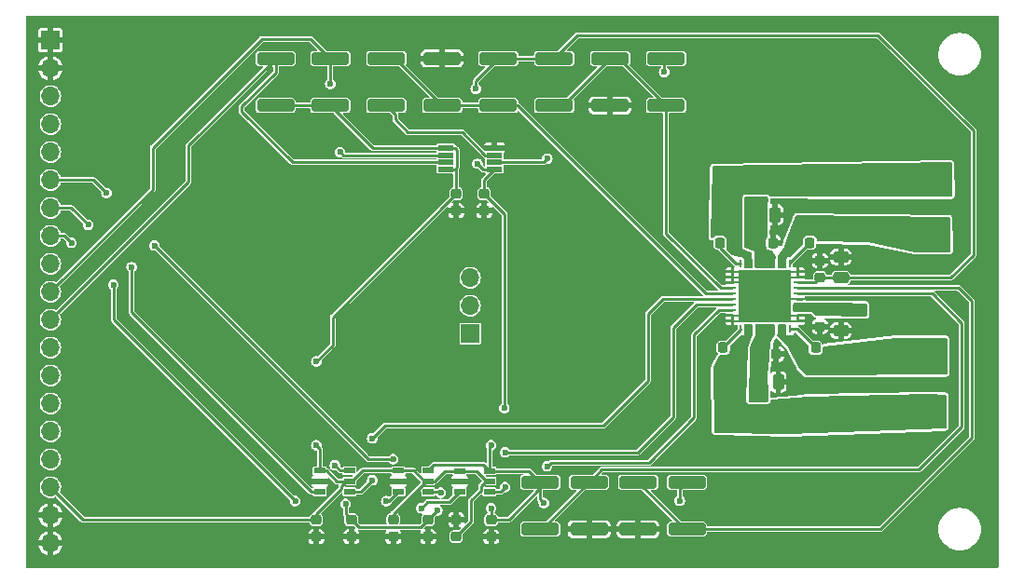
<source format=gtl>
G04 #@! TF.GenerationSoftware,KiCad,Pcbnew,7.0.9*
G04 #@! TF.CreationDate,2024-03-05T18:49:30-08:00*
G04 #@! TF.ProjectId,SSM3582_v02,53534d33-3538-4325-9f76-30322e6b6963,rev?*
G04 #@! TF.SameCoordinates,Original*
G04 #@! TF.FileFunction,Copper,L1,Top*
G04 #@! TF.FilePolarity,Positive*
%FSLAX46Y46*%
G04 Gerber Fmt 4.6, Leading zero omitted, Abs format (unit mm)*
G04 Created by KiCad (PCBNEW 7.0.9) date 2024-03-05 18:49:30*
%MOMM*%
%LPD*%
G01*
G04 APERTURE LIST*
G04 Aperture macros list*
%AMRoundRect*
0 Rectangle with rounded corners*
0 $1 Rounding radius*
0 $2 $3 $4 $5 $6 $7 $8 $9 X,Y pos of 4 corners*
0 Add a 4 corners polygon primitive as box body*
4,1,4,$2,$3,$4,$5,$6,$7,$8,$9,$2,$3,0*
0 Add four circle primitives for the rounded corners*
1,1,$1+$1,$2,$3*
1,1,$1+$1,$4,$5*
1,1,$1+$1,$6,$7*
1,1,$1+$1,$8,$9*
0 Add four rect primitives between the rounded corners*
20,1,$1+$1,$2,$3,$4,$5,0*
20,1,$1+$1,$4,$5,$6,$7,0*
20,1,$1+$1,$6,$7,$8,$9,0*
20,1,$1+$1,$8,$9,$2,$3,0*%
G04 Aperture macros list end*
G04 #@! TA.AperFunction,SMDPad,CuDef*
%ADD10RoundRect,0.225000X0.225000X0.250000X-0.225000X0.250000X-0.225000X-0.250000X0.225000X-0.250000X0*%
G04 #@! TD*
G04 #@! TA.AperFunction,SMDPad,CuDef*
%ADD11RoundRect,0.250000X-1.450000X0.312500X-1.450000X-0.312500X1.450000X-0.312500X1.450000X0.312500X0*%
G04 #@! TD*
G04 #@! TA.AperFunction,SMDPad,CuDef*
%ADD12RoundRect,0.250000X-0.250000X-0.475000X0.250000X-0.475000X0.250000X0.475000X-0.250000X0.475000X0*%
G04 #@! TD*
G04 #@! TA.AperFunction,SMDPad,CuDef*
%ADD13RoundRect,0.225000X-0.250000X0.225000X-0.250000X-0.225000X0.250000X-0.225000X0.250000X0.225000X0*%
G04 #@! TD*
G04 #@! TA.AperFunction,SMDPad,CuDef*
%ADD14RoundRect,0.225000X0.250000X-0.225000X0.250000X0.225000X-0.250000X0.225000X-0.250000X-0.225000X0*%
G04 #@! TD*
G04 #@! TA.AperFunction,SMDPad,CuDef*
%ADD15R,1.422400X0.508000*%
G04 #@! TD*
G04 #@! TA.AperFunction,SMDPad,CuDef*
%ADD16RoundRect,0.250000X0.475000X-0.250000X0.475000X0.250000X-0.475000X0.250000X-0.475000X-0.250000X0*%
G04 #@! TD*
G04 #@! TA.AperFunction,SMDPad,CuDef*
%ADD17RoundRect,0.250000X1.450000X-0.312500X1.450000X0.312500X-1.450000X0.312500X-1.450000X-0.312500X0*%
G04 #@! TD*
G04 #@! TA.AperFunction,SMDPad,CuDef*
%ADD18R,0.762000X0.254000*%
G04 #@! TD*
G04 #@! TA.AperFunction,SMDPad,CuDef*
%ADD19R,0.254000X0.762000*%
G04 #@! TD*
G04 #@! TA.AperFunction,SMDPad,CuDef*
%ADD20R,4.699000X4.699000*%
G04 #@! TD*
G04 #@! TA.AperFunction,ComponentPad*
%ADD21R,2.600000X2.600000*%
G04 #@! TD*
G04 #@! TA.AperFunction,ComponentPad*
%ADD22C,2.600000*%
G04 #@! TD*
G04 #@! TA.AperFunction,SMDPad,CuDef*
%ADD23RoundRect,0.225000X-0.225000X-0.250000X0.225000X-0.250000X0.225000X0.250000X-0.225000X0.250000X0*%
G04 #@! TD*
G04 #@! TA.AperFunction,SMDPad,CuDef*
%ADD24RoundRect,0.250000X-0.475000X0.250000X-0.475000X-0.250000X0.475000X-0.250000X0.475000X0.250000X0*%
G04 #@! TD*
G04 #@! TA.AperFunction,ComponentPad*
%ADD25R,1.700000X1.700000*%
G04 #@! TD*
G04 #@! TA.AperFunction,ComponentPad*
%ADD26O,1.700000X1.700000*%
G04 #@! TD*
G04 #@! TA.AperFunction,SMDPad,CuDef*
%ADD27R,1.000000X0.550000*%
G04 #@! TD*
G04 #@! TA.AperFunction,ViaPad*
%ADD28C,0.600000*%
G04 #@! TD*
G04 #@! TA.AperFunction,Conductor*
%ADD29C,0.254000*%
G04 #@! TD*
G04 #@! TA.AperFunction,Conductor*
%ADD30C,0.127000*%
G04 #@! TD*
G04 APERTURE END LIST*
D10*
X169620000Y-88265000D03*
X168070000Y-88265000D03*
X169900000Y-97790000D03*
X168350000Y-97790000D03*
D11*
X153035000Y-71507500D03*
X153035000Y-75782500D03*
D12*
X171490600Y-100914200D03*
X173390600Y-100914200D03*
D13*
X147320000Y-113432500D03*
X147320000Y-114982500D03*
D11*
X160655000Y-110025000D03*
X160655000Y-114300000D03*
D14*
X177165000Y-91440000D03*
X177165000Y-89890000D03*
D15*
X147612100Y-81604999D03*
X147612100Y-80955001D03*
X147612100Y-80304999D03*
X147612100Y-79655001D03*
X143217900Y-79655001D03*
X143217900Y-80304999D03*
X143217900Y-80955001D03*
X143217900Y-81604999D03*
D16*
X179070000Y-91440000D03*
X179070000Y-89540000D03*
D13*
X138430000Y-113432500D03*
X138430000Y-114982500D03*
D14*
X144145000Y-114982500D03*
X144145000Y-113432500D03*
D17*
X142875000Y-75782500D03*
X142875000Y-71507500D03*
D11*
X147955000Y-71507500D03*
X147955000Y-75782500D03*
D18*
X169218200Y-90891799D03*
X169218200Y-91391801D03*
X169218200Y-91891800D03*
X169218200Y-92391799D03*
X169218200Y-92891800D03*
X169218200Y-93391800D03*
X169218200Y-93891801D03*
X169218200Y-94391800D03*
X169218200Y-94891799D03*
X169218200Y-95391801D03*
D19*
X169939999Y-96113600D03*
X170440001Y-96113600D03*
X170940000Y-96113600D03*
X171439999Y-96113600D03*
X171940000Y-96113600D03*
X172440000Y-96113600D03*
X172940001Y-96113600D03*
X173440000Y-96113600D03*
X173939999Y-96113600D03*
X174440001Y-96113600D03*
D18*
X175161800Y-95391801D03*
X175161800Y-94891799D03*
X175161800Y-94391800D03*
X175161800Y-93891801D03*
X175161800Y-93391800D03*
X175161800Y-92891800D03*
X175161800Y-92391799D03*
X175161800Y-91891800D03*
X175161800Y-91391801D03*
X175161800Y-90891799D03*
D19*
X174440001Y-90170000D03*
X173939999Y-90170000D03*
X173440000Y-90170000D03*
X172940001Y-90170000D03*
X172440000Y-90170000D03*
X171940000Y-90170000D03*
X171439999Y-90170000D03*
X170940000Y-90170000D03*
X170440001Y-90170000D03*
X169939999Y-90170000D03*
D20*
X172190000Y-93141800D03*
D12*
X171175000Y-85725000D03*
X173075000Y-85725000D03*
D13*
X141605000Y-113432500D03*
X141605000Y-114982500D03*
D11*
X158115000Y-71507500D03*
X158115000Y-75782500D03*
D21*
X187325000Y-103505000D03*
D22*
X187325000Y-98425000D03*
D23*
X175234000Y-97790000D03*
X176784000Y-97790000D03*
D11*
X165100000Y-110025000D03*
X165100000Y-114300000D03*
D24*
X179070000Y-94361000D03*
X179070000Y-96261000D03*
D11*
X163195000Y-71507500D03*
X163195000Y-75782500D03*
D25*
X145415000Y-96520000D03*
D26*
X145415000Y-93980000D03*
X145415000Y-91440000D03*
D23*
X171665000Y-98374200D03*
X173215000Y-98374200D03*
D27*
X144452350Y-108997497D03*
X144452350Y-109947497D03*
X144452350Y-110897497D03*
X147152350Y-110897497D03*
X147152350Y-109947497D03*
X147152350Y-108997497D03*
D13*
X144145000Y-83805000D03*
X144145000Y-85355000D03*
X134620000Y-113432500D03*
X134620000Y-114982500D03*
D23*
X171385000Y-88265000D03*
X172935000Y-88265000D03*
D11*
X151765000Y-110025000D03*
X151765000Y-114300000D03*
D13*
X177165000Y-94335000D03*
X177165000Y-95885000D03*
D23*
X174700000Y-88265000D03*
X176250000Y-88265000D03*
D27*
X138902450Y-108992499D03*
X138902450Y-109942499D03*
X138902450Y-110892499D03*
X141602450Y-110892499D03*
X141602450Y-109942499D03*
X141602450Y-108992499D03*
D11*
X156210000Y-110025000D03*
X156210000Y-114300000D03*
D17*
X132715000Y-75782500D03*
X132715000Y-71507500D03*
X137795000Y-75782500D03*
X137795000Y-71507500D03*
D13*
X131445000Y-113432500D03*
X131445000Y-114982500D03*
D17*
X127765000Y-75782500D03*
X127765000Y-71507500D03*
D21*
X187325000Y-87630000D03*
D22*
X187325000Y-82550000D03*
D13*
X146685000Y-83805000D03*
X146685000Y-85355000D03*
D27*
X131752350Y-108992499D03*
X131752350Y-109942499D03*
X131752350Y-110892499D03*
X134452350Y-110892499D03*
X134452350Y-109942499D03*
X134452350Y-108992499D03*
D25*
X107315000Y-69850000D03*
D26*
X107315000Y-72390000D03*
X107315000Y-74930000D03*
X107315000Y-77470000D03*
X107315000Y-80010000D03*
X107315000Y-82550000D03*
X107315000Y-85090000D03*
X107315000Y-87630000D03*
X107315000Y-90170000D03*
X107315000Y-92710000D03*
X107315000Y-95250000D03*
X107315000Y-97790000D03*
X107315000Y-100330000D03*
X107315000Y-102870000D03*
X107315000Y-105410000D03*
X107315000Y-107950000D03*
X107315000Y-110490000D03*
X107315000Y-113030000D03*
X107315000Y-115570000D03*
D28*
X191770000Y-91440000D03*
X143129000Y-109982000D03*
X163576000Y-91694000D03*
X130556000Y-109474000D03*
X170510200Y-92964000D03*
X160020000Y-81280000D03*
X158419800Y-112649000D03*
X173634400Y-94411800D03*
X160020000Y-93472000D03*
X188595000Y-100965000D03*
X126187200Y-90601800D03*
X180848000Y-89535000D03*
X110490000Y-97790000D03*
X184785000Y-68580000D03*
X130175000Y-78105000D03*
X182372000Y-94234000D03*
X125933200Y-99796600D03*
X161925000Y-103505000D03*
X135940800Y-83108800D03*
X173583600Y-92964000D03*
X137160000Y-110490000D03*
X139700000Y-113030000D03*
X172720000Y-111760000D03*
X190500000Y-109220000D03*
X116382800Y-94970600D03*
X130048000Y-73406000D03*
X150495000Y-73660000D03*
X173659800Y-91541600D03*
X136525000Y-99060000D03*
X140208000Y-109982000D03*
X166370000Y-107315000D03*
X173736000Y-87122000D03*
X135255000Y-104140000D03*
X152400000Y-83820000D03*
X131064000Y-111887000D03*
X172085000Y-91516200D03*
X165125400Y-81635600D03*
X151130000Y-88265000D03*
X170459400Y-91490800D03*
X177673000Y-96901000D03*
X172008800Y-92964000D03*
X175895000Y-89916000D03*
X118033800Y-91922600D03*
X158115000Y-73645000D03*
X139700000Y-106680000D03*
X116332000Y-84963000D03*
X149225000Y-111760000D03*
X124460000Y-105410000D03*
X182753000Y-84963000D03*
X189865000Y-85090000D03*
X182372000Y-74396600D03*
X138582400Y-78511400D03*
X167132000Y-89916000D03*
X167132000Y-96774000D03*
X145440400Y-84455000D03*
X170535600Y-94386400D03*
X121716800Y-75717400D03*
X124460000Y-109855000D03*
X113792000Y-94742000D03*
X189230000Y-93345000D03*
X154940000Y-86360000D03*
X139065000Y-93980000D03*
X172034200Y-94411800D03*
X165760400Y-73634600D03*
X150495000Y-98425000D03*
X174117000Y-99568000D03*
X154940000Y-100965000D03*
X123291600Y-77393800D03*
X186055000Y-106680000D03*
X145796000Y-109982000D03*
X136525000Y-109855000D03*
X136525000Y-106045000D03*
X142748000Y-110998000D03*
X148590000Y-107315000D03*
X152400000Y-108585000D03*
X148590000Y-110490000D03*
X171670000Y-84470000D03*
X171069000Y-102235000D03*
X170688000Y-84455000D03*
X171958000Y-102235000D03*
X180695600Y-94386400D03*
X152095200Y-111912400D03*
X142441250Y-112596250D03*
X133130000Y-108500000D03*
X148513800Y-103301800D03*
X134112000Y-112014000D03*
X146075400Y-81076800D03*
X147320000Y-112395000D03*
X145923000Y-74269600D03*
X147320000Y-106680000D03*
X164439600Y-111709200D03*
X131445000Y-99060000D03*
X131445000Y-106680000D03*
X132715000Y-73812400D03*
X133604000Y-80035400D03*
X163017200Y-72745600D03*
X152425400Y-80619600D03*
X138430000Y-107950000D03*
X116763800Y-88519000D03*
X112395000Y-83743800D03*
X140970000Y-112395000D03*
X114681000Y-90474800D03*
X110744000Y-86639400D03*
X113030000Y-92075000D03*
X129540000Y-111760000D03*
X137795000Y-111760000D03*
X109220000Y-88265000D03*
D29*
X133130000Y-108500000D02*
X133622499Y-108992499D01*
X133622499Y-108992499D02*
X134452350Y-108992499D01*
D30*
X175161800Y-95391801D02*
X174440001Y-95391801D01*
X169218200Y-91891800D02*
X170940000Y-91891800D01*
X174440001Y-90891799D02*
X172190000Y-93141800D01*
X169939999Y-95391801D02*
X172190000Y-93141800D01*
X175161800Y-90891799D02*
X174440001Y-90891799D01*
X170440001Y-91391801D02*
X172190000Y-93141800D01*
X169939999Y-90891799D02*
X172190000Y-93141800D01*
X175161800Y-93391800D02*
X172440000Y-93391800D01*
X169218200Y-95391801D02*
X169939999Y-95391801D01*
X173939999Y-94891799D02*
X172190000Y-93141800D01*
X174440001Y-95391801D02*
X172190000Y-93141800D01*
X169218200Y-91391801D02*
X170440001Y-91391801D01*
X175161800Y-91391801D02*
X173939999Y-91391801D01*
X173939999Y-91391801D02*
X172190000Y-93141800D01*
X175161800Y-94891799D02*
X173939999Y-94891799D01*
X170940000Y-91891800D02*
X172190000Y-93141800D01*
X170440001Y-94891799D02*
X172190000Y-93141800D01*
X169218200Y-90891799D02*
X169939999Y-90891799D01*
X172440000Y-93391800D02*
X172190000Y-93141800D01*
X169218200Y-94891799D02*
X170440001Y-94891799D01*
X153840000Y-75782500D02*
X153035000Y-75782500D01*
D29*
X169218200Y-92391799D02*
X168159999Y-92391799D01*
X163195000Y-87426800D02*
X163195000Y-75782500D01*
X168159999Y-92391799D02*
X163195000Y-87426800D01*
X163195000Y-75782500D02*
X158920000Y-71507500D01*
D30*
X158920000Y-71507500D02*
X158115000Y-71507500D01*
D29*
X158115000Y-71507500D02*
X153840000Y-75782500D01*
X169218200Y-92891800D02*
X166805800Y-92891800D01*
D30*
X138600000Y-71507500D02*
X137795000Y-71507500D01*
D29*
X142875000Y-75782500D02*
X138600000Y-71507500D01*
X147955000Y-75782500D02*
X142875000Y-75782500D01*
X149696500Y-75782500D02*
X147955000Y-75782500D01*
X166805800Y-92891800D02*
X149696500Y-75782500D01*
X157480000Y-104902000D02*
X161544000Y-100838000D01*
X136525000Y-106045000D02*
X137668000Y-104902000D01*
X161544000Y-94742000D02*
X162894200Y-93391800D01*
X135487501Y-110892499D02*
X136525000Y-109855000D01*
X162894200Y-93391800D02*
X169218200Y-93391800D01*
X137668000Y-104902000D02*
X157480000Y-104902000D01*
X161544000Y-100838000D02*
X161544000Y-94742000D01*
X134452350Y-110892499D02*
X135487501Y-110892499D01*
X163830000Y-104140000D02*
X163830000Y-96012000D01*
X148590000Y-107315000D02*
X160655000Y-107315000D01*
X160655000Y-107315000D02*
X163830000Y-104140000D01*
X163830000Y-96012000D02*
X165950199Y-93891801D01*
X142642499Y-110892499D02*
X141602450Y-110892499D01*
X165950199Y-93891801D02*
X169218200Y-93891801D01*
X142748000Y-110998000D02*
X142642499Y-110892499D01*
X152400000Y-108585000D02*
X152730200Y-108254800D01*
X165760400Y-96621600D02*
X165760400Y-104140000D01*
X148182503Y-110897497D02*
X148590000Y-110490000D01*
X165760400Y-104140000D02*
X161645600Y-108254800D01*
X147152350Y-110897497D02*
X148182503Y-110897497D01*
X167990200Y-94391800D02*
X165760400Y-96621600D01*
X169218200Y-94391800D02*
X167990200Y-94391800D01*
X152730200Y-108254800D02*
X161645600Y-108254800D01*
X169939999Y-96113600D02*
X169939999Y-96200001D01*
X169939999Y-96200001D02*
X168350000Y-97790000D01*
X174440001Y-96113600D02*
X175107600Y-96113600D01*
X175107600Y-96113600D02*
X176784000Y-97790000D01*
X177108200Y-94391800D02*
X177165000Y-94335000D01*
X156210000Y-110025000D02*
X157345200Y-108889800D01*
X156210000Y-110025000D02*
X151935000Y-114300000D01*
X187379800Y-92891800D02*
X175161800Y-92891800D01*
D30*
X151935000Y-114300000D02*
X151765000Y-114300000D01*
D29*
X186156600Y-108889800D02*
X190042800Y-105003600D01*
X190042800Y-95554800D02*
X187379800Y-92891800D01*
X190042800Y-105003600D02*
X190042800Y-95554800D01*
X157345200Y-108889800D02*
X186156600Y-108889800D01*
X182676800Y-114300000D02*
X190957200Y-106019600D01*
X160655000Y-110025000D02*
X164930000Y-114300000D01*
D30*
X164930000Y-114300000D02*
X165100000Y-114300000D01*
D29*
X190957200Y-93573600D02*
X190957200Y-106019600D01*
X175161800Y-92391799D02*
X189775399Y-92391799D01*
X189775399Y-92391799D02*
X190957200Y-93573600D01*
X165100000Y-114300000D02*
X182676800Y-114300000D01*
X148920000Y-113432500D02*
X151765000Y-110587500D01*
X146685000Y-83805000D02*
X146685000Y-82532099D01*
X145923000Y-74269600D02*
X145923000Y-73539500D01*
X155149700Y-69392800D02*
X182422800Y-69392800D01*
X146685000Y-83805000D02*
X148513800Y-85633800D01*
X151765000Y-110587500D02*
X151765000Y-110025000D01*
X164439600Y-111709200D02*
X164439600Y-110685400D01*
X147955000Y-71507500D02*
X153035000Y-71507500D01*
X176713200Y-91891800D02*
X177165000Y-91440000D01*
X189026800Y-91440000D02*
X191109600Y-89357200D01*
X151765000Y-111582200D02*
X152095200Y-111912400D01*
X141602450Y-108992499D02*
X142126452Y-108468497D01*
X191109600Y-78079600D02*
X182422800Y-69392800D01*
X146603599Y-81604999D02*
X147612100Y-81604999D01*
X153035000Y-71507500D02*
X155149700Y-69392800D01*
X147152350Y-106847650D02*
X147320000Y-106680000D01*
X151765000Y-110025000D02*
X151765000Y-111582200D01*
X147152350Y-108997497D02*
X150737497Y-108997497D01*
X147154900Y-113267400D02*
X147320000Y-113432500D01*
X142126452Y-108468497D02*
X146623350Y-108468497D01*
X150737497Y-108997497D02*
X151765000Y-110025000D01*
X134620000Y-113432500D02*
X135324000Y-114136500D01*
X179070000Y-91440000D02*
X189026800Y-91440000D01*
X134454900Y-113267400D02*
X134620000Y-113432500D01*
X142441250Y-112596250D02*
X141605000Y-113432500D01*
X134112000Y-112014000D02*
X134112000Y-112924500D01*
X140901000Y-114136500D02*
X141605000Y-113432500D01*
X145923000Y-73539500D02*
X147955000Y-71507500D01*
X175161800Y-91891800D02*
X176713200Y-91891800D01*
X146623350Y-108468497D02*
X147152350Y-108997497D01*
X146685000Y-82532099D02*
X147612100Y-81604999D01*
X134112000Y-112924500D02*
X134620000Y-113432500D01*
X177165000Y-91440000D02*
X179070000Y-91440000D01*
X191109600Y-89357200D02*
X191109600Y-78079600D01*
X147152350Y-108997497D02*
X147152350Y-106847650D01*
X148513800Y-85633800D02*
X148513800Y-103301800D01*
X146075400Y-81076800D02*
X146603599Y-81604999D01*
X147320000Y-113432500D02*
X148920000Y-113432500D01*
X147320000Y-112395000D02*
X147320000Y-113432500D01*
X135324000Y-114136500D02*
X140901000Y-114136500D01*
X164439600Y-110685400D02*
X165100000Y-110025000D01*
X176250000Y-88265000D02*
X174440001Y-90074999D01*
X174440001Y-90074999D02*
X174440001Y-90170000D01*
X169939999Y-90170000D02*
X169519600Y-90170000D01*
X168070000Y-88720400D02*
X168070000Y-88265000D01*
X169519600Y-90170000D02*
X168070000Y-88720400D01*
X132922051Y-97582949D02*
X132922051Y-95027949D01*
X131445000Y-113432500D02*
X131445000Y-112903000D01*
X131752350Y-108992499D02*
X132339024Y-108992499D01*
X143097503Y-108997497D02*
X142152501Y-109942499D01*
X145496000Y-113631500D02*
X145496000Y-111679000D01*
X133698350Y-110649650D02*
X133698350Y-110363499D01*
X134119350Y-109942499D02*
X134452350Y-109942499D01*
X146927350Y-109947497D02*
X145977350Y-108997497D01*
X141269450Y-109942499D02*
X141602450Y-109942499D01*
X132715000Y-75782500D02*
X136587501Y-79655001D01*
X133698350Y-110363499D02*
X134119350Y-109942499D01*
X147152350Y-109947497D02*
X146927350Y-109947497D01*
X144145000Y-81501101D02*
X144145000Y-83805000D01*
X133289024Y-109942499D02*
X134452350Y-109942499D01*
X134452350Y-109942499D02*
X134677350Y-109942499D01*
X131445000Y-112903000D02*
X133698350Y-110649650D01*
X144183100Y-81463001D02*
X144041102Y-81604999D01*
X127765000Y-75782500D02*
X132715000Y-75782500D01*
X110257500Y-113432500D02*
X107315000Y-110490000D01*
X142152501Y-109942499D02*
X141602450Y-109942499D01*
X141391000Y-109942499D02*
X141602450Y-109942499D01*
X131752350Y-108992499D02*
X131752350Y-106987350D01*
X144145000Y-114982500D02*
X145496000Y-113631500D01*
X140319450Y-108992499D02*
X141269450Y-109942499D01*
X131445000Y-99060000D02*
X132922051Y-97582949D01*
X138430000Y-112903499D02*
X141391000Y-109942499D01*
X136587501Y-79655001D02*
X143217900Y-79655001D01*
X143217900Y-79655001D02*
X144041102Y-79655001D01*
X145977350Y-108997497D02*
X144452350Y-108997497D01*
X144452350Y-108997497D02*
X143097503Y-108997497D01*
X145496000Y-111679000D02*
X146398350Y-110776650D01*
X144041102Y-81604999D02*
X143217900Y-81604999D01*
X141605000Y-109942499D02*
X141827250Y-109942499D01*
X144183100Y-81463001D02*
X144145000Y-81501101D01*
X132922051Y-95027949D02*
X144145000Y-83805000D01*
X146398350Y-110776650D02*
X146398350Y-110368497D01*
X134677350Y-109942499D02*
X135627350Y-108992499D01*
X138430000Y-113432500D02*
X138430000Y-112903499D01*
X144041102Y-79655001D02*
X144183100Y-79796999D01*
X131752350Y-106987350D02*
X131445000Y-106680000D01*
X138902450Y-108992499D02*
X140319450Y-108992499D01*
X132339024Y-108992499D02*
X133289024Y-109942499D01*
X131445000Y-113432500D02*
X110257500Y-113432500D01*
X135627350Y-108992499D02*
X138902450Y-108992499D01*
X146398350Y-110368497D02*
X146819350Y-109947497D01*
X146819350Y-109947497D02*
X147152350Y-109947497D01*
X144183100Y-79796999D02*
X144183100Y-81463001D01*
X141827450Y-109942499D02*
X141602450Y-109942499D01*
X138875598Y-109016800D02*
X138899900Y-108992498D01*
X132715000Y-71507500D02*
X130930500Y-69723000D01*
X133873599Y-80304999D02*
X143217900Y-80304999D01*
X116586000Y-83439000D02*
X107315000Y-92710000D01*
X133604000Y-80035400D02*
X133873599Y-80304999D01*
X116586000Y-79629000D02*
X116586000Y-83439000D01*
X132715000Y-71507500D02*
X132715000Y-73812400D01*
X130930500Y-69723000D02*
X126492000Y-69723000D01*
X126492000Y-69723000D02*
X116586000Y-79629000D01*
X119834000Y-82731000D02*
X107315000Y-95250000D01*
X127765000Y-72768000D02*
X127765000Y-71507500D01*
X129291201Y-80955001D02*
X124688600Y-76352400D01*
X124688600Y-75844400D02*
X127765000Y-72768000D01*
X143217900Y-80955001D02*
X129291201Y-80955001D01*
X127765000Y-71507500D02*
X119834000Y-79438500D01*
X119834000Y-79438500D02*
X119834000Y-82731000D01*
X124688600Y-76352400D02*
X124688600Y-75844400D01*
X138611500Y-77067300D02*
X139750800Y-78206600D01*
X144690499Y-78206600D02*
X146788898Y-80304999D01*
X137795000Y-75782500D02*
X138611500Y-76599000D01*
X139750800Y-78206600D02*
X144690499Y-78206600D01*
X146788898Y-80304999D02*
X147612100Y-80304999D01*
X138611500Y-76599000D02*
X138611500Y-77067300D01*
X163017200Y-71685300D02*
X163195000Y-71507500D01*
X147612100Y-80955001D02*
X152089999Y-80955001D01*
X152089999Y-80955001D02*
X152425400Y-80619600D01*
X163017200Y-72745600D02*
X163017200Y-71685300D01*
X140970000Y-112395000D02*
X141524000Y-111841000D01*
X107315000Y-82550000D02*
X111201200Y-82550000D01*
X143508847Y-111841000D02*
X144452350Y-110897497D01*
X136194800Y-107950000D02*
X116763800Y-88519000D01*
X111201200Y-82550000D02*
X112395000Y-83743800D01*
X138430000Y-107950000D02*
X136194800Y-107950000D01*
X141524000Y-111841000D02*
X143508847Y-111841000D01*
X114681000Y-94575149D02*
X130998350Y-110892499D01*
X107315000Y-85090000D02*
X109194600Y-85090000D01*
X130998350Y-110892499D02*
X131752350Y-110892499D01*
X109194600Y-85090000D02*
X110744000Y-86639400D01*
X114681000Y-90474800D02*
X114681000Y-94575149D01*
X107315000Y-87630000D02*
X108585000Y-87630000D01*
X138034949Y-111760000D02*
X138902450Y-110892499D01*
X113030000Y-95250000D02*
X129540000Y-111760000D01*
X137795000Y-111760000D02*
X138034949Y-111760000D01*
X113030000Y-92075000D02*
X113030000Y-95250000D01*
X108585000Y-87630000D02*
X109220000Y-88265000D01*
G04 #@! TA.AperFunction,Conductor*
G36*
X171009739Y-95711485D02*
G01*
X171055494Y-95764289D01*
X171066700Y-95815800D01*
X171066700Y-96635028D01*
X171058015Y-96680618D01*
X170914567Y-97043457D01*
X170693490Y-97602654D01*
X170657256Y-97694304D01*
X170657255Y-97694304D01*
X170647107Y-97728304D01*
X170638479Y-97770087D01*
X170638480Y-97770086D01*
X170634331Y-97805317D01*
X170486529Y-102608853D01*
X170486530Y-102608858D01*
X170486530Y-102608866D01*
X170487384Y-102619000D01*
X170490481Y-102655773D01*
X170490482Y-102655780D01*
X170501628Y-102711100D01*
X170504762Y-102724369D01*
X170504765Y-102724377D01*
X170545410Y-102800649D01*
X170547774Y-102805085D01*
X170593529Y-102857889D01*
X170611120Y-102875843D01*
X170611121Y-102875844D01*
X170611123Y-102875845D01*
X170690933Y-102920488D01*
X170690937Y-102920490D01*
X170757976Y-102940175D01*
X170815874Y-102948500D01*
X170815878Y-102948500D01*
X172341991Y-102948500D01*
X172342000Y-102948500D01*
X172385684Y-102943803D01*
X172411439Y-102938200D01*
X172437193Y-102932598D01*
X172441374Y-102931575D01*
X172447373Y-102930110D01*
X172528085Y-102887100D01*
X172580889Y-102841345D01*
X172598843Y-102823754D01*
X172643490Y-102743937D01*
X172663175Y-102676898D01*
X172665624Y-102659865D01*
X172694648Y-102596312D01*
X172753426Y-102558538D01*
X172777176Y-102554021D01*
X176107110Y-102252809D01*
X176111547Y-102252569D01*
X187045400Y-102052200D01*
X188548509Y-102080305D01*
X188615167Y-102101239D01*
X188659927Y-102154889D01*
X188670185Y-102205308D01*
X188646780Y-105037323D01*
X188626542Y-105104197D01*
X188573362Y-105149514D01*
X188527194Y-105160220D01*
X174372664Y-105663939D01*
X174369302Y-105663968D01*
X167683949Y-105539241D01*
X167617288Y-105518310D01*
X167572526Y-105464661D01*
X167562272Y-105416841D01*
X167488013Y-99575163D01*
X167503241Y-99514036D01*
X168042151Y-98529940D01*
X168091616Y-98480596D01*
X168150911Y-98465500D01*
X168608493Y-98465500D01*
X168708121Y-98449720D01*
X168708121Y-98449719D01*
X168708126Y-98449719D01*
X168828220Y-98388528D01*
X168923528Y-98293220D01*
X168984719Y-98173126D01*
X168984720Y-98173121D01*
X169000500Y-98073493D01*
X169000500Y-97654016D01*
X169020185Y-97586977D01*
X169036819Y-97566335D01*
X169871736Y-96731419D01*
X169933059Y-96697934D01*
X169959417Y-96695100D01*
X170086749Y-96695100D01*
X170086750Y-96695099D01*
X170101567Y-96692152D01*
X170145228Y-96683468D01*
X170145228Y-96683467D01*
X170145230Y-96683467D01*
X170211551Y-96639152D01*
X170255866Y-96572831D01*
X170255866Y-96572829D01*
X170255867Y-96572829D01*
X170267498Y-96514352D01*
X170267499Y-96514350D01*
X170267499Y-96259438D01*
X170270840Y-96234062D01*
X170271282Y-96228992D01*
X170271285Y-96228985D01*
X170267734Y-96188405D01*
X170267499Y-96183004D01*
X170267499Y-95815800D01*
X170287184Y-95748761D01*
X170339988Y-95703006D01*
X170391499Y-95691800D01*
X170942700Y-95691800D01*
X171009739Y-95711485D01*
G37*
G04 #@! TD.AperFunction*
G04 #@! TA.AperFunction,Conductor*
G36*
X189097277Y-80970345D02*
G01*
X189143828Y-81022448D01*
X189155813Y-81073650D01*
X189202555Y-83948275D01*
X189183963Y-84015626D01*
X189131909Y-84062233D01*
X189078859Y-84074291D01*
X178257200Y-84099400D01*
X173939200Y-84048600D01*
X172696720Y-84048600D01*
X172629681Y-84028915D01*
X172603007Y-84005803D01*
X172562548Y-83959111D01*
X172544959Y-83941159D01*
X172544953Y-83941154D01*
X172465143Y-83896511D01*
X172465138Y-83896509D01*
X172398106Y-83876826D01*
X172398102Y-83876825D01*
X172398101Y-83876825D01*
X172340203Y-83868500D01*
X170431000Y-83868500D01*
X170430992Y-83868500D01*
X170387313Y-83873197D01*
X170335807Y-83884402D01*
X170325629Y-83886889D01*
X170325624Y-83886891D01*
X170244916Y-83929899D01*
X170244913Y-83929901D01*
X170231921Y-83941159D01*
X170192111Y-83975655D01*
X170174159Y-83993243D01*
X170174154Y-83993249D01*
X170129511Y-84073059D01*
X170129509Y-84073064D01*
X170109826Y-84140096D01*
X170109825Y-84140101D01*
X170109825Y-84140102D01*
X170101500Y-84198000D01*
X170101500Y-88565432D01*
X170101548Y-88569546D01*
X170111274Y-88629664D01*
X170132529Y-88696222D01*
X170141626Y-88719656D01*
X170197403Y-88792134D01*
X170197404Y-88792135D01*
X170197406Y-88792137D01*
X170206314Y-88799496D01*
X170251268Y-88836635D01*
X170301204Y-88867092D01*
X170888680Y-89118867D01*
X170915346Y-89130295D01*
X170969211Y-89174796D01*
X170990466Y-89241354D01*
X170990500Y-89244269D01*
X170990500Y-89584483D01*
X170990528Y-89587632D01*
X170999908Y-89647176D01*
X170999909Y-89647182D01*
X171019821Y-89710769D01*
X171020787Y-89713855D01*
X171046031Y-89766618D01*
X171046033Y-89766621D01*
X171047943Y-89770613D01*
X171047051Y-89771039D01*
X171061999Y-89827489D01*
X171062000Y-90467800D01*
X171042316Y-90534839D01*
X170989512Y-90580594D01*
X170938000Y-90591800D01*
X170391499Y-90591800D01*
X170324460Y-90572115D01*
X170278705Y-90519311D01*
X170267499Y-90467800D01*
X170267499Y-89769249D01*
X170267498Y-89769247D01*
X170255867Y-89710770D01*
X170255866Y-89710769D01*
X170211551Y-89644447D01*
X170145229Y-89600132D01*
X170145228Y-89600131D01*
X170086751Y-89588500D01*
X170086747Y-89588500D01*
X169896727Y-89588500D01*
X169858109Y-89582333D01*
X169197495Y-89365829D01*
X169148432Y-89335677D01*
X168686118Y-88873363D01*
X168652633Y-88812040D01*
X168657617Y-88742348D01*
X168663314Y-88729388D01*
X168680213Y-88696222D01*
X168704719Y-88648126D01*
X168704719Y-88648124D01*
X168704720Y-88648123D01*
X168720500Y-88548493D01*
X168720500Y-87981506D01*
X168704720Y-87881878D01*
X168704719Y-87881876D01*
X168704719Y-87881874D01*
X168643528Y-87761780D01*
X168643526Y-87761778D01*
X168643523Y-87761774D01*
X168548225Y-87666476D01*
X168548221Y-87666473D01*
X168548220Y-87666472D01*
X168428126Y-87605281D01*
X168428124Y-87605280D01*
X168428121Y-87605279D01*
X168328493Y-87589500D01*
X168328488Y-87589500D01*
X167811512Y-87589500D01*
X167811507Y-87589500D01*
X167711878Y-87605279D01*
X167591778Y-87666473D01*
X167591774Y-87666476D01*
X167496476Y-87761774D01*
X167496469Y-87761784D01*
X167492209Y-87770145D01*
X167444234Y-87820940D01*
X167376413Y-87837734D01*
X167310278Y-87815195D01*
X167266828Y-87760479D01*
X167257761Y-87710886D01*
X167260661Y-87589500D01*
X167408551Y-81399209D01*
X167429831Y-81332663D01*
X167483713Y-81288183D01*
X167530631Y-81278189D01*
X189029949Y-80951680D01*
X189097277Y-80970345D01*
G37*
G04 #@! TD.AperFunction*
G04 #@! TA.AperFunction,Conductor*
G36*
X174055540Y-95711485D02*
G01*
X174101295Y-95764289D01*
X174112501Y-95815800D01*
X174112501Y-96514352D01*
X174124132Y-96572829D01*
X174124133Y-96572830D01*
X174168448Y-96639152D01*
X174234770Y-96683467D01*
X174234771Y-96683468D01*
X174293248Y-96695099D01*
X174293251Y-96695100D01*
X174293253Y-96695100D01*
X174586751Y-96695100D01*
X174586752Y-96695099D01*
X174601569Y-96692152D01*
X174645230Y-96683468D01*
X174645230Y-96683467D01*
X174645232Y-96683467D01*
X174711553Y-96639152D01*
X174755868Y-96572831D01*
X174762217Y-96540908D01*
X174794602Y-96478999D01*
X174855317Y-96444424D01*
X174883835Y-96441100D01*
X174920584Y-96441100D01*
X174987623Y-96460785D01*
X175008265Y-96477419D01*
X176097181Y-97566335D01*
X176130666Y-97627658D01*
X176133500Y-97654016D01*
X176133500Y-98073493D01*
X176149279Y-98173121D01*
X176149280Y-98173124D01*
X176149281Y-98173126D01*
X176210472Y-98293220D01*
X176210473Y-98293221D01*
X176210476Y-98293225D01*
X176305774Y-98388523D01*
X176305778Y-98388526D01*
X176305780Y-98388528D01*
X176425874Y-98449719D01*
X176425876Y-98449719D01*
X176425878Y-98449720D01*
X176525507Y-98465500D01*
X176525512Y-98465500D01*
X177042493Y-98465500D01*
X177142121Y-98449720D01*
X177142121Y-98449719D01*
X177142126Y-98449719D01*
X177262220Y-98388528D01*
X177357528Y-98293220D01*
X177418719Y-98173126D01*
X177418720Y-98173121D01*
X177434500Y-98073493D01*
X177434500Y-97797760D01*
X177454185Y-97730721D01*
X177506989Y-97684966D01*
X177543791Y-97674636D01*
X184019332Y-96901438D01*
X184026689Y-96901000D01*
X188598000Y-96901000D01*
X188665039Y-96920685D01*
X188710794Y-96973489D01*
X188722000Y-97025000D01*
X188722000Y-100130045D01*
X188702315Y-100197084D01*
X188649511Y-100242839D01*
X188598246Y-100254045D01*
X175949121Y-100279092D01*
X175882042Y-100259540D01*
X175858120Y-100239588D01*
X175220878Y-99555143D01*
X175201361Y-99527358D01*
X174294800Y-97764600D01*
X173326530Y-96772714D01*
X173293788Y-96710995D01*
X173295437Y-96654198D01*
X173302510Y-96627627D01*
X173310218Y-96598675D01*
X173313741Y-96559389D01*
X173318000Y-96548570D01*
X173318000Y-96514671D01*
X173318248Y-96509130D01*
X173318550Y-96505758D01*
X173318000Y-96496921D01*
X173318000Y-95815800D01*
X173337685Y-95748761D01*
X173390489Y-95703006D01*
X173442000Y-95691800D01*
X173988501Y-95691800D01*
X174055540Y-95711485D01*
G37*
G04 #@! TD.AperFunction*
G04 #@! TA.AperFunction,Conductor*
G36*
X175692634Y-93692652D02*
G01*
X175985689Y-93718358D01*
X176072807Y-93726001D01*
X178922541Y-93753011D01*
X181309377Y-93775635D01*
X181376225Y-93795954D01*
X181421478Y-93849189D01*
X181432200Y-93899629D01*
X181432200Y-94844539D01*
X181412515Y-94911578D01*
X181359711Y-94957333D01*
X181306156Y-94968522D01*
X176865190Y-94895319D01*
X176798484Y-94874532D01*
X176773086Y-94852034D01*
X176766662Y-94844539D01*
X176504600Y-94538800D01*
X176504599Y-94538800D01*
X174864000Y-94538800D01*
X174796961Y-94519115D01*
X174751206Y-94466311D01*
X174740000Y-94414800D01*
X174740000Y-93843300D01*
X174759685Y-93776261D01*
X174812489Y-93730506D01*
X174864000Y-93719300D01*
X175562550Y-93719300D01*
X175562551Y-93719299D01*
X175582218Y-93715387D01*
X175621028Y-93707668D01*
X175621029Y-93707667D01*
X175621031Y-93707667D01*
X175621031Y-93707666D01*
X175632312Y-93702994D01*
X175633786Y-93706554D01*
X175679545Y-93692200D01*
X175692634Y-93692652D01*
G37*
G04 #@! TD.AperFunction*
G04 #@! TA.AperFunction,Conductor*
G36*
X172407242Y-84093685D02*
G01*
X172452997Y-84146489D01*
X172464190Y-84199784D01*
X172453309Y-84955937D01*
X172432662Y-85022686D01*
X172429097Y-85027781D01*
X172422207Y-85037117D01*
X172377353Y-85165303D01*
X172374500Y-85195730D01*
X172374500Y-86254269D01*
X172377353Y-86284699D01*
X172377353Y-86284701D01*
X172424684Y-86419961D01*
X172431630Y-86462700D01*
X172415200Y-87604603D01*
X172419455Y-87626485D01*
X172412929Y-87696049D01*
X172385419Y-87737831D01*
X172361473Y-87761777D01*
X172300279Y-87881878D01*
X172284500Y-87981506D01*
X172284500Y-88548493D01*
X172300279Y-88648121D01*
X172300280Y-88648124D01*
X172300281Y-88648126D01*
X172315609Y-88678208D01*
X172361473Y-88768221D01*
X172361476Y-88768225D01*
X172456774Y-88863523D01*
X172456778Y-88863526D01*
X172456780Y-88863528D01*
X172576874Y-88924719D01*
X172576876Y-88924719D01*
X172576878Y-88924720D01*
X172676507Y-88940500D01*
X172753057Y-88940500D01*
X172820096Y-88960185D01*
X172861561Y-89004476D01*
X173157669Y-89539748D01*
X173172896Y-89607939D01*
X173152267Y-89668663D01*
X173124132Y-89710769D01*
X173124131Y-89710770D01*
X173112500Y-89769247D01*
X173112500Y-90467800D01*
X173092815Y-90534839D01*
X173040011Y-90580594D01*
X172988500Y-90591800D01*
X171391500Y-90591800D01*
X171324461Y-90572115D01*
X171278706Y-90519311D01*
X171267500Y-90467800D01*
X171267500Y-89769249D01*
X171267499Y-89769247D01*
X171255868Y-89710770D01*
X171255867Y-89710769D01*
X171216898Y-89652448D01*
X171196020Y-89585771D01*
X171196000Y-89583557D01*
X171196000Y-89026999D01*
X170382154Y-88678208D01*
X170328289Y-88633707D01*
X170307034Y-88567149D01*
X170307000Y-88564234D01*
X170307000Y-84198000D01*
X170326685Y-84130961D01*
X170379489Y-84085206D01*
X170431000Y-84074000D01*
X172340203Y-84074000D01*
X172407242Y-84093685D01*
G37*
G04 #@! TD.AperFunction*
G04 #@! TA.AperFunction,Conductor*
G36*
X173055539Y-95711485D02*
G01*
X173101294Y-95764289D01*
X173112500Y-95815800D01*
X173112500Y-96514348D01*
X173113097Y-96520410D01*
X173110892Y-96520627D01*
X173105539Y-96580320D01*
X173099748Y-96592916D01*
X172694598Y-97358201D01*
X172654594Y-97825151D01*
X172641532Y-97870860D01*
X172580279Y-97991076D01*
X172564500Y-98090706D01*
X172564500Y-98657694D01*
X172574316Y-98719672D01*
X172575390Y-98749654D01*
X172439999Y-100329995D01*
X172439999Y-100329999D01*
X172466000Y-102006400D01*
X172466000Y-102619000D01*
X172446315Y-102686039D01*
X172393511Y-102731794D01*
X172342000Y-102743000D01*
X170815874Y-102743000D01*
X170748835Y-102723315D01*
X170703080Y-102670511D01*
X170691933Y-102615186D01*
X170813702Y-98657694D01*
X170839734Y-97811640D01*
X170848360Y-97769865D01*
X171011112Y-97358200D01*
X171272200Y-96697800D01*
X171272200Y-95815800D01*
X171291885Y-95748761D01*
X171344689Y-95703006D01*
X171396200Y-95691800D01*
X172988500Y-95691800D01*
X173055539Y-95711485D01*
G37*
G04 #@! TD.AperFunction*
G04 #@! TA.AperFunction,Conductor*
G36*
X188856259Y-85926896D02*
G01*
X188923080Y-85947310D01*
X188968258Y-86000609D01*
X188978873Y-86047914D01*
X189041227Y-88646000D01*
X189049153Y-88976225D01*
X189031083Y-89043717D01*
X188979392Y-89090726D01*
X188925189Y-89103200D01*
X185813252Y-89103200D01*
X185788984Y-89100802D01*
X181534075Y-88251642D01*
X181534065Y-88251641D01*
X177021956Y-88159042D01*
X176955334Y-88137986D01*
X176910672Y-88084254D01*
X176900500Y-88035068D01*
X176900500Y-87981506D01*
X176884720Y-87881878D01*
X176884719Y-87881876D01*
X176884719Y-87881874D01*
X176823528Y-87761780D01*
X176823526Y-87761778D01*
X176823523Y-87761774D01*
X176728225Y-87666476D01*
X176728221Y-87666473D01*
X176728220Y-87666472D01*
X176608126Y-87605281D01*
X176608124Y-87605280D01*
X176608121Y-87605279D01*
X176508493Y-87589500D01*
X176508488Y-87589500D01*
X175991512Y-87589500D01*
X175991507Y-87589500D01*
X175891878Y-87605279D01*
X175771778Y-87666473D01*
X175771774Y-87666476D01*
X175676476Y-87761774D01*
X175676473Y-87761778D01*
X175615279Y-87881878D01*
X175599500Y-87981506D01*
X175599500Y-88400983D01*
X175579815Y-88468022D01*
X175563181Y-88488664D01*
X174499665Y-89552181D01*
X174438342Y-89585666D01*
X174411984Y-89588500D01*
X174293248Y-89588500D01*
X174234771Y-89600131D01*
X174234770Y-89600132D01*
X174168448Y-89644447D01*
X174124133Y-89710769D01*
X174124132Y-89710770D01*
X174112501Y-89769247D01*
X174112501Y-90015555D01*
X174109153Y-90040978D01*
X174108713Y-90046012D01*
X174112265Y-90086597D01*
X174112501Y-90092004D01*
X174112501Y-90467800D01*
X174092816Y-90534839D01*
X174040012Y-90580594D01*
X173988501Y-90591800D01*
X173442000Y-90591800D01*
X173374961Y-90572115D01*
X173329206Y-90519311D01*
X173318000Y-90467800D01*
X173318000Y-89822160D01*
X173330796Y-89767300D01*
X173333826Y-89761156D01*
X173346846Y-89734765D01*
X173367475Y-89674041D01*
X173373026Y-89654609D01*
X173373457Y-89563154D01*
X173367167Y-89534985D01*
X173371767Y-89465269D01*
X173385005Y-89439191D01*
X173913800Y-88646000D01*
X174192733Y-87809199D01*
X174193736Y-87806416D01*
X174949552Y-85855921D01*
X174992129Y-85800526D01*
X175057898Y-85776942D01*
X175066505Y-85776735D01*
X188856259Y-85926896D01*
G37*
G04 #@! TD.AperFunction*
G04 #@! TA.AperFunction,Conductor*
G36*
X140956644Y-110825160D02*
G01*
X140974950Y-110869354D01*
X140974950Y-111180057D01*
X140979375Y-111202303D01*
X140982348Y-111217247D01*
X140982348Y-111217248D01*
X141010527Y-111259421D01*
X141034774Y-111275622D01*
X141052702Y-111287601D01*
X141089892Y-111294999D01*
X141089893Y-111294999D01*
X142115007Y-111294999D01*
X142115008Y-111294999D01*
X142152198Y-111287601D01*
X142194372Y-111259421D01*
X142218109Y-111223895D01*
X142257882Y-111197320D01*
X142304799Y-111206652D01*
X142326928Y-111232656D01*
X142339620Y-111260447D01*
X142339623Y-111260452D01*
X142430105Y-111364874D01*
X142537423Y-111433842D01*
X142546341Y-111439573D01*
X142563965Y-111444748D01*
X142629639Y-111464032D01*
X142666886Y-111494047D01*
X142671999Y-111541608D01*
X142641984Y-111578855D01*
X142612031Y-111586500D01*
X141555217Y-111586500D01*
X141543025Y-111585299D01*
X141524000Y-111581515D01*
X141501985Y-111585893D01*
X141501976Y-111585895D01*
X141498934Y-111586500D01*
X141498933Y-111586500D01*
X141481549Y-111589957D01*
X141424700Y-111601265D01*
X141340514Y-111657517D01*
X141329733Y-111673651D01*
X141321963Y-111683118D01*
X141105114Y-111899966D01*
X141060920Y-111918272D01*
X141043315Y-111915741D01*
X141039088Y-111914500D01*
X141039085Y-111914500D01*
X140900915Y-111914500D01*
X140900913Y-111914500D01*
X140768345Y-111953425D01*
X140768336Y-111953429D01*
X140652105Y-112028125D01*
X140561623Y-112132547D01*
X140561620Y-112132552D01*
X140504223Y-112258233D01*
X140504222Y-112258236D01*
X140484559Y-112395000D01*
X140504222Y-112531763D01*
X140504223Y-112531766D01*
X140561620Y-112657447D01*
X140561623Y-112657452D01*
X140652105Y-112761874D01*
X140765792Y-112834935D01*
X140768341Y-112836573D01*
X140900912Y-112875499D01*
X140900914Y-112875500D01*
X141037602Y-112875500D01*
X141081796Y-112893806D01*
X141100102Y-112938000D01*
X141081796Y-112982194D01*
X141064152Y-112999837D01*
X141012482Y-113105530D01*
X141002500Y-113174047D01*
X141002500Y-113649193D01*
X140984194Y-113693387D01*
X140813888Y-113863694D01*
X140769694Y-113882000D01*
X139062740Y-113882000D01*
X139018546Y-113863694D01*
X139000240Y-113819500D01*
X139006590Y-113792051D01*
X139022517Y-113759472D01*
X139032500Y-113690953D01*
X139032499Y-113174048D01*
X139022517Y-113105528D01*
X138970848Y-112999838D01*
X138887662Y-112916652D01*
X138887661Y-112916651D01*
X138883444Y-112913640D01*
X138885190Y-112911194D01*
X138860138Y-112882778D01*
X138863143Y-112835037D01*
X138875072Y-112818343D01*
X140868256Y-110825160D01*
X140912450Y-110806854D01*
X140956644Y-110825160D01*
G37*
G04 #@! TD.AperFunction*
G04 #@! TA.AperFunction,Conductor*
G36*
X193356194Y-67628806D02*
G01*
X193374500Y-67673000D01*
X193374500Y-117747000D01*
X193356194Y-117791194D01*
X193312000Y-117809500D01*
X105138000Y-117809500D01*
X105093806Y-117791194D01*
X105075500Y-117747000D01*
X105075500Y-115820000D01*
X106242472Y-115820000D01*
X106284886Y-115969068D01*
X106375754Y-116151555D01*
X106375757Y-116151561D01*
X106498598Y-116314230D01*
X106498605Y-116314237D01*
X106649261Y-116451579D01*
X106649260Y-116451579D01*
X106822583Y-116558897D01*
X106822584Y-116558898D01*
X107012684Y-116632541D01*
X107065000Y-116642320D01*
X107065000Y-116005501D01*
X107172685Y-116054680D01*
X107279237Y-116070000D01*
X107350763Y-116070000D01*
X107457315Y-116054680D01*
X107565000Y-116005501D01*
X107565000Y-116642320D01*
X107617315Y-116632541D01*
X107807415Y-116558898D01*
X107807416Y-116558897D01*
X107980739Y-116451579D01*
X108131394Y-116314237D01*
X108131401Y-116314230D01*
X108254242Y-116151561D01*
X108254245Y-116151555D01*
X108345113Y-115969068D01*
X108387528Y-115820000D01*
X107748686Y-115820000D01*
X107774493Y-115779844D01*
X107815000Y-115641889D01*
X107815000Y-115498111D01*
X107774493Y-115360156D01*
X107748686Y-115320000D01*
X108387528Y-115320000D01*
X108387527Y-115319999D01*
X108362631Y-115232500D01*
X130720001Y-115232500D01*
X130720001Y-115252945D01*
X130726082Y-115309506D01*
X130726083Y-115309511D01*
X130773813Y-115437481D01*
X130773816Y-115437485D01*
X130855670Y-115546829D01*
X130965014Y-115628683D01*
X130965018Y-115628686D01*
X131092991Y-115676417D01*
X131149562Y-115682499D01*
X131195000Y-115682498D01*
X131195000Y-115232500D01*
X131695000Y-115232500D01*
X131695000Y-115682499D01*
X131740429Y-115682499D01*
X131740445Y-115682498D01*
X131797006Y-115676417D01*
X131797011Y-115676416D01*
X131924981Y-115628686D01*
X131924985Y-115628683D01*
X132034329Y-115546829D01*
X132116183Y-115437485D01*
X132116186Y-115437481D01*
X132163917Y-115309508D01*
X132169999Y-115252944D01*
X132170000Y-115252931D01*
X132170000Y-115232500D01*
X133895001Y-115232500D01*
X133895001Y-115252945D01*
X133901082Y-115309506D01*
X133901083Y-115309511D01*
X133948813Y-115437481D01*
X133948816Y-115437485D01*
X134030670Y-115546829D01*
X134140014Y-115628683D01*
X134140018Y-115628686D01*
X134267991Y-115676417D01*
X134324562Y-115682499D01*
X134370000Y-115682498D01*
X134370000Y-115232500D01*
X134870000Y-115232500D01*
X134870000Y-115682499D01*
X134915429Y-115682499D01*
X134915445Y-115682498D01*
X134972006Y-115676417D01*
X134972011Y-115676416D01*
X135099981Y-115628686D01*
X135099985Y-115628683D01*
X135209329Y-115546829D01*
X135291183Y-115437485D01*
X135291186Y-115437481D01*
X135338917Y-115309508D01*
X135344999Y-115252944D01*
X135345000Y-115252931D01*
X135345000Y-115232500D01*
X137705001Y-115232500D01*
X137705001Y-115252945D01*
X137711082Y-115309506D01*
X137711083Y-115309511D01*
X137758813Y-115437481D01*
X137758816Y-115437485D01*
X137840670Y-115546829D01*
X137950014Y-115628683D01*
X137950018Y-115628686D01*
X138077991Y-115676417D01*
X138134562Y-115682499D01*
X138180000Y-115682498D01*
X138180000Y-115232500D01*
X138680000Y-115232500D01*
X138680000Y-115682499D01*
X138725429Y-115682499D01*
X138725445Y-115682498D01*
X138782006Y-115676417D01*
X138782011Y-115676416D01*
X138909981Y-115628686D01*
X138909985Y-115628683D01*
X139019329Y-115546829D01*
X139101183Y-115437485D01*
X139101186Y-115437481D01*
X139148917Y-115309508D01*
X139154999Y-115252944D01*
X139155000Y-115252931D01*
X139155000Y-115232500D01*
X140880001Y-115232500D01*
X140880001Y-115252945D01*
X140886082Y-115309506D01*
X140886083Y-115309511D01*
X140933813Y-115437481D01*
X140933816Y-115437485D01*
X141015670Y-115546829D01*
X141125014Y-115628683D01*
X141125018Y-115628686D01*
X141252991Y-115676417D01*
X141309562Y-115682499D01*
X141355000Y-115682498D01*
X141355000Y-115232500D01*
X141855000Y-115232500D01*
X141855000Y-115682499D01*
X141900429Y-115682499D01*
X141900445Y-115682498D01*
X141957006Y-115676417D01*
X141957011Y-115676416D01*
X142084981Y-115628686D01*
X142084985Y-115628683D01*
X142194329Y-115546829D01*
X142276183Y-115437485D01*
X142276186Y-115437481D01*
X142323917Y-115309508D01*
X142329999Y-115252944D01*
X142330000Y-115252931D01*
X142330000Y-115232500D01*
X141855000Y-115232500D01*
X141355000Y-115232500D01*
X140880001Y-115232500D01*
X139155000Y-115232500D01*
X138680000Y-115232500D01*
X138180000Y-115232500D01*
X137705001Y-115232500D01*
X135345000Y-115232500D01*
X134870000Y-115232500D01*
X134370000Y-115232500D01*
X133895001Y-115232500D01*
X132170000Y-115232500D01*
X131695000Y-115232500D01*
X131195000Y-115232500D01*
X130720001Y-115232500D01*
X108362631Y-115232500D01*
X108345113Y-115170931D01*
X108254245Y-114988444D01*
X108254242Y-114988438D01*
X108131401Y-114825769D01*
X108131394Y-114825762D01*
X108029091Y-114732500D01*
X130720000Y-114732500D01*
X131195000Y-114732500D01*
X131195000Y-114282500D01*
X131695000Y-114282500D01*
X131695000Y-114732500D01*
X132169999Y-114732500D01*
X133895000Y-114732500D01*
X134370000Y-114732500D01*
X134370000Y-114282500D01*
X134369999Y-114282499D01*
X134324563Y-114282500D01*
X134267993Y-114288582D01*
X134267988Y-114288583D01*
X134140018Y-114336313D01*
X134140014Y-114336316D01*
X134030670Y-114418170D01*
X133948816Y-114527514D01*
X133948813Y-114527518D01*
X133901082Y-114655491D01*
X133895000Y-114712055D01*
X133895000Y-114732500D01*
X132169999Y-114732500D01*
X132169999Y-114712071D01*
X132169998Y-114712054D01*
X132163917Y-114655493D01*
X132163916Y-114655488D01*
X132116186Y-114527518D01*
X132116183Y-114527514D01*
X132034329Y-114418170D01*
X131924985Y-114336316D01*
X131924981Y-114336313D01*
X131797008Y-114288582D01*
X131740444Y-114282500D01*
X131695000Y-114282500D01*
X131195000Y-114282500D01*
X131194999Y-114282499D01*
X131149563Y-114282500D01*
X131092993Y-114288582D01*
X131092988Y-114288583D01*
X130965018Y-114336313D01*
X130965014Y-114336316D01*
X130855670Y-114418170D01*
X130773816Y-114527514D01*
X130773813Y-114527518D01*
X130726082Y-114655491D01*
X130720000Y-114712055D01*
X130720000Y-114732500D01*
X108029091Y-114732500D01*
X107980738Y-114688420D01*
X107980739Y-114688420D01*
X107807416Y-114581102D01*
X107807415Y-114581101D01*
X107617316Y-114507458D01*
X107565000Y-114497678D01*
X107565000Y-115134498D01*
X107457315Y-115085320D01*
X107350763Y-115070000D01*
X107279237Y-115070000D01*
X107172685Y-115085320D01*
X107065000Y-115134498D01*
X107065000Y-114497678D01*
X107012683Y-114507458D01*
X106822584Y-114581101D01*
X106822583Y-114581102D01*
X106649260Y-114688420D01*
X106498605Y-114825762D01*
X106498598Y-114825769D01*
X106375757Y-114988438D01*
X106375754Y-114988444D01*
X106284886Y-115170931D01*
X106242472Y-115319999D01*
X106242472Y-115320000D01*
X106881314Y-115320000D01*
X106855507Y-115360156D01*
X106815000Y-115498111D01*
X106815000Y-115641889D01*
X106855507Y-115779844D01*
X106881314Y-115820000D01*
X106242472Y-115820000D01*
X105075500Y-115820000D01*
X105075500Y-113280000D01*
X106242472Y-113280000D01*
X106284886Y-113429068D01*
X106375754Y-113611555D01*
X106375757Y-113611561D01*
X106498598Y-113774230D01*
X106498605Y-113774237D01*
X106649261Y-113911579D01*
X106649260Y-113911579D01*
X106822583Y-114018897D01*
X106822584Y-114018898D01*
X107012684Y-114092541D01*
X107065000Y-114102320D01*
X107065000Y-113465501D01*
X107172685Y-113514680D01*
X107279237Y-113530000D01*
X107350763Y-113530000D01*
X107457315Y-113514680D01*
X107565000Y-113465501D01*
X107565000Y-114102320D01*
X107617315Y-114092541D01*
X107807415Y-114018898D01*
X107807416Y-114018897D01*
X107980739Y-113911579D01*
X108131394Y-113774237D01*
X108131401Y-113774230D01*
X108254242Y-113611561D01*
X108254245Y-113611555D01*
X108345113Y-113429068D01*
X108387528Y-113280000D01*
X107748686Y-113280000D01*
X107774493Y-113239844D01*
X107815000Y-113101889D01*
X107815000Y-112958111D01*
X107774493Y-112820156D01*
X107748686Y-112780000D01*
X108387528Y-112780000D01*
X108387527Y-112779999D01*
X108345113Y-112630931D01*
X108254245Y-112448444D01*
X108254242Y-112448438D01*
X108131401Y-112285769D01*
X108131394Y-112285762D01*
X107980738Y-112148420D01*
X107980739Y-112148420D01*
X107807416Y-112041102D01*
X107807415Y-112041101D01*
X107617316Y-111967458D01*
X107565000Y-111957678D01*
X107565000Y-112594498D01*
X107457315Y-112545320D01*
X107350763Y-112530000D01*
X107279237Y-112530000D01*
X107172685Y-112545320D01*
X107065000Y-112594498D01*
X107065000Y-111957678D01*
X107012683Y-111967458D01*
X106822584Y-112041101D01*
X106822583Y-112041102D01*
X106649260Y-112148420D01*
X106498605Y-112285762D01*
X106498598Y-112285769D01*
X106375757Y-112448438D01*
X106375754Y-112448444D01*
X106284886Y-112630931D01*
X106242472Y-112779999D01*
X106242472Y-112780000D01*
X106881314Y-112780000D01*
X106855507Y-112820156D01*
X106815000Y-112958111D01*
X106815000Y-113101889D01*
X106855507Y-113239844D01*
X106881314Y-113280000D01*
X106242472Y-113280000D01*
X105075500Y-113280000D01*
X105075500Y-110489999D01*
X106332770Y-110489999D01*
X106351642Y-110681622D01*
X106368002Y-110735551D01*
X106407538Y-110865883D01*
X106416724Y-110883068D01*
X106498302Y-111035692D01*
X106498306Y-111035698D01*
X106620459Y-111184541D01*
X106769302Y-111306694D01*
X106769304Y-111306695D01*
X106769307Y-111306697D01*
X106794259Y-111320034D01*
X106939117Y-111397462D01*
X107123376Y-111453357D01*
X107315000Y-111472230D01*
X107506624Y-111453357D01*
X107690883Y-111397462D01*
X107761872Y-111359516D01*
X107809474Y-111354828D01*
X107835526Y-111370443D01*
X110055463Y-113590380D01*
X110063236Y-113599851D01*
X110074013Y-113615981D01*
X110074014Y-113615982D01*
X110074016Y-113615984D01*
X110092713Y-113628477D01*
X110092717Y-113628480D01*
X110097235Y-113631499D01*
X110097237Y-113631500D01*
X110158199Y-113672234D01*
X110232433Y-113687000D01*
X110232434Y-113687000D01*
X110233947Y-113687301D01*
X110233964Y-113687303D01*
X110257500Y-113691985D01*
X110276525Y-113688200D01*
X110288717Y-113687000D01*
X130787871Y-113687000D01*
X130832065Y-113705306D01*
X130849718Y-113740490D01*
X130852482Y-113759469D01*
X130852483Y-113759472D01*
X130904152Y-113865162D01*
X130987338Y-113948348D01*
X131093028Y-114000017D01*
X131161547Y-114010000D01*
X131728452Y-114009999D01*
X131796972Y-114000017D01*
X131902662Y-113948348D01*
X131985848Y-113865162D01*
X132037517Y-113759472D01*
X132047500Y-113690953D01*
X132047499Y-113174048D01*
X132037517Y-113105528D01*
X131985848Y-112999838D01*
X131902662Y-112916652D01*
X131898446Y-112913642D01*
X131900115Y-112911304D01*
X131874824Y-112882679D01*
X131877777Y-112834935D01*
X131889736Y-112818180D01*
X133718157Y-110989760D01*
X133762350Y-110971455D01*
X133806544Y-110989761D01*
X133824850Y-111033955D01*
X133824850Y-111180057D01*
X133829275Y-111202303D01*
X133832248Y-111217247D01*
X133832248Y-111217248D01*
X133860427Y-111259421D01*
X133884674Y-111275622D01*
X133902602Y-111287601D01*
X133939792Y-111294999D01*
X133939793Y-111294999D01*
X134964907Y-111294999D01*
X134964908Y-111294999D01*
X135002098Y-111287601D01*
X135044272Y-111259421D01*
X135072452Y-111217247D01*
X135076419Y-111197305D01*
X135102996Y-111157532D01*
X135137718Y-111146999D01*
X135456279Y-111146999D01*
X135468471Y-111148199D01*
X135487501Y-111151985D01*
X135487502Y-111151985D01*
X135520601Y-111145401D01*
X135586802Y-111132233D01*
X135649735Y-111090183D01*
X135649735Y-111090181D01*
X135654137Y-111087241D01*
X135654148Y-111087233D01*
X135663503Y-111080982D01*
X135670985Y-111075983D01*
X135681763Y-111059851D01*
X135689530Y-111050386D01*
X136389885Y-110350031D01*
X136434078Y-110331726D01*
X136451685Y-110334258D01*
X136455915Y-110335500D01*
X136455917Y-110335500D01*
X136594086Y-110335500D01*
X136594086Y-110335499D01*
X136726659Y-110296573D01*
X136772291Y-110267247D01*
X136842894Y-110221874D01*
X136856421Y-110206263D01*
X136933379Y-110117449D01*
X136990777Y-109991765D01*
X137010441Y-109855000D01*
X136990777Y-109718235D01*
X136933379Y-109592551D01*
X136918671Y-109575577D01*
X136842894Y-109488125D01*
X136726663Y-109413429D01*
X136726654Y-109413425D01*
X136594087Y-109374500D01*
X136594085Y-109374500D01*
X136455915Y-109374500D01*
X136455913Y-109374500D01*
X136323345Y-109413425D01*
X136323336Y-109413429D01*
X136207105Y-109488125D01*
X136116623Y-109592547D01*
X136116620Y-109592552D01*
X136059223Y-109718233D01*
X136059222Y-109718236D01*
X136039559Y-109855000D01*
X136050885Y-109933778D01*
X136039055Y-109980127D01*
X136033215Y-109986866D01*
X135400389Y-110619693D01*
X135356195Y-110637999D01*
X135137718Y-110637999D01*
X135093524Y-110619693D01*
X135076419Y-110587693D01*
X135075059Y-110580856D01*
X135072452Y-110567751D01*
X135072451Y-110567749D01*
X135044272Y-110525576D01*
X135002098Y-110497397D01*
X134990033Y-110494997D01*
X134964908Y-110489999D01*
X134964907Y-110489999D01*
X134082656Y-110489999D01*
X134038462Y-110471693D01*
X134020156Y-110427499D01*
X134038462Y-110383305D01*
X134058462Y-110363305D01*
X134102656Y-110344999D01*
X134964907Y-110344999D01*
X134964908Y-110344999D01*
X135002098Y-110337601D01*
X135044272Y-110309421D01*
X135072452Y-110267247D01*
X135079850Y-110230057D01*
X135079850Y-109925805D01*
X135098156Y-109881611D01*
X135714462Y-109265305D01*
X135758656Y-109246999D01*
X138217082Y-109246999D01*
X138261276Y-109265305D01*
X138278381Y-109297305D01*
X138282348Y-109317246D01*
X138282348Y-109317248D01*
X138307597Y-109355036D01*
X138316929Y-109401953D01*
X138290354Y-109441725D01*
X138222210Y-109487258D01*
X138166955Y-109569952D01*
X138166954Y-109569954D01*
X138152450Y-109642874D01*
X138152450Y-109692499D01*
X139652450Y-109692499D01*
X139652450Y-109642875D01*
X139652449Y-109642874D01*
X139637945Y-109569954D01*
X139637944Y-109569952D01*
X139582690Y-109487260D01*
X139514545Y-109441726D01*
X139487970Y-109401952D01*
X139497301Y-109355036D01*
X139522552Y-109317247D01*
X139526519Y-109297305D01*
X139553096Y-109257532D01*
X139587818Y-109246999D01*
X140188144Y-109246999D01*
X140232338Y-109265305D01*
X140926112Y-109959079D01*
X140944418Y-110003273D01*
X140926112Y-110047467D01*
X138272115Y-112701464D01*
X138262648Y-112709234D01*
X138246516Y-112720014D01*
X138232319Y-112741260D01*
X138190266Y-112804196D01*
X138190265Y-112804200D01*
X138189773Y-112806673D01*
X138188373Y-112808766D01*
X138187911Y-112809884D01*
X138187688Y-112809791D01*
X138163193Y-112846444D01*
X138137485Y-112856321D01*
X138078030Y-112864982D01*
X138078029Y-112864982D01*
X138078028Y-112864983D01*
X138041628Y-112882778D01*
X137972337Y-112916652D01*
X137889152Y-112999837D01*
X137837482Y-113105530D01*
X137827500Y-113174047D01*
X137827500Y-113690951D01*
X137837482Y-113759469D01*
X137837482Y-113759470D01*
X137837483Y-113759472D01*
X137844698Y-113774230D01*
X137853410Y-113792051D01*
X137856373Y-113839794D01*
X137824709Y-113875650D01*
X137797260Y-113882000D01*
X135455305Y-113882000D01*
X135411111Y-113863694D01*
X135240805Y-113693388D01*
X135222499Y-113649194D01*
X135222499Y-113174048D01*
X135215577Y-113126532D01*
X135212517Y-113105528D01*
X135160848Y-112999838D01*
X135077662Y-112916652D01*
X134971972Y-112864983D01*
X134971970Y-112864982D01*
X134971969Y-112864982D01*
X134917539Y-112857052D01*
X134903453Y-112855000D01*
X134903452Y-112855000D01*
X134429000Y-112855000D01*
X134384806Y-112836694D01*
X134366500Y-112792500D01*
X134366500Y-112455741D01*
X134384806Y-112411547D01*
X134395207Y-112403165D01*
X134429896Y-112380872D01*
X134520379Y-112276449D01*
X134577777Y-112150765D01*
X134597441Y-112014000D01*
X134577777Y-111877235D01*
X134524238Y-111760000D01*
X137309559Y-111760000D01*
X137329222Y-111896763D01*
X137329223Y-111896766D01*
X137386620Y-112022447D01*
X137386623Y-112022452D01*
X137477105Y-112126874D01*
X137574866Y-112189700D01*
X137593341Y-112201573D01*
X137688037Y-112229378D01*
X137725912Y-112240499D01*
X137725914Y-112240500D01*
X137725915Y-112240500D01*
X137864086Y-112240500D01*
X137864086Y-112240499D01*
X137996659Y-112201573D01*
X138040284Y-112173536D01*
X138112894Y-112126874D01*
X138112896Y-112126872D01*
X138203379Y-112022449D01*
X138258343Y-111902095D01*
X138270998Y-111883867D01*
X138841561Y-111313305D01*
X138885755Y-111294999D01*
X139415007Y-111294999D01*
X139415008Y-111294999D01*
X139452198Y-111287601D01*
X139494372Y-111259421D01*
X139522552Y-111217247D01*
X139529950Y-111180057D01*
X139529950Y-110604941D01*
X139522552Y-110567751D01*
X139522551Y-110567749D01*
X139497302Y-110529961D01*
X139487970Y-110483045D01*
X139514546Y-110443271D01*
X139582689Y-110397738D01*
X139637944Y-110315045D01*
X139637945Y-110315043D01*
X139652449Y-110242123D01*
X139652450Y-110242123D01*
X139652450Y-110192499D01*
X138152450Y-110192499D01*
X138152450Y-110242123D01*
X138166954Y-110315043D01*
X138166955Y-110315045D01*
X138222210Y-110397738D01*
X138290353Y-110443271D01*
X138316929Y-110483045D01*
X138307598Y-110529960D01*
X138282348Y-110567750D01*
X138274950Y-110604941D01*
X138274950Y-111134192D01*
X138256644Y-111178386D01*
X138105291Y-111329739D01*
X138061097Y-111348045D01*
X138027307Y-111338123D01*
X137996663Y-111318429D01*
X137996654Y-111318425D01*
X137864087Y-111279500D01*
X137864085Y-111279500D01*
X137725915Y-111279500D01*
X137725913Y-111279500D01*
X137593345Y-111318425D01*
X137593336Y-111318429D01*
X137477105Y-111393125D01*
X137386623Y-111497547D01*
X137386620Y-111497552D01*
X137329223Y-111623233D01*
X137329222Y-111623236D01*
X137309559Y-111760000D01*
X134524238Y-111760000D01*
X134520379Y-111751551D01*
X134520376Y-111751547D01*
X134429894Y-111647125D01*
X134313663Y-111572429D01*
X134313654Y-111572425D01*
X134181087Y-111533500D01*
X134181085Y-111533500D01*
X134042915Y-111533500D01*
X134042913Y-111533500D01*
X133910345Y-111572425D01*
X133910336Y-111572429D01*
X133794105Y-111647125D01*
X133703623Y-111751547D01*
X133703620Y-111751552D01*
X133646223Y-111877233D01*
X133646222Y-111877236D01*
X133626559Y-112014000D01*
X133646222Y-112150763D01*
X133646223Y-112150766D01*
X133703620Y-112276447D01*
X133703623Y-112276452D01*
X133770793Y-112353970D01*
X133794104Y-112380872D01*
X133828789Y-112403163D01*
X133856071Y-112442455D01*
X133857500Y-112455741D01*
X133857500Y-112893277D01*
X133856299Y-112905469D01*
X133852514Y-112924498D01*
X133852514Y-112924502D01*
X133856899Y-112946552D01*
X133856901Y-112946555D01*
X133857500Y-112949566D01*
X133857500Y-112949567D01*
X133860196Y-112963122D01*
X133867989Y-113002301D01*
X133872266Y-113023800D01*
X133872266Y-113023802D01*
X133915270Y-113088162D01*
X133915282Y-113088178D01*
X133928515Y-113107984D01*
X133944643Y-113118760D01*
X133954114Y-113126532D01*
X133999194Y-113171611D01*
X134017500Y-113215805D01*
X134017500Y-113690951D01*
X134027482Y-113759469D01*
X134027483Y-113759472D01*
X134079152Y-113865162D01*
X134162338Y-113948348D01*
X134268028Y-114000017D01*
X134336547Y-114010000D01*
X134811693Y-114009999D01*
X134855887Y-114028305D01*
X134969049Y-114141467D01*
X135008256Y-114180673D01*
X135026562Y-114224867D01*
X135008256Y-114269061D01*
X134964062Y-114287367D01*
X134957382Y-114287009D01*
X134915446Y-114282500D01*
X134870000Y-114282500D01*
X134870000Y-114732500D01*
X135344999Y-114732500D01*
X135344999Y-114712071D01*
X135344998Y-114712054D01*
X135338917Y-114655493D01*
X135338916Y-114655488D01*
X135291186Y-114527518D01*
X135291183Y-114527514D01*
X135267501Y-114495878D01*
X135255671Y-114449528D01*
X135280080Y-114408389D01*
X135317845Y-114398750D01*
X135317845Y-114395985D01*
X135324000Y-114395985D01*
X135343025Y-114392200D01*
X135355217Y-114391000D01*
X137736150Y-114391000D01*
X137780344Y-114409306D01*
X137798650Y-114453500D01*
X137786184Y-114490955D01*
X137758816Y-114527514D01*
X137758813Y-114527518D01*
X137711082Y-114655491D01*
X137705000Y-114712055D01*
X137705000Y-114732500D01*
X139154999Y-114732500D01*
X139154999Y-114712071D01*
X139154998Y-114712054D01*
X139148917Y-114655493D01*
X139148916Y-114655488D01*
X139101186Y-114527518D01*
X139101183Y-114527514D01*
X139073816Y-114490955D01*
X139061986Y-114444605D01*
X139086395Y-114403466D01*
X139123850Y-114391000D01*
X140869778Y-114391000D01*
X140881970Y-114392200D01*
X140901000Y-114395986D01*
X140907156Y-114395986D01*
X140907156Y-114399524D01*
X140942034Y-114406356D01*
X140968726Y-114446052D01*
X140959531Y-114492995D01*
X140957498Y-114495878D01*
X140933815Y-114527515D01*
X140933813Y-114527518D01*
X140886082Y-114655491D01*
X140880000Y-114712055D01*
X140880000Y-114732500D01*
X141355000Y-114732500D01*
X141355000Y-114282500D01*
X141855000Y-114282500D01*
X141855000Y-114732500D01*
X142329999Y-114732500D01*
X142329999Y-114712071D01*
X142329998Y-114712054D01*
X142323917Y-114655493D01*
X142323916Y-114655488D01*
X142276186Y-114527518D01*
X142276183Y-114527514D01*
X142194329Y-114418170D01*
X142084985Y-114336316D01*
X142084981Y-114336313D01*
X141957008Y-114288582D01*
X141900444Y-114282500D01*
X141855000Y-114282500D01*
X141355000Y-114282500D01*
X141354999Y-114282499D01*
X141309563Y-114282500D01*
X141267616Y-114287010D01*
X141221718Y-114273532D01*
X141198794Y-114231548D01*
X141212272Y-114185650D01*
X141216736Y-114180679D01*
X141369111Y-114028304D01*
X141413305Y-114009999D01*
X141888452Y-114009999D01*
X141956972Y-114000017D01*
X142062662Y-113948348D01*
X142145848Y-113865162D01*
X142197517Y-113759472D01*
X142207500Y-113690953D01*
X142207500Y-113682500D01*
X143420001Y-113682500D01*
X143420001Y-113702945D01*
X143426082Y-113759506D01*
X143426083Y-113759511D01*
X143473813Y-113887481D01*
X143473816Y-113887485D01*
X143555670Y-113996829D01*
X143665014Y-114078683D01*
X143665018Y-114078686D01*
X143792991Y-114126417D01*
X143849562Y-114132499D01*
X143895000Y-114132498D01*
X143895000Y-113682500D01*
X143420001Y-113682500D01*
X142207500Y-113682500D01*
X142207499Y-113215804D01*
X142221294Y-113182500D01*
X143420000Y-113182500D01*
X143895000Y-113182500D01*
X143895000Y-112732500D01*
X144395000Y-112732500D01*
X144395000Y-113182500D01*
X144869999Y-113182500D01*
X144869999Y-113162071D01*
X144869998Y-113162054D01*
X144863917Y-113105493D01*
X144863916Y-113105488D01*
X144816186Y-112977518D01*
X144816183Y-112977514D01*
X144734329Y-112868170D01*
X144624985Y-112786316D01*
X144624981Y-112786313D01*
X144497008Y-112738582D01*
X144440444Y-112732500D01*
X144395000Y-112732500D01*
X143895000Y-112732500D01*
X143894999Y-112732499D01*
X143849563Y-112732500D01*
X143792993Y-112738582D01*
X143792988Y-112738583D01*
X143665018Y-112786313D01*
X143665014Y-112786316D01*
X143555670Y-112868170D01*
X143473816Y-112977514D01*
X143473813Y-112977518D01*
X143426082Y-113105491D01*
X143420000Y-113162055D01*
X143420000Y-113182500D01*
X142221294Y-113182500D01*
X142225804Y-113171612D01*
X142306135Y-113091281D01*
X142350328Y-113072976D01*
X142367935Y-113075508D01*
X142372165Y-113076750D01*
X142372167Y-113076750D01*
X142510336Y-113076750D01*
X142510336Y-113076749D01*
X142642909Y-113037823D01*
X142702015Y-112999838D01*
X142759144Y-112963124D01*
X142799413Y-112916651D01*
X142849629Y-112858699D01*
X142907027Y-112733015D01*
X142926691Y-112596250D01*
X142907027Y-112459485D01*
X142849629Y-112333801D01*
X142834397Y-112316222D01*
X142759144Y-112229375D01*
X142729894Y-112210578D01*
X142702612Y-112171286D01*
X142711106Y-112124210D01*
X142750398Y-112096928D01*
X142763684Y-112095500D01*
X143477625Y-112095500D01*
X143489817Y-112096700D01*
X143508847Y-112100486D01*
X143508848Y-112100486D01*
X143541947Y-112093902D01*
X143608148Y-112080734D01*
X143671081Y-112038684D01*
X143671081Y-112038682D01*
X143675483Y-112035742D01*
X143675494Y-112035734D01*
X143686877Y-112028128D01*
X143692331Y-112024484D01*
X143703112Y-112008346D01*
X143710875Y-111998887D01*
X144391461Y-111318303D01*
X144435655Y-111299997D01*
X144964907Y-111299997D01*
X144964908Y-111299997D01*
X145002098Y-111292599D01*
X145044272Y-111264419D01*
X145072452Y-111222245D01*
X145079850Y-111185055D01*
X145079850Y-110609939D01*
X145072452Y-110572749D01*
X145069798Y-110568777D01*
X145047202Y-110534959D01*
X145037870Y-110488043D01*
X145064446Y-110448269D01*
X145132589Y-110402736D01*
X145187844Y-110320043D01*
X145187845Y-110320041D01*
X145202349Y-110247121D01*
X145202350Y-110247121D01*
X145202350Y-110197497D01*
X143702350Y-110197497D01*
X143702350Y-110247121D01*
X143716854Y-110320041D01*
X143716855Y-110320043D01*
X143772110Y-110402736D01*
X143840253Y-110448269D01*
X143866829Y-110488043D01*
X143857498Y-110534958D01*
X143832248Y-110572748D01*
X143824850Y-110609939D01*
X143824850Y-111139191D01*
X143806544Y-111183385D01*
X143421735Y-111568194D01*
X143377541Y-111586500D01*
X142883969Y-111586500D01*
X142839775Y-111568194D01*
X142821469Y-111524000D01*
X142839775Y-111479806D01*
X142866361Y-111464032D01*
X142925209Y-111446752D01*
X142949659Y-111439573D01*
X143021929Y-111393128D01*
X143065894Y-111364874D01*
X143076352Y-111352805D01*
X143156379Y-111260449D01*
X143213777Y-111134765D01*
X143233441Y-110998000D01*
X143213777Y-110861235D01*
X143156379Y-110735551D01*
X143141575Y-110718466D01*
X143065894Y-110631125D01*
X142949663Y-110556429D01*
X142949654Y-110556425D01*
X142817087Y-110517500D01*
X142817085Y-110517500D01*
X142678915Y-110517500D01*
X142678913Y-110517500D01*
X142546345Y-110556425D01*
X142546336Y-110556429D01*
X142434851Y-110628077D01*
X142401061Y-110637999D01*
X142287818Y-110637999D01*
X142243624Y-110619693D01*
X142226519Y-110587693D01*
X142225159Y-110580856D01*
X142222552Y-110567751D01*
X142222551Y-110567749D01*
X142194372Y-110525576D01*
X142152198Y-110497397D01*
X142140133Y-110494997D01*
X142115008Y-110489999D01*
X142115007Y-110489999D01*
X141354305Y-110489999D01*
X141310111Y-110471693D01*
X141291805Y-110427499D01*
X141310111Y-110383305D01*
X141330111Y-110363305D01*
X141374305Y-110344999D01*
X142115007Y-110344999D01*
X142115008Y-110344999D01*
X142152198Y-110337601D01*
X142194372Y-110309421D01*
X142222552Y-110267247D01*
X142229950Y-110230057D01*
X142229950Y-110230055D01*
X142230251Y-110227001D01*
X142231250Y-110227099D01*
X142248256Y-110186046D01*
X142257718Y-110178279D01*
X142314735Y-110140183D01*
X142314735Y-110140182D01*
X142319141Y-110137239D01*
X142319148Y-110137233D01*
X142329241Y-110130488D01*
X142335985Y-110125983D01*
X142346766Y-110109845D01*
X142354529Y-110100386D01*
X143184614Y-109270303D01*
X143228808Y-109251997D01*
X143766982Y-109251997D01*
X143811176Y-109270303D01*
X143828281Y-109302303D01*
X143832248Y-109322244D01*
X143832248Y-109322246D01*
X143857497Y-109360034D01*
X143866829Y-109406951D01*
X143840254Y-109446723D01*
X143772110Y-109492256D01*
X143716855Y-109574950D01*
X143716854Y-109574952D01*
X143702350Y-109647872D01*
X143702350Y-109697497D01*
X145202350Y-109697497D01*
X145202350Y-109647873D01*
X145202349Y-109647872D01*
X145187845Y-109574952D01*
X145187844Y-109574950D01*
X145132590Y-109492258D01*
X145064445Y-109446724D01*
X145037870Y-109406950D01*
X145047201Y-109360034D01*
X145072452Y-109322245D01*
X145076419Y-109302303D01*
X145102996Y-109262530D01*
X145137718Y-109251997D01*
X145846044Y-109251997D01*
X145890238Y-109270303D01*
X146469237Y-109849302D01*
X146487543Y-109893496D01*
X146469237Y-109937690D01*
X146240465Y-110166462D01*
X146230998Y-110174232D01*
X146214866Y-110185012D01*
X146200669Y-110206258D01*
X146167100Y-110256499D01*
X146158617Y-110269192D01*
X146158615Y-110269197D01*
X146145010Y-110337601D01*
X146138903Y-110368303D01*
X146138864Y-110368497D01*
X146139824Y-110373325D01*
X146142649Y-110387524D01*
X146143850Y-110399718D01*
X146143850Y-110645344D01*
X146125544Y-110689538D01*
X145338116Y-111476965D01*
X145328647Y-111484736D01*
X145312518Y-111495513D01*
X145312516Y-111495515D01*
X145298319Y-111516761D01*
X145256267Y-111579695D01*
X145256265Y-111579700D01*
X145240787Y-111657516D01*
X145236514Y-111679000D01*
X145237011Y-111681501D01*
X145240299Y-111698027D01*
X145241500Y-111710221D01*
X145241500Y-113500194D01*
X145223194Y-113544388D01*
X144971826Y-113795755D01*
X144927632Y-113814061D01*
X144883438Y-113795755D01*
X144865132Y-113751561D01*
X144865490Y-113744879D01*
X144869999Y-113702942D01*
X144870000Y-113702931D01*
X144870000Y-113682500D01*
X144395000Y-113682500D01*
X144395000Y-114132499D01*
X144440429Y-114132499D01*
X144440445Y-114132498D01*
X144482381Y-114127990D01*
X144528278Y-114141467D01*
X144551203Y-114183452D01*
X144537726Y-114229349D01*
X144533255Y-114234326D01*
X144380887Y-114386694D01*
X144336693Y-114405000D01*
X143861548Y-114405000D01*
X143793030Y-114414982D01*
X143793029Y-114414982D01*
X143793028Y-114414983D01*
X143740183Y-114440817D01*
X143687337Y-114466652D01*
X143604152Y-114549837D01*
X143552482Y-114655530D01*
X143542500Y-114724047D01*
X143542500Y-115240951D01*
X143552482Y-115309469D01*
X143552483Y-115309472D01*
X143604152Y-115415162D01*
X143687338Y-115498348D01*
X143793028Y-115550017D01*
X143861547Y-115560000D01*
X144428452Y-115559999D01*
X144496972Y-115550017D01*
X144602662Y-115498348D01*
X144685848Y-115415162D01*
X144737517Y-115309472D01*
X144747500Y-115240953D01*
X144747500Y-115232500D01*
X146595001Y-115232500D01*
X146595001Y-115252945D01*
X146601082Y-115309506D01*
X146601083Y-115309511D01*
X146648813Y-115437481D01*
X146648816Y-115437485D01*
X146730670Y-115546829D01*
X146840014Y-115628683D01*
X146840018Y-115628686D01*
X146967991Y-115676417D01*
X147024562Y-115682499D01*
X147070000Y-115682498D01*
X147070000Y-115232500D01*
X147570000Y-115232500D01*
X147570000Y-115682499D01*
X147615429Y-115682499D01*
X147615445Y-115682498D01*
X147672006Y-115676417D01*
X147672011Y-115676416D01*
X147799981Y-115628686D01*
X147799985Y-115628683D01*
X147909329Y-115546829D01*
X147991183Y-115437485D01*
X147991186Y-115437481D01*
X148038917Y-115309508D01*
X148044999Y-115252944D01*
X148045000Y-115252931D01*
X148045000Y-115232500D01*
X147570000Y-115232500D01*
X147070000Y-115232500D01*
X146595001Y-115232500D01*
X144747500Y-115232500D01*
X144747499Y-114765804D01*
X144761294Y-114732500D01*
X146595000Y-114732500D01*
X147070000Y-114732500D01*
X147070000Y-114282500D01*
X147570000Y-114282500D01*
X147570000Y-114732500D01*
X148044999Y-114732500D01*
X148044999Y-114712071D01*
X148044998Y-114712054D01*
X148038917Y-114655493D01*
X148038916Y-114655488D01*
X147991186Y-114527518D01*
X147991183Y-114527514D01*
X147909329Y-114418170D01*
X147799985Y-114336316D01*
X147799981Y-114336313D01*
X147672008Y-114288582D01*
X147615444Y-114282500D01*
X147570000Y-114282500D01*
X147070000Y-114282500D01*
X147069999Y-114282499D01*
X147024563Y-114282500D01*
X146967993Y-114288582D01*
X146967988Y-114288583D01*
X146840018Y-114336313D01*
X146840014Y-114336316D01*
X146730670Y-114418170D01*
X146648816Y-114527514D01*
X146648813Y-114527518D01*
X146601082Y-114655491D01*
X146595000Y-114712055D01*
X146595000Y-114732500D01*
X144761294Y-114732500D01*
X144765804Y-114721612D01*
X145653883Y-113833532D01*
X145663351Y-113825763D01*
X145679484Y-113814984D01*
X145716577Y-113759472D01*
X145735734Y-113730801D01*
X145743660Y-113690952D01*
X145750500Y-113656567D01*
X145750500Y-113656566D01*
X145755486Y-113631500D01*
X145755224Y-113630184D01*
X145751701Y-113612469D01*
X145750500Y-113600277D01*
X145750500Y-111810305D01*
X145768806Y-111766111D01*
X146418156Y-111116761D01*
X146462350Y-111098455D01*
X146506544Y-111116761D01*
X146524850Y-111160955D01*
X146524850Y-111185054D01*
X146532248Y-111222245D01*
X146532248Y-111222246D01*
X146560427Y-111264419D01*
X146577194Y-111275622D01*
X146602602Y-111292599D01*
X146639792Y-111299997D01*
X146639793Y-111299997D01*
X147664907Y-111299997D01*
X147664908Y-111299997D01*
X147702098Y-111292599D01*
X147744272Y-111264419D01*
X147772452Y-111222245D01*
X147776419Y-111202303D01*
X147802996Y-111162530D01*
X147837718Y-111151997D01*
X148151281Y-111151997D01*
X148163474Y-111153198D01*
X148182502Y-111156983D01*
X148182503Y-111156983D01*
X148182504Y-111156983D01*
X148232697Y-111146999D01*
X148271950Y-111139191D01*
X148281804Y-111137231D01*
X148289284Y-111132233D01*
X148344737Y-111095181D01*
X148344737Y-111095180D01*
X148349137Y-111092241D01*
X148349146Y-111092232D01*
X148365987Y-111080981D01*
X148376767Y-111064846D01*
X148384531Y-111055385D01*
X148454885Y-110985031D01*
X148499078Y-110966726D01*
X148516685Y-110969258D01*
X148520915Y-110970500D01*
X148520917Y-110970500D01*
X148659086Y-110970500D01*
X148659086Y-110970499D01*
X148791659Y-110931573D01*
X148835284Y-110903536D01*
X148907894Y-110856874D01*
X148907896Y-110856872D01*
X148998379Y-110752449D01*
X149055777Y-110626765D01*
X149075441Y-110490000D01*
X149073527Y-110476691D01*
X149058666Y-110373326D01*
X149055777Y-110353235D01*
X148998379Y-110227551D01*
X148998376Y-110227547D01*
X148907894Y-110123125D01*
X148791663Y-110048429D01*
X148791654Y-110048425D01*
X148659087Y-110009500D01*
X148659085Y-110009500D01*
X148520915Y-110009500D01*
X148520913Y-110009500D01*
X148388345Y-110048425D01*
X148388336Y-110048429D01*
X148272105Y-110123125D01*
X148181623Y-110227547D01*
X148181620Y-110227552D01*
X148124223Y-110353233D01*
X148124222Y-110353236D01*
X148105559Y-110483045D01*
X148104559Y-110490000D01*
X148106206Y-110501456D01*
X148115884Y-110568777D01*
X148104053Y-110615127D01*
X148098230Y-110621850D01*
X148095406Y-110624676D01*
X148051218Y-110642997D01*
X147837718Y-110642997D01*
X147793524Y-110624691D01*
X147776419Y-110592691D01*
X147775425Y-110587693D01*
X147772452Y-110572749D01*
X147769798Y-110568777D01*
X147744272Y-110530574D01*
X147702098Y-110502395D01*
X147664908Y-110494997D01*
X147664907Y-110494997D01*
X146782656Y-110494997D01*
X146738462Y-110476691D01*
X146720156Y-110432497D01*
X146738462Y-110388303D01*
X146758462Y-110368303D01*
X146802656Y-110349997D01*
X147664907Y-110349997D01*
X147664908Y-110349997D01*
X147702098Y-110342599D01*
X147744272Y-110314419D01*
X147772452Y-110272245D01*
X147779850Y-110235055D01*
X147779850Y-109659939D01*
X147772452Y-109622749D01*
X147772244Y-109622437D01*
X147744272Y-109580574D01*
X147702098Y-109552395D01*
X147679843Y-109547968D01*
X147664908Y-109544997D01*
X147664907Y-109544997D01*
X146910656Y-109544997D01*
X146866462Y-109526691D01*
X146846462Y-109506691D01*
X146828156Y-109462497D01*
X146846462Y-109418303D01*
X146890656Y-109399997D01*
X147664907Y-109399997D01*
X147664908Y-109399997D01*
X147702098Y-109392599D01*
X147744272Y-109364419D01*
X147772452Y-109322245D01*
X147776419Y-109302303D01*
X147802996Y-109262530D01*
X147837718Y-109251997D01*
X150127299Y-109251997D01*
X150171493Y-109270303D01*
X150189799Y-109314497D01*
X150171493Y-109358691D01*
X150154749Y-109370646D01*
X150092611Y-109401022D01*
X150003525Y-109490108D01*
X149948190Y-109603298D01*
X149937500Y-109676673D01*
X149937500Y-110373325D01*
X149948190Y-110446701D01*
X149948191Y-110446704D01*
X150003524Y-110559890D01*
X150092610Y-110648976D01*
X150205796Y-110704309D01*
X150279173Y-110715000D01*
X151126694Y-110714999D01*
X151170888Y-110733305D01*
X151189194Y-110777499D01*
X151170888Y-110821693D01*
X148832888Y-113159694D01*
X148788694Y-113178000D01*
X147977129Y-113178000D01*
X147932935Y-113159694D01*
X147915282Y-113124510D01*
X147914444Y-113118760D01*
X147912517Y-113105528D01*
X147860848Y-112999838D01*
X147777662Y-112916652D01*
X147671972Y-112864983D01*
X147671970Y-112864982D01*
X147671967Y-112864981D01*
X147667334Y-112863550D01*
X147668083Y-112861125D01*
X147634301Y-112840993D01*
X147622561Y-112794620D01*
X147637173Y-112762706D01*
X147655752Y-112741265D01*
X147728379Y-112657449D01*
X147785777Y-112531765D01*
X147805441Y-112395000D01*
X147785777Y-112258235D01*
X147728379Y-112132551D01*
X147723460Y-112126874D01*
X147637894Y-112028125D01*
X147521663Y-111953429D01*
X147521654Y-111953425D01*
X147389087Y-111914500D01*
X147389085Y-111914500D01*
X147250915Y-111914500D01*
X147250913Y-111914500D01*
X147118345Y-111953425D01*
X147118336Y-111953429D01*
X147002105Y-112028125D01*
X146911623Y-112132547D01*
X146911620Y-112132552D01*
X146854223Y-112258233D01*
X146854222Y-112258236D01*
X146834559Y-112395000D01*
X146854222Y-112531763D01*
X146854223Y-112531766D01*
X146911620Y-112657447D01*
X146911623Y-112657452D01*
X147002826Y-112762706D01*
X147017933Y-112808094D01*
X146996521Y-112850869D01*
X146972189Y-112862012D01*
X146972665Y-112863551D01*
X146968029Y-112864982D01*
X146968028Y-112864983D01*
X146931628Y-112882778D01*
X146862337Y-112916652D01*
X146779152Y-112999837D01*
X146727482Y-113105530D01*
X146717500Y-113174047D01*
X146717500Y-113690951D01*
X146727482Y-113759469D01*
X146727483Y-113759472D01*
X146779152Y-113865162D01*
X146862338Y-113948348D01*
X146968028Y-114000017D01*
X147036547Y-114010000D01*
X147603452Y-114009999D01*
X147671972Y-114000017D01*
X147777662Y-113948348D01*
X147860848Y-113865162D01*
X147912517Y-113759472D01*
X147915283Y-113740488D01*
X147939770Y-113699395D01*
X147977130Y-113687000D01*
X148888778Y-113687000D01*
X148900970Y-113688200D01*
X148920000Y-113691986D01*
X148920001Y-113691986D01*
X148953100Y-113685402D01*
X149019301Y-113672234D01*
X149082234Y-113630184D01*
X149082234Y-113630182D01*
X149086636Y-113627242D01*
X149086647Y-113627234D01*
X149096439Y-113620691D01*
X149103484Y-113615984D01*
X149114263Y-113599851D01*
X149122029Y-113590387D01*
X151403806Y-111308611D01*
X151448000Y-111290305D01*
X151492194Y-111308611D01*
X151510500Y-111352805D01*
X151510500Y-111550977D01*
X151509299Y-111563169D01*
X151505514Y-111582198D01*
X151505514Y-111582200D01*
X151525265Y-111681499D01*
X151525267Y-111681503D01*
X151568270Y-111745862D01*
X151568282Y-111745878D01*
X151581515Y-111765684D01*
X151593782Y-111773880D01*
X151620358Y-111813653D01*
X151620923Y-111834740D01*
X151609759Y-111912398D01*
X151609759Y-111912400D01*
X151615413Y-111951726D01*
X151629422Y-112049163D01*
X151629423Y-112049166D01*
X151686820Y-112174847D01*
X151686823Y-112174852D01*
X151777305Y-112279274D01*
X151862154Y-112333802D01*
X151893541Y-112353973D01*
X152026112Y-112392899D01*
X152026114Y-112392900D01*
X152026115Y-112392900D01*
X152164286Y-112392900D01*
X152164286Y-112392899D01*
X152296859Y-112353973D01*
X152355601Y-112316222D01*
X152413094Y-112279274D01*
X152413096Y-112279272D01*
X152503579Y-112174849D01*
X152560977Y-112049165D01*
X152580641Y-111912400D01*
X152560977Y-111775635D01*
X152503579Y-111649951D01*
X152501133Y-111647128D01*
X152413094Y-111545525D01*
X152296863Y-111470829D01*
X152296854Y-111470825D01*
X152164287Y-111431900D01*
X152164285Y-111431900D01*
X152082000Y-111431900D01*
X152037806Y-111413594D01*
X152019500Y-111369400D01*
X152019500Y-110777499D01*
X152037806Y-110733305D01*
X152082000Y-110714999D01*
X153250826Y-110714999D01*
X153324204Y-110704309D01*
X153437390Y-110648976D01*
X153526476Y-110559890D01*
X153581809Y-110446704D01*
X153592500Y-110373327D01*
X153592499Y-109676674D01*
X153581809Y-109603296D01*
X153526476Y-109490110D01*
X153437390Y-109401024D01*
X153324204Y-109345691D01*
X153324202Y-109345690D01*
X153324201Y-109345690D01*
X153265913Y-109337198D01*
X153250827Y-109335000D01*
X153250826Y-109335000D01*
X151460806Y-109335000D01*
X151416612Y-109316694D01*
X150939532Y-108839615D01*
X150931759Y-108830143D01*
X150920982Y-108814014D01*
X150920981Y-108814013D01*
X150913501Y-108809015D01*
X150900914Y-108800604D01*
X150900902Y-108800595D01*
X150836800Y-108757764D01*
X150836796Y-108757762D01*
X150737498Y-108738011D01*
X150737497Y-108738011D01*
X150718468Y-108741796D01*
X150706275Y-108742997D01*
X147837718Y-108742997D01*
X147793524Y-108724691D01*
X147776419Y-108692691D01*
X147775425Y-108687693D01*
X147772452Y-108672749D01*
X147772451Y-108672747D01*
X147744272Y-108630574D01*
X147702098Y-108602395D01*
X147664908Y-108594997D01*
X147664907Y-108594997D01*
X147469350Y-108594997D01*
X147425156Y-108576691D01*
X147406850Y-108532497D01*
X147406850Y-107202070D01*
X147425156Y-107157876D01*
X147451742Y-107142102D01*
X147481699Y-107133306D01*
X147521659Y-107121573D01*
X147637896Y-107046872D01*
X147728379Y-106942449D01*
X147785777Y-106816765D01*
X147805441Y-106680000D01*
X147785777Y-106543235D01*
X147728379Y-106417551D01*
X147723460Y-106411874D01*
X147637894Y-106313125D01*
X147521663Y-106238429D01*
X147521654Y-106238425D01*
X147389087Y-106199500D01*
X147389085Y-106199500D01*
X147250915Y-106199500D01*
X147250913Y-106199500D01*
X147118345Y-106238425D01*
X147118336Y-106238429D01*
X147002105Y-106313125D01*
X146911623Y-106417547D01*
X146911620Y-106417552D01*
X146854223Y-106543233D01*
X146854222Y-106543236D01*
X146834559Y-106680000D01*
X146854222Y-106816763D01*
X146892202Y-106899926D01*
X146897850Y-106925890D01*
X146897850Y-108228898D01*
X146879544Y-108273092D01*
X146835350Y-108291398D01*
X146800627Y-108280865D01*
X146787029Y-108271779D01*
X146787023Y-108271775D01*
X146785585Y-108270814D01*
X146785584Y-108270813D01*
X146735805Y-108237552D01*
X146722653Y-108228764D01*
X146722649Y-108228762D01*
X146623351Y-108209011D01*
X146623350Y-108209011D01*
X146604321Y-108212796D01*
X146592128Y-108213997D01*
X142157674Y-108213997D01*
X142145481Y-108212796D01*
X142126452Y-108209011D01*
X142126451Y-108209011D01*
X142027151Y-108228762D01*
X142027149Y-108228763D01*
X141965824Y-108269740D01*
X141965819Y-108269743D01*
X141942968Y-108285012D01*
X141942967Y-108285013D01*
X141932185Y-108301148D01*
X141924415Y-108310615D01*
X141663338Y-108571693D01*
X141619144Y-108589999D01*
X141089892Y-108589999D01*
X141071297Y-108593698D01*
X141052701Y-108597397D01*
X141052700Y-108597397D01*
X141010527Y-108625576D01*
X140982348Y-108667749D01*
X140982348Y-108667750D01*
X140974950Y-108704941D01*
X140974950Y-109137193D01*
X140956644Y-109181387D01*
X140912450Y-109199693D01*
X140868256Y-109181387D01*
X140521483Y-108834614D01*
X140513710Y-108825143D01*
X140510423Y-108820224D01*
X140502934Y-108809015D01*
X140502931Y-108809012D01*
X140483128Y-108795781D01*
X140483112Y-108795769D01*
X140418752Y-108752765D01*
X140418747Y-108752763D01*
X140418743Y-108752763D01*
X140344517Y-108737999D01*
X140319451Y-108733013D01*
X140319449Y-108733013D01*
X140300421Y-108736798D01*
X140288228Y-108737999D01*
X139587818Y-108737999D01*
X139543624Y-108719693D01*
X139526519Y-108687693D01*
X139526334Y-108686765D01*
X139522552Y-108667751D01*
X139510736Y-108650067D01*
X139494372Y-108625576D01*
X139452198Y-108597397D01*
X139440133Y-108594997D01*
X139415008Y-108589999D01*
X138389892Y-108589999D01*
X138371297Y-108593698D01*
X138352701Y-108597397D01*
X138352700Y-108597397D01*
X138310527Y-108625576D01*
X138282348Y-108667749D01*
X138282348Y-108667751D01*
X138278381Y-108687693D01*
X138251804Y-108727466D01*
X138217082Y-108737999D01*
X135658572Y-108737999D01*
X135646379Y-108736798D01*
X135627351Y-108733013D01*
X135627349Y-108733013D01*
X135602283Y-108737999D01*
X135528057Y-108752763D01*
X135528052Y-108752763D01*
X135528047Y-108752766D01*
X135465111Y-108794818D01*
X135443865Y-108809015D01*
X135433085Y-108825147D01*
X135425315Y-108834614D01*
X135186544Y-109073386D01*
X135142350Y-109091692D01*
X135098156Y-109073386D01*
X135079850Y-109029192D01*
X135079850Y-108704941D01*
X135073446Y-108672749D01*
X135072452Y-108667751D01*
X135060636Y-108650067D01*
X135044272Y-108625576D01*
X135002098Y-108597397D01*
X134990033Y-108594997D01*
X134964908Y-108589999D01*
X133939792Y-108589999D01*
X133921197Y-108593698D01*
X133902601Y-108597397D01*
X133902600Y-108597397D01*
X133860427Y-108625576D01*
X133832248Y-108667749D01*
X133832248Y-108667751D01*
X133828281Y-108687693D01*
X133801704Y-108727466D01*
X133766982Y-108737999D01*
X133753804Y-108737999D01*
X133709610Y-108719693D01*
X133621783Y-108631866D01*
X133603477Y-108587672D01*
X133604112Y-108578787D01*
X133615441Y-108500000D01*
X133595777Y-108363235D01*
X133538379Y-108237551D01*
X133538376Y-108237547D01*
X133447894Y-108133125D01*
X133331663Y-108058429D01*
X133331654Y-108058425D01*
X133199087Y-108019500D01*
X133199085Y-108019500D01*
X133060915Y-108019500D01*
X133060913Y-108019500D01*
X132928345Y-108058425D01*
X132928336Y-108058429D01*
X132812105Y-108133125D01*
X132721623Y-108237547D01*
X132721620Y-108237552D01*
X132664223Y-108363233D01*
X132664222Y-108363236D01*
X132644559Y-108500000D01*
X132664222Y-108636763D01*
X132664223Y-108636766D01*
X132721620Y-108762447D01*
X132721623Y-108762452D01*
X132812105Y-108866874D01*
X132928336Y-108941570D01*
X132928341Y-108941573D01*
X133021106Y-108968811D01*
X133060912Y-108980499D01*
X133060914Y-108980500D01*
X133060915Y-108980500D01*
X133199087Y-108980500D01*
X133203310Y-108979260D01*
X133250871Y-108984371D01*
X133265115Y-108995033D01*
X133420462Y-109150379D01*
X133428231Y-109159844D01*
X133439015Y-109175983D01*
X133456418Y-109187611D01*
X133458417Y-109188947D01*
X133458426Y-109188954D01*
X133523196Y-109232232D01*
X133523198Y-109232233D01*
X133622498Y-109251985D01*
X133622499Y-109251985D01*
X133641528Y-109248199D01*
X133653721Y-109246999D01*
X133766982Y-109246999D01*
X133811176Y-109265305D01*
X133828281Y-109297305D01*
X133832248Y-109317246D01*
X133832248Y-109317248D01*
X133860427Y-109359421D01*
X133877227Y-109370646D01*
X133902602Y-109387601D01*
X133939792Y-109394999D01*
X134714044Y-109394999D01*
X134758238Y-109413305D01*
X134776544Y-109457499D01*
X134758238Y-109501693D01*
X134738238Y-109521693D01*
X134694044Y-109539999D01*
X133939792Y-109539999D01*
X133921197Y-109543698D01*
X133902601Y-109547397D01*
X133902600Y-109547397D01*
X133860427Y-109575576D01*
X133832248Y-109617749D01*
X133832248Y-109617751D01*
X133828281Y-109637693D01*
X133801704Y-109677466D01*
X133766982Y-109687999D01*
X133420330Y-109687999D01*
X133376136Y-109669693D01*
X132541057Y-108834614D01*
X132533284Y-108825143D01*
X132529997Y-108820224D01*
X132522508Y-108809015D01*
X132522505Y-108809012D01*
X132502702Y-108795781D01*
X132502686Y-108795769D01*
X132438326Y-108752765D01*
X132438321Y-108752763D01*
X132438317Y-108752763D01*
X132428303Y-108750771D01*
X132388530Y-108724194D01*
X132379198Y-108701665D01*
X132372452Y-108667751D01*
X132372451Y-108667749D01*
X132344272Y-108625576D01*
X132302098Y-108597397D01*
X132290033Y-108594997D01*
X132264908Y-108589999D01*
X132264907Y-108589999D01*
X132069350Y-108589999D01*
X132025156Y-108571693D01*
X132006850Y-108527499D01*
X132006850Y-107018571D01*
X132008051Y-107006377D01*
X132011836Y-106987349D01*
X131992084Y-106888049D01*
X131992083Y-106888047D01*
X131948328Y-106822564D01*
X131942821Y-106814323D01*
X131935834Y-106803866D01*
X131935832Y-106803865D01*
X131932414Y-106798749D01*
X131934274Y-106797505D01*
X131919364Y-106761508D01*
X131920000Y-106752613D01*
X131930441Y-106680000D01*
X131910777Y-106543235D01*
X131853379Y-106417551D01*
X131848460Y-106411874D01*
X131762894Y-106313125D01*
X131646663Y-106238429D01*
X131646654Y-106238425D01*
X131514087Y-106199500D01*
X131514085Y-106199500D01*
X131375915Y-106199500D01*
X131375913Y-106199500D01*
X131243345Y-106238425D01*
X131243336Y-106238429D01*
X131127105Y-106313125D01*
X131036623Y-106417547D01*
X131036620Y-106417552D01*
X130979223Y-106543233D01*
X130979222Y-106543236D01*
X130959559Y-106680000D01*
X130979222Y-106816763D01*
X130979223Y-106816766D01*
X131036620Y-106942447D01*
X131036623Y-106942452D01*
X131127105Y-107046874D01*
X131243336Y-107121570D01*
X131243341Y-107121573D01*
X131375912Y-107160499D01*
X131375914Y-107160500D01*
X131375915Y-107160500D01*
X131435350Y-107160500D01*
X131479544Y-107178806D01*
X131497850Y-107223000D01*
X131497850Y-108527499D01*
X131479544Y-108571693D01*
X131435350Y-108589999D01*
X131239792Y-108589999D01*
X131221197Y-108593698D01*
X131202601Y-108597397D01*
X131202600Y-108597397D01*
X131160427Y-108625576D01*
X131132248Y-108667749D01*
X131132248Y-108667750D01*
X131132248Y-108667751D01*
X131124850Y-108704941D01*
X131124850Y-109280057D01*
X131128281Y-109297305D01*
X131132248Y-109317247D01*
X131132248Y-109317248D01*
X131157497Y-109355036D01*
X131166829Y-109401953D01*
X131140254Y-109441725D01*
X131072110Y-109487258D01*
X131016855Y-109569952D01*
X131016854Y-109569954D01*
X131002350Y-109642874D01*
X131002350Y-109692499D01*
X132502350Y-109692499D01*
X132502350Y-109666631D01*
X132520656Y-109622437D01*
X132564850Y-109604131D01*
X132609044Y-109622437D01*
X133086989Y-110100382D01*
X133094762Y-110109853D01*
X133105537Y-110125980D01*
X133105540Y-110125983D01*
X133125915Y-110139597D01*
X133125927Y-110139606D01*
X133126788Y-110140181D01*
X133126790Y-110140183D01*
X133189723Y-110182233D01*
X133239373Y-110192109D01*
X133289023Y-110201985D01*
X133289024Y-110201985D01*
X133308053Y-110198199D01*
X133320246Y-110196999D01*
X133395827Y-110196999D01*
X133440021Y-110215305D01*
X133458327Y-110259499D01*
X133457126Y-110271686D01*
X133451818Y-110298376D01*
X133448627Y-110314419D01*
X133438864Y-110363498D01*
X133442649Y-110382526D01*
X133443850Y-110394720D01*
X133443850Y-110518343D01*
X133425544Y-110562537D01*
X131287115Y-112700965D01*
X131277648Y-112708735D01*
X131261516Y-112719515D01*
X131247319Y-112740761D01*
X131205266Y-112803697D01*
X131205264Y-112803702D01*
X131204671Y-112806686D01*
X131202982Y-112809213D01*
X131202911Y-112809385D01*
X131202876Y-112809370D01*
X131178093Y-112846458D01*
X131152383Y-112856336D01*
X131093030Y-112864982D01*
X131093029Y-112864982D01*
X131093028Y-112864983D01*
X131056628Y-112882778D01*
X130987337Y-112916652D01*
X130904152Y-112999837D01*
X130852482Y-113105529D01*
X130849717Y-113124512D01*
X130825230Y-113165605D01*
X130787870Y-113178000D01*
X110388805Y-113178000D01*
X110344611Y-113159694D01*
X108195443Y-111010526D01*
X108177137Y-110966332D01*
X108184515Y-110936874D01*
X108222462Y-110865883D01*
X108278357Y-110681624D01*
X108297230Y-110490000D01*
X108292965Y-110446701D01*
X108282949Y-110344999D01*
X108278357Y-110298376D01*
X108222462Y-110114117D01*
X108150843Y-109980127D01*
X108131697Y-109944307D01*
X108131693Y-109944301D01*
X108009541Y-109795459D01*
X107860698Y-109673306D01*
X107860692Y-109673302D01*
X107753695Y-109616112D01*
X107690883Y-109582538D01*
X107567128Y-109544997D01*
X107506622Y-109526642D01*
X107315000Y-109507770D01*
X107123377Y-109526642D01*
X107008103Y-109561611D01*
X106939117Y-109582538D01*
X106939115Y-109582538D01*
X106939115Y-109582539D01*
X106769307Y-109673302D01*
X106769301Y-109673306D01*
X106620459Y-109795459D01*
X106498306Y-109944301D01*
X106498302Y-109944307D01*
X106407539Y-110114115D01*
X106407538Y-110114117D01*
X106403938Y-110125984D01*
X106351642Y-110298377D01*
X106332770Y-110489999D01*
X105075500Y-110489999D01*
X105075500Y-107950000D01*
X106332770Y-107950000D01*
X106351642Y-108141622D01*
X106353481Y-108147684D01*
X106407538Y-108325883D01*
X106407539Y-108325884D01*
X106498302Y-108495692D01*
X106498306Y-108495698D01*
X106620459Y-108644541D01*
X106769302Y-108766694D01*
X106769304Y-108766695D01*
X106769307Y-108766697D01*
X106781668Y-108773304D01*
X106939117Y-108857462D01*
X107123376Y-108913357D01*
X107315000Y-108932230D01*
X107506624Y-108913357D01*
X107690883Y-108857462D01*
X107860698Y-108766694D01*
X108009541Y-108644541D01*
X108131694Y-108495698D01*
X108222462Y-108325883D01*
X108278357Y-108141624D01*
X108297230Y-107950000D01*
X108278357Y-107758376D01*
X108222462Y-107574117D01*
X108131694Y-107404302D01*
X108009541Y-107255459D01*
X107860698Y-107133306D01*
X107860692Y-107133302D01*
X107753695Y-107076112D01*
X107690883Y-107042538D01*
X107571678Y-107006377D01*
X107506622Y-106986642D01*
X107315000Y-106967770D01*
X107123377Y-106986642D01*
X107005604Y-107022369D01*
X106939117Y-107042538D01*
X106939115Y-107042538D01*
X106939115Y-107042539D01*
X106769307Y-107133302D01*
X106769301Y-107133306D01*
X106620459Y-107255459D01*
X106498306Y-107404301D01*
X106498302Y-107404307D01*
X106417899Y-107554732D01*
X106407538Y-107574117D01*
X106404805Y-107583128D01*
X106351642Y-107758377D01*
X106332770Y-107949999D01*
X106332770Y-107950000D01*
X105075500Y-107950000D01*
X105075500Y-105410000D01*
X106332770Y-105410000D01*
X106351642Y-105601622D01*
X106366306Y-105649962D01*
X106407538Y-105785883D01*
X106407539Y-105785884D01*
X106498302Y-105955692D01*
X106498306Y-105955698D01*
X106620459Y-106104541D01*
X106769302Y-106226694D01*
X106769304Y-106226695D01*
X106769307Y-106226697D01*
X106813491Y-106250313D01*
X106939117Y-106317462D01*
X107123376Y-106373357D01*
X107315000Y-106392230D01*
X107506624Y-106373357D01*
X107690883Y-106317462D01*
X107860698Y-106226694D01*
X108009541Y-106104541D01*
X108131694Y-105955698D01*
X108222462Y-105785883D01*
X108278357Y-105601624D01*
X108297230Y-105410000D01*
X108278357Y-105218376D01*
X108222462Y-105034117D01*
X108131694Y-104864302D01*
X108009541Y-104715459D01*
X107860698Y-104593306D01*
X107860692Y-104593302D01*
X107753695Y-104536112D01*
X107690883Y-104502538D01*
X107573111Y-104466811D01*
X107506622Y-104446642D01*
X107315000Y-104427770D01*
X107123377Y-104446642D01*
X107005604Y-104482369D01*
X106939117Y-104502538D01*
X106939115Y-104502538D01*
X106939115Y-104502539D01*
X106769307Y-104593302D01*
X106769301Y-104593306D01*
X106620459Y-104715459D01*
X106498306Y-104864301D01*
X106498302Y-104864307D01*
X106407539Y-105034115D01*
X106407538Y-105034117D01*
X106399722Y-105059882D01*
X106351642Y-105218377D01*
X106332770Y-105409999D01*
X106332770Y-105410000D01*
X105075500Y-105410000D01*
X105075500Y-102870000D01*
X106332770Y-102870000D01*
X106351642Y-103061622D01*
X106351643Y-103061624D01*
X106407538Y-103245883D01*
X106407539Y-103245884D01*
X106498302Y-103415692D01*
X106498306Y-103415698D01*
X106620459Y-103564541D01*
X106769302Y-103686694D01*
X106769304Y-103686695D01*
X106769307Y-103686697D01*
X106813491Y-103710313D01*
X106939117Y-103777462D01*
X107123376Y-103833357D01*
X107315000Y-103852230D01*
X107506624Y-103833357D01*
X107690883Y-103777462D01*
X107860698Y-103686694D01*
X108009541Y-103564541D01*
X108131694Y-103415698D01*
X108222462Y-103245883D01*
X108278357Y-103061624D01*
X108297230Y-102870000D01*
X108278357Y-102678376D01*
X108222462Y-102494117D01*
X108131694Y-102324302D01*
X108009541Y-102175459D01*
X107860698Y-102053306D01*
X107860692Y-102053302D01*
X107704074Y-101969589D01*
X107690883Y-101962538D01*
X107573111Y-101926811D01*
X107506622Y-101906642D01*
X107315000Y-101887770D01*
X107123377Y-101906642D01*
X107005604Y-101942369D01*
X106939117Y-101962538D01*
X106939115Y-101962538D01*
X106939115Y-101962539D01*
X106769307Y-102053302D01*
X106769301Y-102053306D01*
X106620459Y-102175459D01*
X106498306Y-102324301D01*
X106498302Y-102324307D01*
X106407539Y-102494115D01*
X106351642Y-102678377D01*
X106332770Y-102869999D01*
X106332770Y-102870000D01*
X105075500Y-102870000D01*
X105075500Y-100330000D01*
X106332770Y-100330000D01*
X106351642Y-100521622D01*
X106351643Y-100521624D01*
X106407538Y-100705883D01*
X106421809Y-100732582D01*
X106498302Y-100875692D01*
X106498306Y-100875698D01*
X106620459Y-101024541D01*
X106769302Y-101146694D01*
X106769304Y-101146695D01*
X106769307Y-101146697D01*
X106802053Y-101164200D01*
X106939117Y-101237462D01*
X107123376Y-101293357D01*
X107315000Y-101312230D01*
X107506624Y-101293357D01*
X107690883Y-101237462D01*
X107860698Y-101146694D01*
X108009541Y-101024541D01*
X108131694Y-100875698D01*
X108222462Y-100705883D01*
X108278357Y-100521624D01*
X108297230Y-100330000D01*
X108289841Y-100254982D01*
X108287793Y-100234188D01*
X108278357Y-100138376D01*
X108222462Y-99954117D01*
X108131694Y-99784302D01*
X108009541Y-99635459D01*
X107860698Y-99513306D01*
X107860692Y-99513302D01*
X107753695Y-99456112D01*
X107690883Y-99422538D01*
X107573111Y-99386811D01*
X107506622Y-99366642D01*
X107315000Y-99347770D01*
X107123377Y-99366642D01*
X107005604Y-99402369D01*
X106939117Y-99422538D01*
X106939115Y-99422538D01*
X106939115Y-99422539D01*
X106769307Y-99513302D01*
X106769301Y-99513306D01*
X106620459Y-99635459D01*
X106498306Y-99784301D01*
X106498302Y-99784307D01*
X106407539Y-99954115D01*
X106351642Y-100138377D01*
X106332770Y-100329999D01*
X106332770Y-100330000D01*
X105075500Y-100330000D01*
X105075500Y-97790000D01*
X106332770Y-97790000D01*
X106351642Y-97981622D01*
X106371811Y-98048111D01*
X106407538Y-98165883D01*
X106407539Y-98165884D01*
X106498302Y-98335692D01*
X106498306Y-98335698D01*
X106620459Y-98484541D01*
X106769302Y-98606694D01*
X106769304Y-98606695D01*
X106769307Y-98606697D01*
X106802053Y-98624200D01*
X106939117Y-98697462D01*
X107123376Y-98753357D01*
X107315000Y-98772230D01*
X107506624Y-98753357D01*
X107690883Y-98697462D01*
X107860698Y-98606694D01*
X108009541Y-98484541D01*
X108131694Y-98335698D01*
X108222462Y-98165883D01*
X108278357Y-97981624D01*
X108297230Y-97790000D01*
X108278357Y-97598376D01*
X108222462Y-97414117D01*
X108155313Y-97288491D01*
X108131697Y-97244307D01*
X108131693Y-97244301D01*
X108093270Y-97197483D01*
X108009541Y-97095459D01*
X107860698Y-96973306D01*
X107860692Y-96973302D01*
X107726652Y-96901657D01*
X107690883Y-96882538D01*
X107573111Y-96846811D01*
X107506622Y-96826642D01*
X107315000Y-96807770D01*
X107123377Y-96826642D01*
X107005604Y-96862369D01*
X106939117Y-96882538D01*
X106939115Y-96882538D01*
X106939115Y-96882539D01*
X106769307Y-96973302D01*
X106769301Y-96973306D01*
X106620459Y-97095459D01*
X106498306Y-97244301D01*
X106498302Y-97244307D01*
X106407539Y-97414115D01*
X106351642Y-97598377D01*
X106332770Y-97789999D01*
X106332770Y-97790000D01*
X105075500Y-97790000D01*
X105075500Y-95250000D01*
X106332770Y-95250000D01*
X106351642Y-95441622D01*
X106370020Y-95502203D01*
X106407538Y-95625883D01*
X106415446Y-95640678D01*
X106498302Y-95795692D01*
X106498306Y-95795698D01*
X106620459Y-95944541D01*
X106769302Y-96066694D01*
X106769304Y-96066695D01*
X106769307Y-96066697D01*
X106813491Y-96090313D01*
X106939117Y-96157462D01*
X107123376Y-96213357D01*
X107315000Y-96232230D01*
X107506624Y-96213357D01*
X107690883Y-96157462D01*
X107860698Y-96066694D01*
X108009541Y-95944541D01*
X108131694Y-95795698D01*
X108222462Y-95625883D01*
X108278357Y-95441624D01*
X108297230Y-95250000D01*
X108296262Y-95240176D01*
X108284382Y-95119551D01*
X108278357Y-95058376D01*
X108222462Y-94874117D01*
X108184516Y-94803127D01*
X108179828Y-94755525D01*
X108195441Y-94729475D01*
X110849916Y-92075000D01*
X112544559Y-92075000D01*
X112564222Y-92211763D01*
X112564223Y-92211766D01*
X112621620Y-92337447D01*
X112621623Y-92337452D01*
X112695084Y-92422230D01*
X112712104Y-92441872D01*
X112746789Y-92464163D01*
X112774071Y-92503455D01*
X112775500Y-92516741D01*
X112775500Y-95218777D01*
X112774299Y-95230969D01*
X112770514Y-95249998D01*
X112770514Y-95250000D01*
X112790265Y-95349299D01*
X112790267Y-95349303D01*
X112833270Y-95413662D01*
X112833282Y-95413678D01*
X112846513Y-95433481D01*
X112846516Y-95433484D01*
X112858698Y-95441624D01*
X112862644Y-95444260D01*
X112872115Y-95452033D01*
X129048215Y-111628133D01*
X129066521Y-111672327D01*
X129065885Y-111681221D01*
X129054559Y-111759999D01*
X129074222Y-111896763D01*
X129074223Y-111896766D01*
X129131620Y-112022447D01*
X129131623Y-112022452D01*
X129222105Y-112126874D01*
X129319866Y-112189700D01*
X129338341Y-112201573D01*
X129433037Y-112229378D01*
X129470912Y-112240499D01*
X129470914Y-112240500D01*
X129470915Y-112240500D01*
X129609086Y-112240500D01*
X129609086Y-112240499D01*
X129741659Y-112201573D01*
X129785284Y-112173536D01*
X129857894Y-112126874D01*
X129857896Y-112126872D01*
X129948379Y-112022449D01*
X130005777Y-111896765D01*
X130025441Y-111760000D01*
X130005777Y-111623235D01*
X129948379Y-111497551D01*
X129946615Y-111495515D01*
X129857894Y-111393125D01*
X129741663Y-111318429D01*
X129741654Y-111318425D01*
X129609087Y-111279500D01*
X129609085Y-111279500D01*
X129470915Y-111279500D01*
X129470910Y-111279500D01*
X129466677Y-111280743D01*
X129419117Y-111275622D01*
X129404884Y-111264966D01*
X113302806Y-95162888D01*
X113284500Y-95118694D01*
X113284500Y-92516741D01*
X113302806Y-92472547D01*
X113313207Y-92464165D01*
X113347896Y-92441872D01*
X113438379Y-92337449D01*
X113495777Y-92211765D01*
X113515441Y-92075000D01*
X113495777Y-91938235D01*
X113438379Y-91812551D01*
X113426814Y-91799204D01*
X113347894Y-91708125D01*
X113231663Y-91633429D01*
X113231654Y-91633425D01*
X113099087Y-91594500D01*
X113099085Y-91594500D01*
X112960915Y-91594500D01*
X112960913Y-91594500D01*
X112828345Y-91633425D01*
X112828336Y-91633429D01*
X112712105Y-91708125D01*
X112621623Y-91812547D01*
X112621620Y-91812552D01*
X112564223Y-91938233D01*
X112564222Y-91938236D01*
X112544559Y-92075000D01*
X110849916Y-92075000D01*
X112450116Y-90474800D01*
X114195559Y-90474800D01*
X114215222Y-90611563D01*
X114215223Y-90611566D01*
X114272620Y-90737247D01*
X114272623Y-90737252D01*
X114320585Y-90792603D01*
X114363104Y-90841672D01*
X114397789Y-90863963D01*
X114425071Y-90903255D01*
X114426500Y-90916541D01*
X114426500Y-94543926D01*
X114425299Y-94556118D01*
X114421514Y-94575147D01*
X114421514Y-94575149D01*
X114441265Y-94674448D01*
X114441267Y-94674452D01*
X114484270Y-94738811D01*
X114484282Y-94738827D01*
X114497513Y-94758630D01*
X114497516Y-94758633D01*
X114513644Y-94769409D01*
X114523115Y-94777182D01*
X130796313Y-111050379D01*
X130804082Y-111059844D01*
X130814866Y-111075983D01*
X130822348Y-111080982D01*
X130834268Y-111088947D01*
X130834277Y-111088954D01*
X130899047Y-111132232D01*
X130899049Y-111132233D01*
X130998349Y-111151985D01*
X130998350Y-111151985D01*
X131017379Y-111148199D01*
X131029572Y-111146999D01*
X131066982Y-111146999D01*
X131111176Y-111165305D01*
X131128281Y-111197305D01*
X131132248Y-111217246D01*
X131132248Y-111217248D01*
X131160427Y-111259421D01*
X131184674Y-111275622D01*
X131202602Y-111287601D01*
X131239792Y-111294999D01*
X131239793Y-111294999D01*
X132264907Y-111294999D01*
X132264908Y-111294999D01*
X132302098Y-111287601D01*
X132344272Y-111259421D01*
X132372452Y-111217247D01*
X132379850Y-111180057D01*
X132379850Y-110604941D01*
X132372452Y-110567751D01*
X132372451Y-110567749D01*
X132347202Y-110529961D01*
X132337870Y-110483045D01*
X132364446Y-110443271D01*
X132432589Y-110397738D01*
X132487844Y-110315045D01*
X132487845Y-110315043D01*
X132502349Y-110242123D01*
X132502350Y-110242123D01*
X132502350Y-110192499D01*
X131002350Y-110192499D01*
X131002350Y-110242123D01*
X131016854Y-110315043D01*
X131016855Y-110315045D01*
X131072110Y-110397738D01*
X131140253Y-110443271D01*
X131166829Y-110483045D01*
X131157497Y-110529961D01*
X131135012Y-110563612D01*
X131095238Y-110590188D01*
X131048322Y-110580856D01*
X131038851Y-110573083D01*
X114953806Y-94488037D01*
X114935500Y-94443843D01*
X114935500Y-90916541D01*
X114953806Y-90872347D01*
X114964207Y-90863965D01*
X114998896Y-90841672D01*
X115089379Y-90737249D01*
X115146777Y-90611565D01*
X115166441Y-90474800D01*
X115146777Y-90338035D01*
X115089379Y-90212351D01*
X115089376Y-90212347D01*
X114998894Y-90107925D01*
X114882663Y-90033229D01*
X114882654Y-90033225D01*
X114750087Y-89994300D01*
X114750085Y-89994300D01*
X114611915Y-89994300D01*
X114611913Y-89994300D01*
X114479345Y-90033225D01*
X114479336Y-90033229D01*
X114363105Y-90107925D01*
X114272623Y-90212347D01*
X114272620Y-90212352D01*
X114215223Y-90338033D01*
X114215222Y-90338036D01*
X114195559Y-90474800D01*
X112450116Y-90474800D01*
X114405916Y-88519000D01*
X116278359Y-88519000D01*
X116298022Y-88655763D01*
X116298023Y-88655766D01*
X116355420Y-88781447D01*
X116355423Y-88781452D01*
X116445905Y-88885874D01*
X116562136Y-88960570D01*
X116562141Y-88960573D01*
X116694712Y-88999499D01*
X116694714Y-88999500D01*
X116694715Y-88999500D01*
X116832887Y-88999500D01*
X116837110Y-88998260D01*
X116884671Y-89003371D01*
X116898915Y-89014033D01*
X135992763Y-108107880D01*
X136000536Y-108117351D01*
X136011313Y-108133481D01*
X136011314Y-108133481D01*
X136011316Y-108133484D01*
X136026194Y-108143425D01*
X136030718Y-108146448D01*
X136030727Y-108146455D01*
X136095497Y-108189733D01*
X136095499Y-108189734D01*
X136194799Y-108209486D01*
X136194800Y-108209486D01*
X136213829Y-108205700D01*
X136226022Y-108204500D01*
X137986190Y-108204500D01*
X138030384Y-108222806D01*
X138033424Y-108226071D01*
X138112105Y-108316874D01*
X138215124Y-108383079D01*
X138228341Y-108391573D01*
X138360912Y-108430499D01*
X138360914Y-108430500D01*
X138360915Y-108430500D01*
X138499086Y-108430500D01*
X138499086Y-108430499D01*
X138631659Y-108391573D01*
X138675757Y-108363233D01*
X138747894Y-108316874D01*
X138747896Y-108316872D01*
X138838379Y-108212449D01*
X138895777Y-108086765D01*
X138915441Y-107950000D01*
X138895777Y-107813235D01*
X138838379Y-107687551D01*
X138833460Y-107681874D01*
X138747894Y-107583125D01*
X138631663Y-107508429D01*
X138631654Y-107508425D01*
X138499087Y-107469500D01*
X138499085Y-107469500D01*
X138360915Y-107469500D01*
X138360913Y-107469500D01*
X138228345Y-107508425D01*
X138228336Y-107508429D01*
X138112105Y-107583125D01*
X138033424Y-107673929D01*
X137990649Y-107695341D01*
X137986190Y-107695500D01*
X136326105Y-107695500D01*
X136281911Y-107677194D01*
X117255584Y-88650866D01*
X117237278Y-88606672D01*
X117237914Y-88597777D01*
X117249241Y-88519000D01*
X117229577Y-88382235D01*
X117172179Y-88256551D01*
X117111237Y-88186220D01*
X117081694Y-88152125D01*
X116965463Y-88077429D01*
X116965454Y-88077425D01*
X116832887Y-88038500D01*
X116832885Y-88038500D01*
X116694715Y-88038500D01*
X116694713Y-88038500D01*
X116562145Y-88077425D01*
X116562136Y-88077429D01*
X116445905Y-88152125D01*
X116355423Y-88256547D01*
X116355420Y-88256552D01*
X116298023Y-88382233D01*
X116298022Y-88382236D01*
X116278359Y-88519000D01*
X114405916Y-88519000D01*
X119991883Y-82933032D01*
X120001351Y-82925263D01*
X120017484Y-82914484D01*
X120032315Y-82892289D01*
X120073734Y-82830301D01*
X120093486Y-82731000D01*
X120089701Y-82711970D01*
X120088500Y-82699777D01*
X120088500Y-79569804D01*
X120106805Y-79525611D01*
X127403806Y-72228609D01*
X127448000Y-72210304D01*
X127492194Y-72228610D01*
X127510500Y-72272804D01*
X127510500Y-72636693D01*
X127492194Y-72680887D01*
X124530715Y-75642365D01*
X124521248Y-75650135D01*
X124505116Y-75660915D01*
X124490919Y-75682161D01*
X124448867Y-75745095D01*
X124448865Y-75745100D01*
X124429114Y-75844399D01*
X124432899Y-75863427D01*
X124434100Y-75875621D01*
X124434100Y-76321177D01*
X124432899Y-76333369D01*
X124429114Y-76352398D01*
X124429114Y-76352400D01*
X124448865Y-76451699D01*
X124448867Y-76451703D01*
X124491870Y-76516062D01*
X124491882Y-76516078D01*
X124505113Y-76535881D01*
X124505116Y-76535884D01*
X124521244Y-76546660D01*
X124530715Y-76554433D01*
X129089164Y-81112881D01*
X129096937Y-81122352D01*
X129107714Y-81138482D01*
X129107715Y-81138482D01*
X129107717Y-81138485D01*
X129128966Y-81152683D01*
X129128968Y-81152685D01*
X129146609Y-81164472D01*
X129186825Y-81191344D01*
X129191898Y-81194734D01*
X129191900Y-81194735D01*
X129236045Y-81203516D01*
X129291200Y-81214487D01*
X129291201Y-81214487D01*
X129291202Y-81214487D01*
X129310230Y-81210702D01*
X129322423Y-81209501D01*
X142325510Y-81209501D01*
X142369704Y-81227807D01*
X142383398Y-81253429D01*
X142384249Y-81253077D01*
X142385499Y-81256097D01*
X142385499Y-81257359D01*
X142386810Y-81259812D01*
X142387800Y-81264791D01*
X142385499Y-81265248D01*
X142385499Y-81294756D01*
X142387799Y-81295214D01*
X142379200Y-81338441D01*
X142379200Y-81871556D01*
X142386598Y-81908747D01*
X142386598Y-81908748D01*
X142414777Y-81950921D01*
X142442957Y-81969749D01*
X142456952Y-81979101D01*
X142494142Y-81986499D01*
X143828000Y-81986499D01*
X143872194Y-82004805D01*
X143890500Y-82048999D01*
X143890500Y-83169228D01*
X143872194Y-83213422D01*
X143837011Y-83231075D01*
X143808216Y-83235270D01*
X143793028Y-83237483D01*
X143748151Y-83259422D01*
X143687337Y-83289152D01*
X143604152Y-83372337D01*
X143552482Y-83478030D01*
X143542500Y-83546547D01*
X143542500Y-84021693D01*
X143524194Y-84065887D01*
X132764166Y-94825914D01*
X132754699Y-94833684D01*
X132738567Y-94844464D01*
X132724370Y-94865710D01*
X132682318Y-94928644D01*
X132682316Y-94928649D01*
X132667888Y-95001186D01*
X132662565Y-95027949D01*
X132662646Y-95028358D01*
X132666350Y-95046976D01*
X132667551Y-95059170D01*
X132667551Y-97451642D01*
X132649245Y-97495836D01*
X131580114Y-98564966D01*
X131535920Y-98583272D01*
X131518315Y-98580741D01*
X131514088Y-98579500D01*
X131514085Y-98579500D01*
X131375915Y-98579500D01*
X131375913Y-98579500D01*
X131243345Y-98618425D01*
X131243336Y-98618429D01*
X131127105Y-98693125D01*
X131036623Y-98797547D01*
X131036620Y-98797552D01*
X130979223Y-98923233D01*
X130979222Y-98923236D01*
X130959559Y-99060000D01*
X130979222Y-99196763D01*
X130979223Y-99196766D01*
X131036620Y-99322447D01*
X131036623Y-99322452D01*
X131127105Y-99426874D01*
X131243336Y-99501570D01*
X131243341Y-99501573D01*
X131375912Y-99540499D01*
X131375914Y-99540500D01*
X131375915Y-99540500D01*
X131514086Y-99540500D01*
X131514086Y-99540499D01*
X131646659Y-99501573D01*
X131704579Y-99464350D01*
X131762894Y-99426874D01*
X131762896Y-99426872D01*
X131853379Y-99322449D01*
X131910777Y-99196765D01*
X131930441Y-99060000D01*
X131919114Y-98981220D01*
X131930944Y-98934871D01*
X131936777Y-98928139D01*
X133079934Y-97784981D01*
X133089402Y-97777212D01*
X133105535Y-97766433D01*
X133110005Y-97759742D01*
X133123291Y-97739862D01*
X133161783Y-97682253D01*
X133161783Y-97682252D01*
X133161785Y-97682250D01*
X133181537Y-97582949D01*
X133177752Y-97563919D01*
X133176551Y-97551726D01*
X133176551Y-97382557D01*
X144437500Y-97382557D01*
X144444898Y-97419748D01*
X144444898Y-97419749D01*
X144473077Y-97461922D01*
X144495314Y-97476780D01*
X144515252Y-97490102D01*
X144552442Y-97497500D01*
X144552443Y-97497500D01*
X146277557Y-97497500D01*
X146277558Y-97497500D01*
X146314748Y-97490102D01*
X146356922Y-97461922D01*
X146385102Y-97419748D01*
X146392500Y-97382558D01*
X146392500Y-95657442D01*
X146385102Y-95620252D01*
X146382493Y-95616347D01*
X146356922Y-95578077D01*
X146314748Y-95549898D01*
X146277558Y-95542500D01*
X144552442Y-95542500D01*
X144533847Y-95546199D01*
X144515251Y-95549898D01*
X144515250Y-95549898D01*
X144473077Y-95578077D01*
X144444898Y-95620250D01*
X144444898Y-95620251D01*
X144437500Y-95657442D01*
X144437500Y-97382557D01*
X133176551Y-97382557D01*
X133176551Y-95159253D01*
X133194856Y-95115060D01*
X134329916Y-93980000D01*
X144432770Y-93980000D01*
X144451642Y-94171622D01*
X144464817Y-94215052D01*
X144507538Y-94355883D01*
X144507539Y-94355884D01*
X144598302Y-94525692D01*
X144598306Y-94525698D01*
X144720459Y-94674541D01*
X144869302Y-94796694D01*
X144869304Y-94796695D01*
X144869307Y-94796697D01*
X144913491Y-94820313D01*
X145039117Y-94887462D01*
X145223376Y-94943357D01*
X145415000Y-94962230D01*
X145606624Y-94943357D01*
X145790883Y-94887462D01*
X145960698Y-94796694D01*
X146109541Y-94674541D01*
X146231694Y-94525698D01*
X146322462Y-94355883D01*
X146378357Y-94171624D01*
X146397230Y-93980000D01*
X146378357Y-93788376D01*
X146322462Y-93604117D01*
X146231694Y-93434302D01*
X146109541Y-93285459D01*
X145960698Y-93163306D01*
X145960692Y-93163302D01*
X145853695Y-93106112D01*
X145790883Y-93072538D01*
X145673111Y-93036811D01*
X145606622Y-93016642D01*
X145415000Y-92997770D01*
X145223377Y-93016642D01*
X145105604Y-93052369D01*
X145039117Y-93072538D01*
X145039115Y-93072538D01*
X145039115Y-93072539D01*
X144869307Y-93163302D01*
X144869301Y-93163306D01*
X144720459Y-93285459D01*
X144598306Y-93434301D01*
X144598302Y-93434307D01*
X144510093Y-93599336D01*
X144507538Y-93604117D01*
X144495216Y-93644738D01*
X144451642Y-93788377D01*
X144432770Y-93979999D01*
X144432770Y-93980000D01*
X134329916Y-93980000D01*
X136869916Y-91440000D01*
X144432770Y-91440000D01*
X144451642Y-91631622D01*
X144466237Y-91679734D01*
X144507538Y-91815883D01*
X144507539Y-91815884D01*
X144598302Y-91985692D01*
X144598306Y-91985698D01*
X144720459Y-92134541D01*
X144869302Y-92256694D01*
X144869304Y-92256695D01*
X144869307Y-92256697D01*
X144913491Y-92280313D01*
X145039117Y-92347462D01*
X145223376Y-92403357D01*
X145415000Y-92422230D01*
X145606624Y-92403357D01*
X145790883Y-92347462D01*
X145960698Y-92256694D01*
X146109541Y-92134541D01*
X146231694Y-91985698D01*
X146322462Y-91815883D01*
X146378357Y-91631624D01*
X146397230Y-91440000D01*
X146378357Y-91248376D01*
X146322462Y-91064117D01*
X146243581Y-90916541D01*
X146231697Y-90894307D01*
X146231693Y-90894301D01*
X146109541Y-90745459D01*
X145960698Y-90623306D01*
X145960692Y-90623302D01*
X145848917Y-90563558D01*
X145790883Y-90532538D01*
X145640839Y-90487022D01*
X145606622Y-90476642D01*
X145415000Y-90457770D01*
X145223377Y-90476642D01*
X145105604Y-90512369D01*
X145039117Y-90532538D01*
X145039115Y-90532538D01*
X145039115Y-90532539D01*
X144869307Y-90623302D01*
X144869301Y-90623306D01*
X144720459Y-90745459D01*
X144598306Y-90894301D01*
X144598302Y-90894307D01*
X144537887Y-91007338D01*
X144507538Y-91064117D01*
X144502478Y-91080797D01*
X144451642Y-91248377D01*
X144432770Y-91439999D01*
X144432770Y-91440000D01*
X136869916Y-91440000D01*
X142704915Y-85605000D01*
X143420001Y-85605000D01*
X143420001Y-85625445D01*
X143426082Y-85682006D01*
X143426083Y-85682011D01*
X143473813Y-85809981D01*
X143473816Y-85809985D01*
X143555670Y-85919329D01*
X143665014Y-86001183D01*
X143665018Y-86001186D01*
X143792991Y-86048917D01*
X143849562Y-86054999D01*
X143895000Y-86054998D01*
X143895000Y-85605000D01*
X144395000Y-85605000D01*
X144395000Y-86054999D01*
X144440429Y-86054999D01*
X144440445Y-86054998D01*
X144497006Y-86048917D01*
X144497011Y-86048916D01*
X144624981Y-86001186D01*
X144624985Y-86001183D01*
X144734329Y-85919329D01*
X144816183Y-85809985D01*
X144816186Y-85809981D01*
X144863917Y-85682008D01*
X144869999Y-85625444D01*
X144870000Y-85625431D01*
X144870000Y-85605000D01*
X145960001Y-85605000D01*
X145960001Y-85625445D01*
X145966082Y-85682006D01*
X145966083Y-85682011D01*
X146013813Y-85809981D01*
X146013816Y-85809985D01*
X146095670Y-85919329D01*
X146205014Y-86001183D01*
X146205018Y-86001186D01*
X146332991Y-86048917D01*
X146389562Y-86054999D01*
X146435000Y-86054998D01*
X146435000Y-85605000D01*
X146935000Y-85605000D01*
X146935000Y-86054999D01*
X146980429Y-86054999D01*
X146980445Y-86054998D01*
X147037006Y-86048917D01*
X147037011Y-86048916D01*
X147164981Y-86001186D01*
X147164985Y-86001183D01*
X147274329Y-85919329D01*
X147356183Y-85809985D01*
X147356186Y-85809981D01*
X147403917Y-85682008D01*
X147409999Y-85625444D01*
X147410000Y-85625431D01*
X147410000Y-85605000D01*
X146935000Y-85605000D01*
X146435000Y-85605000D01*
X145960001Y-85605000D01*
X144870000Y-85605000D01*
X144395000Y-85605000D01*
X143895000Y-85605000D01*
X143420001Y-85605000D01*
X142704915Y-85605000D01*
X143318174Y-84991741D01*
X143362367Y-84973436D01*
X143406561Y-84991742D01*
X143424867Y-85035936D01*
X143424509Y-85042616D01*
X143420000Y-85084552D01*
X143420000Y-85105000D01*
X143895000Y-85105000D01*
X143895000Y-84655000D01*
X144395000Y-84655000D01*
X144395000Y-85105000D01*
X144869999Y-85105000D01*
X145960000Y-85105000D01*
X146435000Y-85105000D01*
X146435000Y-84655000D01*
X146434999Y-84654999D01*
X146389563Y-84655000D01*
X146332993Y-84661082D01*
X146332988Y-84661083D01*
X146205018Y-84708813D01*
X146205014Y-84708816D01*
X146095670Y-84790670D01*
X146013816Y-84900014D01*
X146013813Y-84900018D01*
X145966082Y-85027991D01*
X145960000Y-85084555D01*
X145960000Y-85105000D01*
X144869999Y-85105000D01*
X144869999Y-85084571D01*
X144869998Y-85084554D01*
X144863917Y-85027993D01*
X144863916Y-85027988D01*
X144816186Y-84900018D01*
X144816183Y-84900014D01*
X144734329Y-84790670D01*
X144624985Y-84708816D01*
X144624981Y-84708813D01*
X144497008Y-84661082D01*
X144440444Y-84655000D01*
X144395000Y-84655000D01*
X143895000Y-84655000D01*
X143894999Y-84654999D01*
X143849563Y-84655000D01*
X143807615Y-84659510D01*
X143761717Y-84646032D01*
X143738793Y-84604048D01*
X143752271Y-84558150D01*
X143756732Y-84553183D01*
X143909111Y-84400804D01*
X143953305Y-84382499D01*
X144428452Y-84382499D01*
X144496972Y-84372517D01*
X144602662Y-84320848D01*
X144685848Y-84237662D01*
X144737517Y-84131972D01*
X144747500Y-84063453D01*
X144747499Y-83546548D01*
X144737517Y-83478028D01*
X144685848Y-83372338D01*
X144602662Y-83289152D01*
X144496972Y-83237483D01*
X144496970Y-83237482D01*
X144496969Y-83237482D01*
X144452988Y-83231074D01*
X144411895Y-83206587D01*
X144399500Y-83169227D01*
X144399500Y-81616182D01*
X144410033Y-81581459D01*
X144422834Y-81562302D01*
X144442586Y-81463001D01*
X144438801Y-81443971D01*
X144437600Y-81431778D01*
X144437600Y-79828216D01*
X144438801Y-79816023D01*
X144442585Y-79796999D01*
X144437905Y-79773471D01*
X144437901Y-79773446D01*
X144422834Y-79697698D01*
X144422833Y-79697696D01*
X144366584Y-79613514D01*
X144350451Y-79602735D01*
X144340980Y-79594962D01*
X144300918Y-79554900D01*
X144243131Y-79497112D01*
X144235364Y-79487648D01*
X144230529Y-79480411D01*
X144224586Y-79471516D01*
X144204780Y-79458283D01*
X144204764Y-79458271D01*
X144140403Y-79415267D01*
X144099660Y-79407162D01*
X144059887Y-79380585D01*
X144050555Y-79358055D01*
X144049202Y-79351253D01*
X144049201Y-79351251D01*
X144021022Y-79309078D01*
X143978848Y-79280899D01*
X143941658Y-79273501D01*
X142494142Y-79273501D01*
X142475547Y-79277200D01*
X142456951Y-79280899D01*
X142456950Y-79280899D01*
X142414777Y-79309078D01*
X142386598Y-79351251D01*
X142384243Y-79356939D01*
X142382721Y-79356309D01*
X142360237Y-79389965D01*
X142325510Y-79400501D01*
X136718806Y-79400501D01*
X136674612Y-79382195D01*
X133871610Y-76579193D01*
X133853304Y-76534999D01*
X133871610Y-76490805D01*
X133915804Y-76472499D01*
X134200826Y-76472499D01*
X134274204Y-76461809D01*
X134387390Y-76406476D01*
X134476476Y-76317390D01*
X134531809Y-76204204D01*
X134542500Y-76130827D01*
X134542500Y-76130825D01*
X135967500Y-76130825D01*
X135978190Y-76204201D01*
X135978191Y-76204204D01*
X136033524Y-76317390D01*
X136122610Y-76406476D01*
X136235796Y-76461809D01*
X136309173Y-76472500D01*
X138099194Y-76472499D01*
X138143388Y-76490805D01*
X138338694Y-76686111D01*
X138357000Y-76730305D01*
X138357000Y-77036077D01*
X138355799Y-77048269D01*
X138352014Y-77067298D01*
X138352014Y-77067300D01*
X138371765Y-77166599D01*
X138371767Y-77166603D01*
X138414598Y-77230705D01*
X138414609Y-77230719D01*
X138428016Y-77250784D01*
X138428017Y-77250785D01*
X138444146Y-77261562D01*
X138453618Y-77269335D01*
X139548763Y-78364480D01*
X139556536Y-78373951D01*
X139567313Y-78390081D01*
X139567314Y-78390081D01*
X139567316Y-78390084D01*
X139585177Y-78402018D01*
X139586718Y-78403048D01*
X139586727Y-78403055D01*
X139651497Y-78446333D01*
X139651499Y-78446334D01*
X139750799Y-78466086D01*
X139750800Y-78466086D01*
X139769829Y-78462300D01*
X139782022Y-78461100D01*
X144559193Y-78461100D01*
X144603387Y-78479406D01*
X146586861Y-80462879D01*
X146594634Y-80472350D01*
X146605411Y-80488480D01*
X146605412Y-80488481D01*
X146605414Y-80488483D01*
X146626663Y-80502681D01*
X146626664Y-80502682D01*
X146646446Y-80515900D01*
X146689597Y-80544733D01*
X146730338Y-80552836D01*
X146770111Y-80579411D01*
X146779443Y-80601939D01*
X146780521Y-80607357D01*
X146781999Y-80614783D01*
X146779699Y-80615240D01*
X146779699Y-80644758D01*
X146781999Y-80645216D01*
X146780798Y-80651252D01*
X146780798Y-80651253D01*
X146780267Y-80653922D01*
X146773400Y-80688443D01*
X146773400Y-81221560D01*
X146781207Y-81260809D01*
X146771875Y-81307725D01*
X146732101Y-81334301D01*
X146685185Y-81324969D01*
X146675714Y-81317196D01*
X146567184Y-81208666D01*
X146548878Y-81164472D01*
X146549514Y-81155577D01*
X146549930Y-81152685D01*
X146560841Y-81076800D01*
X146541177Y-80940035D01*
X146483779Y-80814351D01*
X146447354Y-80772314D01*
X146393294Y-80709925D01*
X146277063Y-80635229D01*
X146277054Y-80635225D01*
X146144487Y-80596300D01*
X146144485Y-80596300D01*
X146006315Y-80596300D01*
X146006313Y-80596300D01*
X145873745Y-80635225D01*
X145873736Y-80635229D01*
X145757505Y-80709925D01*
X145667023Y-80814347D01*
X145667020Y-80814352D01*
X145609623Y-80940033D01*
X145609622Y-80940036D01*
X145589959Y-81076800D01*
X145609622Y-81213563D01*
X145609623Y-81213566D01*
X145667020Y-81339247D01*
X145667023Y-81339252D01*
X145757505Y-81443674D01*
X145873736Y-81518370D01*
X145873741Y-81518373D01*
X145966506Y-81545611D01*
X146006312Y-81557299D01*
X146006314Y-81557300D01*
X146006315Y-81557300D01*
X146144487Y-81557300D01*
X146148710Y-81556060D01*
X146196271Y-81561171D01*
X146210515Y-81571833D01*
X146401564Y-81762882D01*
X146409337Y-81772353D01*
X146420112Y-81788480D01*
X146420115Y-81788483D01*
X146440490Y-81802097D01*
X146440502Y-81802106D01*
X146441363Y-81802681D01*
X146441365Y-81802683D01*
X146504298Y-81844733D01*
X146578532Y-81859499D01*
X146578534Y-81859499D01*
X146580047Y-81859800D01*
X146580061Y-81859802D01*
X146603599Y-81864484D01*
X146622624Y-81860699D01*
X146634816Y-81859499D01*
X146719710Y-81859499D01*
X146763904Y-81877805D01*
X146777591Y-81903413D01*
X146778443Y-81903061D01*
X146780798Y-81908748D01*
X146808978Y-81950922D01*
X146813330Y-81955274D01*
X146810811Y-81957792D01*
X146830559Y-81987412D01*
X146821180Y-82034319D01*
X146813442Y-82043737D01*
X146527116Y-82330064D01*
X146517647Y-82337835D01*
X146501518Y-82348612D01*
X146501515Y-82348615D01*
X146487354Y-82369808D01*
X146487344Y-82369823D01*
X146466674Y-82400759D01*
X146445266Y-82432797D01*
X146445265Y-82432799D01*
X146431883Y-82500082D01*
X146425514Y-82532098D01*
X146429299Y-82551126D01*
X146430500Y-82563320D01*
X146430500Y-83169228D01*
X146412194Y-83213422D01*
X146377011Y-83231075D01*
X146348216Y-83235270D01*
X146333028Y-83237483D01*
X146288151Y-83259422D01*
X146227337Y-83289152D01*
X146144152Y-83372337D01*
X146092482Y-83478030D01*
X146082500Y-83546547D01*
X146082500Y-84063451D01*
X146092482Y-84131969D01*
X146092483Y-84131972D01*
X146144152Y-84237662D01*
X146227338Y-84320848D01*
X146333028Y-84372517D01*
X146401547Y-84382500D01*
X146876693Y-84382499D01*
X146920887Y-84400805D01*
X147073255Y-84553173D01*
X147091561Y-84597367D01*
X147073255Y-84641561D01*
X147029061Y-84659867D01*
X147022380Y-84659509D01*
X146980444Y-84655000D01*
X146935000Y-84655000D01*
X146935000Y-85105000D01*
X147409999Y-85105000D01*
X147409999Y-85084571D01*
X147409998Y-85084557D01*
X147405489Y-85042618D01*
X147418966Y-84996721D01*
X147460950Y-84973795D01*
X147506847Y-84987272D01*
X147511825Y-84991743D01*
X148240994Y-85720911D01*
X148259300Y-85765105D01*
X148259300Y-102860057D01*
X148240994Y-102904251D01*
X148230592Y-102912634D01*
X148195904Y-102934927D01*
X148195903Y-102934928D01*
X148105423Y-103039347D01*
X148105420Y-103039352D01*
X148048023Y-103165033D01*
X148048022Y-103165036D01*
X148028359Y-103301800D01*
X148048022Y-103438563D01*
X148048023Y-103438566D01*
X148105420Y-103564247D01*
X148105423Y-103564252D01*
X148195905Y-103668674D01*
X148312136Y-103743370D01*
X148312141Y-103743373D01*
X148444712Y-103782299D01*
X148444714Y-103782300D01*
X148444715Y-103782300D01*
X148582886Y-103782300D01*
X148582886Y-103782299D01*
X148715459Y-103743373D01*
X148803649Y-103686697D01*
X148831694Y-103668674D01*
X148921926Y-103564541D01*
X148922179Y-103564249D01*
X148979577Y-103438565D01*
X148999241Y-103301800D01*
X148979577Y-103165035D01*
X148922179Y-103039351D01*
X148831696Y-102934928D01*
X148831695Y-102934927D01*
X148797008Y-102912634D01*
X148769728Y-102873341D01*
X148768300Y-102860057D01*
X148768300Y-85665021D01*
X148769501Y-85652827D01*
X148772910Y-85635692D01*
X148773286Y-85633800D01*
X148771621Y-85625431D01*
X148753534Y-85534499D01*
X148753533Y-85534497D01*
X148709778Y-85469014D01*
X148706325Y-85463848D01*
X148697284Y-85450316D01*
X148697281Y-85450314D01*
X148697281Y-85450313D01*
X148681151Y-85439536D01*
X148671680Y-85431763D01*
X147305805Y-84065888D01*
X147287499Y-84021694D01*
X147287499Y-83546548D01*
X147278001Y-83481351D01*
X147277517Y-83478028D01*
X147225848Y-83372338D01*
X147142662Y-83289152D01*
X147036972Y-83237483D01*
X147036970Y-83237482D01*
X147036969Y-83237482D01*
X146992988Y-83231074D01*
X146951895Y-83206587D01*
X146939500Y-83169227D01*
X146939500Y-82663404D01*
X146957806Y-82619210D01*
X147572211Y-82004805D01*
X147616405Y-81986499D01*
X148335857Y-81986499D01*
X148335858Y-81986499D01*
X148373048Y-81979101D01*
X148415222Y-81950921D01*
X148443402Y-81908747D01*
X148450800Y-81871557D01*
X148450800Y-81338441D01*
X148443402Y-81301251D01*
X148443401Y-81301250D01*
X148442201Y-81295214D01*
X148444510Y-81294754D01*
X148444500Y-81265248D01*
X148442200Y-81264791D01*
X148443190Y-81259812D01*
X148444498Y-81257853D01*
X148444498Y-81256100D01*
X148444513Y-81256065D01*
X148445765Y-81253045D01*
X148447288Y-81253676D01*
X148469763Y-81220037D01*
X148504490Y-81209501D01*
X152058777Y-81209501D01*
X152070970Y-81210702D01*
X152089998Y-81214487D01*
X152089999Y-81214487D01*
X152090000Y-81214487D01*
X152145155Y-81203516D01*
X152189300Y-81194735D01*
X152252233Y-81152685D01*
X152252233Y-81152684D01*
X152256633Y-81149745D01*
X152256642Y-81149736D01*
X152273483Y-81138485D01*
X152282995Y-81124247D01*
X152322768Y-81097670D01*
X152352572Y-81099000D01*
X152356315Y-81100100D01*
X152494486Y-81100100D01*
X152494486Y-81100099D01*
X152627059Y-81061173D01*
X152680529Y-81026810D01*
X152743294Y-80986474D01*
X152783534Y-80940035D01*
X152833779Y-80882049D01*
X152891177Y-80756365D01*
X152910841Y-80619600D01*
X152891177Y-80482835D01*
X152833779Y-80357151D01*
X152833776Y-80357147D01*
X152743294Y-80252725D01*
X152627063Y-80178029D01*
X152627054Y-80178025D01*
X152494487Y-80139100D01*
X152494485Y-80139100D01*
X152356315Y-80139100D01*
X152356313Y-80139100D01*
X152223745Y-80178025D01*
X152223736Y-80178029D01*
X152107505Y-80252725D01*
X152017023Y-80357147D01*
X152017020Y-80357152D01*
X151959623Y-80482833D01*
X151959622Y-80482836D01*
X151939959Y-80619599D01*
X151941326Y-80629106D01*
X151929496Y-80675456D01*
X151888357Y-80699865D01*
X151879462Y-80700501D01*
X148504490Y-80700501D01*
X148460296Y-80682195D01*
X148446611Y-80656590D01*
X148445759Y-80656944D01*
X148444507Y-80653922D01*
X148444506Y-80652653D01*
X148443190Y-80650190D01*
X148442200Y-80645211D01*
X148444506Y-80644752D01*
X148444504Y-80615242D01*
X148442201Y-80614784D01*
X148443402Y-80608747D01*
X148450800Y-80571557D01*
X148450800Y-80157887D01*
X148469106Y-80113693D01*
X148478577Y-80105920D01*
X148503539Y-80089240D01*
X148503542Y-80089238D01*
X148558794Y-80006547D01*
X148558795Y-80006545D01*
X148573299Y-79933625D01*
X148573300Y-79933625D01*
X148573300Y-79905001D01*
X146774705Y-79905001D01*
X146730511Y-79886695D01*
X146248817Y-79405001D01*
X146650900Y-79405001D01*
X147362100Y-79405001D01*
X147362100Y-79151001D01*
X147862100Y-79151001D01*
X147862100Y-79405001D01*
X148573300Y-79405001D01*
X148573300Y-79376377D01*
X148573299Y-79376376D01*
X148558795Y-79303456D01*
X148558794Y-79303454D01*
X148503539Y-79220761D01*
X148420846Y-79165506D01*
X148420844Y-79165505D01*
X148347924Y-79151001D01*
X147862100Y-79151001D01*
X147362100Y-79151001D01*
X146876276Y-79151001D01*
X146803355Y-79165505D01*
X146803353Y-79165506D01*
X146720660Y-79220761D01*
X146665405Y-79303454D01*
X146665404Y-79303456D01*
X146650900Y-79376376D01*
X146650900Y-79405001D01*
X146248817Y-79405001D01*
X144892532Y-78048715D01*
X144884759Y-78039244D01*
X144873983Y-78023116D01*
X144873980Y-78023113D01*
X144854177Y-78009882D01*
X144854161Y-78009870D01*
X144789802Y-77966867D01*
X144789798Y-77966865D01*
X144690500Y-77947114D01*
X144690499Y-77947114D01*
X144671470Y-77950899D01*
X144659277Y-77952100D01*
X139882105Y-77952100D01*
X139837911Y-77933794D01*
X138884306Y-76980188D01*
X138866000Y-76935994D01*
X138866000Y-76630217D01*
X138867201Y-76618024D01*
X138870985Y-76599000D01*
X138866305Y-76575472D01*
X138866301Y-76575447D01*
X138860681Y-76547192D01*
X138870013Y-76500276D01*
X138909787Y-76473700D01*
X138921980Y-76472499D01*
X139280826Y-76472499D01*
X139354204Y-76461809D01*
X139467390Y-76406476D01*
X139556476Y-76317390D01*
X139611809Y-76204204D01*
X139622500Y-76130827D01*
X139622499Y-75434174D01*
X139611809Y-75360796D01*
X139556476Y-75247610D01*
X139467390Y-75158524D01*
X139354204Y-75103191D01*
X139354202Y-75103190D01*
X139354201Y-75103190D01*
X139295913Y-75094698D01*
X139280827Y-75092500D01*
X139280826Y-75092500D01*
X136309174Y-75092500D01*
X136235798Y-75103190D01*
X136235797Y-75103190D01*
X136235796Y-75103191D01*
X136198095Y-75121622D01*
X136122608Y-75158525D01*
X136033525Y-75247608D01*
X135978190Y-75360798D01*
X135967500Y-75434173D01*
X135967500Y-76130825D01*
X134542500Y-76130825D01*
X134542499Y-75434174D01*
X134531809Y-75360796D01*
X134476476Y-75247610D01*
X134387390Y-75158524D01*
X134274204Y-75103191D01*
X134274202Y-75103190D01*
X134274201Y-75103190D01*
X134215913Y-75094698D01*
X134200827Y-75092500D01*
X134200826Y-75092500D01*
X131229174Y-75092500D01*
X131155798Y-75103190D01*
X131155797Y-75103190D01*
X131155796Y-75103191D01*
X131118095Y-75121622D01*
X131042608Y-75158525D01*
X130953525Y-75247608D01*
X130898190Y-75360798D01*
X130887500Y-75434173D01*
X130887500Y-75465500D01*
X130869194Y-75509694D01*
X130825000Y-75528000D01*
X129654999Y-75528000D01*
X129610805Y-75509694D01*
X129592499Y-75465500D01*
X129592499Y-75434174D01*
X129581809Y-75360798D01*
X129581809Y-75360796D01*
X129526476Y-75247610D01*
X129437390Y-75158524D01*
X129324204Y-75103191D01*
X129324202Y-75103190D01*
X129324201Y-75103190D01*
X129265913Y-75094698D01*
X129250827Y-75092500D01*
X129250826Y-75092500D01*
X126279174Y-75092500D01*
X126205798Y-75103190D01*
X126205797Y-75103190D01*
X126205796Y-75103191D01*
X126168095Y-75121622D01*
X126092608Y-75158525D01*
X126003525Y-75247608D01*
X125948190Y-75360798D01*
X125937500Y-75434173D01*
X125937500Y-76130825D01*
X125948190Y-76204201D01*
X125948191Y-76204204D01*
X126003524Y-76317390D01*
X126092610Y-76406476D01*
X126205796Y-76461809D01*
X126279173Y-76472500D01*
X129250826Y-76472499D01*
X129324204Y-76461809D01*
X129437390Y-76406476D01*
X129526476Y-76317390D01*
X129581809Y-76204204D01*
X129592500Y-76130827D01*
X129592500Y-76099500D01*
X129610806Y-76055306D01*
X129655000Y-76037000D01*
X130825001Y-76037000D01*
X130869195Y-76055306D01*
X130887501Y-76099500D01*
X130887501Y-76130825D01*
X130898190Y-76204201D01*
X130898191Y-76204204D01*
X130953524Y-76317390D01*
X131042610Y-76406476D01*
X131155796Y-76461809D01*
X131229173Y-76472500D01*
X133019193Y-76472499D01*
X133063387Y-76490805D01*
X136385464Y-79812881D01*
X136393237Y-79822352D01*
X136404016Y-79838485D01*
X136488198Y-79894734D01*
X136488200Y-79894735D01*
X136562434Y-79909501D01*
X136562435Y-79909501D01*
X136563948Y-79909802D01*
X136563965Y-79909804D01*
X136587501Y-79914486D01*
X136606526Y-79910701D01*
X136618718Y-79909501D01*
X142325510Y-79909501D01*
X142369704Y-79927807D01*
X142383398Y-79953429D01*
X142384249Y-79953077D01*
X142385499Y-79956097D01*
X142385499Y-79957359D01*
X142386810Y-79959812D01*
X142387800Y-79964791D01*
X142385499Y-79965248D01*
X142385499Y-79994751D01*
X142387800Y-79995209D01*
X142386810Y-80000188D01*
X142385499Y-80002150D01*
X142385499Y-80003903D01*
X142384249Y-80006923D01*
X142382730Y-80006294D01*
X142360237Y-80039963D01*
X142325510Y-80050499D01*
X134145768Y-80050499D01*
X134101574Y-80032193D01*
X134083904Y-79996893D01*
X134083596Y-79994751D01*
X134069777Y-79898635D01*
X134012379Y-79772951D01*
X134012376Y-79772947D01*
X133921894Y-79668525D01*
X133805663Y-79593829D01*
X133805654Y-79593825D01*
X133673087Y-79554900D01*
X133673085Y-79554900D01*
X133534915Y-79554900D01*
X133534913Y-79554900D01*
X133402345Y-79593825D01*
X133402336Y-79593829D01*
X133286105Y-79668525D01*
X133195623Y-79772947D01*
X133195620Y-79772952D01*
X133138223Y-79898633D01*
X133138222Y-79898636D01*
X133118559Y-80035400D01*
X133138222Y-80172163D01*
X133138223Y-80172166D01*
X133195620Y-80297847D01*
X133195623Y-80297852D01*
X133286105Y-80402274D01*
X133380410Y-80462879D01*
X133402341Y-80476973D01*
X133494578Y-80504056D01*
X133534912Y-80515899D01*
X133534914Y-80515900D01*
X133534915Y-80515900D01*
X133673085Y-80515900D01*
X133685381Y-80512289D01*
X133732942Y-80517399D01*
X133737717Y-80520290D01*
X133774295Y-80544731D01*
X133774298Y-80544733D01*
X133873598Y-80564485D01*
X133873599Y-80564485D01*
X133892628Y-80560699D01*
X133904821Y-80559499D01*
X142325510Y-80559499D01*
X142369704Y-80577805D01*
X142383397Y-80603425D01*
X142384248Y-80603073D01*
X142385499Y-80606095D01*
X142385499Y-80607357D01*
X142386810Y-80609810D01*
X142387800Y-80614789D01*
X142385499Y-80615246D01*
X142385499Y-80644753D01*
X142387800Y-80645211D01*
X142386810Y-80650190D01*
X142385499Y-80652152D01*
X142385499Y-80653905D01*
X142384248Y-80656927D01*
X142382729Y-80656298D01*
X142360237Y-80689965D01*
X142325510Y-80700501D01*
X129422506Y-80700501D01*
X129378312Y-80682195D01*
X124961406Y-76265288D01*
X124943100Y-76221094D01*
X124943100Y-75975704D01*
X124961405Y-75931511D01*
X127922883Y-72970032D01*
X127932351Y-72962263D01*
X127948484Y-72951484D01*
X127963452Y-72929084D01*
X128004734Y-72867301D01*
X128024486Y-72768000D01*
X128020701Y-72748969D01*
X128019500Y-72736777D01*
X128019500Y-72259999D01*
X128037806Y-72215805D01*
X128082000Y-72197499D01*
X129250826Y-72197499D01*
X129324204Y-72186809D01*
X129437390Y-72131476D01*
X129526476Y-72042390D01*
X129581809Y-71929204D01*
X129592500Y-71855827D01*
X129592499Y-71159174D01*
X129581809Y-71085796D01*
X129526476Y-70972610D01*
X129437390Y-70883524D01*
X129324204Y-70828191D01*
X129324202Y-70828190D01*
X129324201Y-70828190D01*
X129265913Y-70819698D01*
X129250827Y-70817500D01*
X129250826Y-70817500D01*
X126279174Y-70817500D01*
X126205798Y-70828190D01*
X126205797Y-70828190D01*
X126205796Y-70828191D01*
X126099330Y-70880239D01*
X126092608Y-70883525D01*
X126003525Y-70972608D01*
X125948190Y-71085798D01*
X125937500Y-71159173D01*
X125937500Y-71855825D01*
X125948190Y-71929201D01*
X125948191Y-71929204D01*
X126003524Y-72042390D01*
X126092610Y-72131476D01*
X126205796Y-72186809D01*
X126279173Y-72197500D01*
X126564194Y-72197499D01*
X126608388Y-72215805D01*
X126626694Y-72259999D01*
X126608388Y-72304193D01*
X119676115Y-79236465D01*
X119666648Y-79244235D01*
X119650516Y-79255015D01*
X119636319Y-79276261D01*
X119594267Y-79339195D01*
X119594265Y-79339200D01*
X119584168Y-79389965D01*
X119574514Y-79438500D01*
X119575909Y-79445515D01*
X119578299Y-79457527D01*
X119579500Y-79469721D01*
X119579500Y-82599693D01*
X119561194Y-82643887D01*
X107835525Y-94369555D01*
X107791331Y-94387861D01*
X107761869Y-94380481D01*
X107690886Y-94342539D01*
X107506622Y-94286642D01*
X107315000Y-94267770D01*
X107123377Y-94286642D01*
X107005604Y-94322369D01*
X106939117Y-94342538D01*
X106939115Y-94342538D01*
X106939115Y-94342539D01*
X106769307Y-94433302D01*
X106769301Y-94433306D01*
X106620459Y-94555459D01*
X106498306Y-94704301D01*
X106498306Y-94704302D01*
X106407538Y-94874117D01*
X106403490Y-94887462D01*
X106351642Y-95058377D01*
X106332770Y-95249999D01*
X106332770Y-95250000D01*
X105075500Y-95250000D01*
X105075500Y-92710000D01*
X106332770Y-92710000D01*
X106351642Y-92901622D01*
X106351643Y-92901624D01*
X106407538Y-93085883D01*
X106434379Y-93136099D01*
X106498302Y-93255692D01*
X106498306Y-93255698D01*
X106620459Y-93404541D01*
X106769302Y-93526694D01*
X106769304Y-93526695D01*
X106769307Y-93526697D01*
X106779584Y-93532190D01*
X106939117Y-93617462D01*
X107123376Y-93673357D01*
X107315000Y-93692230D01*
X107506624Y-93673357D01*
X107690883Y-93617462D01*
X107860698Y-93526694D01*
X108009541Y-93404541D01*
X108131694Y-93255698D01*
X108222462Y-93085883D01*
X108278357Y-92901624D01*
X108297230Y-92710000D01*
X108290227Y-92638901D01*
X108279635Y-92531357D01*
X108278357Y-92518376D01*
X108222462Y-92334117D01*
X108184516Y-92263127D01*
X108179828Y-92215525D01*
X108195441Y-92189475D01*
X116743887Y-83641029D01*
X116753352Y-83633262D01*
X116769484Y-83622484D01*
X116776534Y-83611933D01*
X116780734Y-83605647D01*
X116780742Y-83605636D01*
X116783682Y-83601234D01*
X116783684Y-83601234D01*
X116825734Y-83538301D01*
X116845486Y-83439000D01*
X116841701Y-83419969D01*
X116840500Y-83407777D01*
X116840500Y-79760305D01*
X116858806Y-79716111D01*
X126579111Y-69995806D01*
X126623305Y-69977500D01*
X130799194Y-69977500D01*
X130843388Y-69995806D01*
X131558388Y-70710806D01*
X131576694Y-70755000D01*
X131558388Y-70799194D01*
X131514194Y-70817500D01*
X131229174Y-70817500D01*
X131155798Y-70828190D01*
X131155797Y-70828190D01*
X131155796Y-70828191D01*
X131049330Y-70880239D01*
X131042608Y-70883525D01*
X130953525Y-70972608D01*
X130898190Y-71085798D01*
X130887500Y-71159173D01*
X130887500Y-71855825D01*
X130898190Y-71929201D01*
X130898191Y-71929204D01*
X130953524Y-72042390D01*
X131042610Y-72131476D01*
X131155796Y-72186809D01*
X131229173Y-72197500D01*
X132398000Y-72197499D01*
X132442194Y-72215805D01*
X132460500Y-72259999D01*
X132460500Y-73370657D01*
X132442194Y-73414851D01*
X132431792Y-73423234D01*
X132397104Y-73445527D01*
X132397103Y-73445528D01*
X132306623Y-73549947D01*
X132306620Y-73549952D01*
X132249223Y-73675633D01*
X132249222Y-73675636D01*
X132229559Y-73812400D01*
X132249222Y-73949163D01*
X132249223Y-73949166D01*
X132306620Y-74074847D01*
X132306623Y-74074852D01*
X132397105Y-74179274D01*
X132513336Y-74253970D01*
X132513341Y-74253973D01*
X132645912Y-74292899D01*
X132645914Y-74292900D01*
X132645915Y-74292900D01*
X132784086Y-74292900D01*
X132784086Y-74292899D01*
X132916659Y-74253973D01*
X132960284Y-74225936D01*
X133032894Y-74179274D01*
X133073134Y-74132835D01*
X133123379Y-74074849D01*
X133180777Y-73949165D01*
X133200441Y-73812400D01*
X133180777Y-73675635D01*
X133123379Y-73549951D01*
X133114323Y-73539500D01*
X133032896Y-73445528D01*
X133032895Y-73445527D01*
X132998208Y-73423234D01*
X132970928Y-73383941D01*
X132969500Y-73370657D01*
X132969500Y-72259999D01*
X132987806Y-72215805D01*
X133032000Y-72197499D01*
X134200826Y-72197499D01*
X134274204Y-72186809D01*
X134387390Y-72131476D01*
X134476476Y-72042390D01*
X134531809Y-71929204D01*
X134542500Y-71855827D01*
X134542500Y-71855825D01*
X135967500Y-71855825D01*
X135978190Y-71929201D01*
X135978191Y-71929204D01*
X136033524Y-72042390D01*
X136122610Y-72131476D01*
X136235796Y-72186809D01*
X136309173Y-72197500D01*
X138904193Y-72197499D01*
X138948387Y-72215805D01*
X141718388Y-74985806D01*
X141736694Y-75030000D01*
X141718388Y-75074194D01*
X141674194Y-75092500D01*
X141389174Y-75092500D01*
X141315798Y-75103190D01*
X141315797Y-75103190D01*
X141315796Y-75103191D01*
X141278095Y-75121622D01*
X141202608Y-75158525D01*
X141113525Y-75247608D01*
X141058190Y-75360798D01*
X141047500Y-75434173D01*
X141047500Y-76130825D01*
X141058190Y-76204201D01*
X141058191Y-76204204D01*
X141113524Y-76317390D01*
X141202610Y-76406476D01*
X141315796Y-76461809D01*
X141389173Y-76472500D01*
X144360826Y-76472499D01*
X144434204Y-76461809D01*
X144547390Y-76406476D01*
X144636476Y-76317390D01*
X144691809Y-76204204D01*
X144702500Y-76130827D01*
X144702500Y-76099500D01*
X144720806Y-76055306D01*
X144765000Y-76037000D01*
X146065001Y-76037000D01*
X146109195Y-76055306D01*
X146127501Y-76099500D01*
X146127501Y-76130825D01*
X146138190Y-76204201D01*
X146138191Y-76204204D01*
X146193524Y-76317390D01*
X146282610Y-76406476D01*
X146395796Y-76461809D01*
X146469173Y-76472500D01*
X149440826Y-76472499D01*
X149514204Y-76461809D01*
X149627390Y-76406476D01*
X149716476Y-76317390D01*
X149728923Y-76291927D01*
X149764777Y-76260265D01*
X149812521Y-76263228D01*
X149829266Y-76275184D01*
X166584688Y-93030606D01*
X166602994Y-93074800D01*
X166584688Y-93118994D01*
X166540494Y-93137300D01*
X162925417Y-93137300D01*
X162913225Y-93136099D01*
X162894200Y-93132315D01*
X162872185Y-93136693D01*
X162872176Y-93136695D01*
X162869134Y-93137300D01*
X162869133Y-93137300D01*
X162851749Y-93140757D01*
X162794900Y-93152065D01*
X162794895Y-93152067D01*
X162731961Y-93194119D01*
X162710715Y-93208316D01*
X162699935Y-93224448D01*
X162692165Y-93233915D01*
X161386115Y-94539965D01*
X161376648Y-94547735D01*
X161360516Y-94558515D01*
X161346319Y-94579761D01*
X161319499Y-94619901D01*
X161304267Y-94642696D01*
X161304265Y-94642700D01*
X161292013Y-94704302D01*
X161285713Y-94735975D01*
X161284514Y-94742000D01*
X161287204Y-94755525D01*
X161288299Y-94761027D01*
X161289500Y-94773221D01*
X161289500Y-100706694D01*
X161271194Y-100750888D01*
X157392888Y-104629194D01*
X157348694Y-104647500D01*
X137699217Y-104647500D01*
X137687025Y-104646299D01*
X137668000Y-104642515D01*
X137645985Y-104646893D01*
X137645976Y-104646895D01*
X137642934Y-104647500D01*
X137642933Y-104647500D01*
X137625549Y-104650957D01*
X137568700Y-104662265D01*
X137568695Y-104662267D01*
X137505761Y-104704319D01*
X137484515Y-104718516D01*
X137473735Y-104734648D01*
X137465965Y-104744115D01*
X136660114Y-105549966D01*
X136615920Y-105568272D01*
X136598315Y-105565741D01*
X136594088Y-105564500D01*
X136594085Y-105564500D01*
X136455915Y-105564500D01*
X136455913Y-105564500D01*
X136323345Y-105603425D01*
X136323336Y-105603429D01*
X136207105Y-105678125D01*
X136116623Y-105782547D01*
X136116620Y-105782552D01*
X136059223Y-105908233D01*
X136059222Y-105908236D01*
X136039559Y-106045000D01*
X136059222Y-106181763D01*
X136059223Y-106181766D01*
X136116620Y-106307447D01*
X136116623Y-106307452D01*
X136207105Y-106411874D01*
X136323336Y-106486570D01*
X136323341Y-106486573D01*
X136455912Y-106525499D01*
X136455914Y-106525500D01*
X136455915Y-106525500D01*
X136594086Y-106525500D01*
X136594086Y-106525499D01*
X136726659Y-106486573D01*
X136770284Y-106458536D01*
X136842894Y-106411874D01*
X136876269Y-106373357D01*
X136933379Y-106307449D01*
X136990777Y-106181765D01*
X137010441Y-106045000D01*
X136999114Y-105966220D01*
X137010944Y-105919871D01*
X137016777Y-105913139D01*
X137755112Y-105174806D01*
X137799306Y-105156500D01*
X157448778Y-105156500D01*
X157460970Y-105157700D01*
X157480000Y-105161486D01*
X157480001Y-105161486D01*
X157513100Y-105154902D01*
X157579301Y-105141734D01*
X157642234Y-105099684D01*
X157642234Y-105099682D01*
X157646636Y-105096742D01*
X157646647Y-105096734D01*
X157653882Y-105091899D01*
X157663484Y-105085484D01*
X157674262Y-105069352D01*
X157682029Y-105059887D01*
X161701887Y-101040029D01*
X161711352Y-101032262D01*
X161727484Y-101021484D01*
X161733899Y-101011882D01*
X161738734Y-101004647D01*
X161738742Y-101004636D01*
X161741682Y-101000235D01*
X161741684Y-101000234D01*
X161783734Y-100937301D01*
X161783895Y-100936494D01*
X161798500Y-100863067D01*
X161798500Y-100863066D01*
X161803486Y-100838000D01*
X161799701Y-100818969D01*
X161798500Y-100806777D01*
X161798500Y-94873306D01*
X161816806Y-94829112D01*
X162981312Y-93664606D01*
X163025506Y-93646300D01*
X165684893Y-93646300D01*
X165729087Y-93664606D01*
X165747393Y-93708800D01*
X165729087Y-93752994D01*
X163672115Y-95809965D01*
X163662648Y-95817735D01*
X163646516Y-95828515D01*
X163632319Y-95849761D01*
X163590267Y-95912695D01*
X163590265Y-95912700D01*
X163570514Y-96011999D01*
X163574299Y-96031027D01*
X163575500Y-96043221D01*
X163575500Y-104008694D01*
X163557194Y-104052888D01*
X160567888Y-107042194D01*
X160523694Y-107060500D01*
X149033810Y-107060500D01*
X148989616Y-107042194D01*
X148986576Y-107038929D01*
X148907894Y-106948125D01*
X148791663Y-106873429D01*
X148791654Y-106873425D01*
X148659087Y-106834500D01*
X148659085Y-106834500D01*
X148520915Y-106834500D01*
X148520913Y-106834500D01*
X148388345Y-106873425D01*
X148388336Y-106873429D01*
X148272105Y-106948125D01*
X148181623Y-107052547D01*
X148181620Y-107052552D01*
X148124223Y-107178233D01*
X148124222Y-107178236D01*
X148104559Y-107315000D01*
X148124222Y-107451763D01*
X148124223Y-107451766D01*
X148181620Y-107577447D01*
X148181623Y-107577452D01*
X148272105Y-107681874D01*
X148388336Y-107756570D01*
X148388341Y-107756573D01*
X148394485Y-107758377D01*
X148520912Y-107795499D01*
X148520914Y-107795500D01*
X148520915Y-107795500D01*
X148659086Y-107795500D01*
X148659086Y-107795499D01*
X148791659Y-107756573D01*
X148835284Y-107728536D01*
X148907894Y-107681874D01*
X148911950Y-107677194D01*
X148934439Y-107651238D01*
X148986576Y-107591071D01*
X149029351Y-107569659D01*
X149033810Y-107569500D01*
X160623778Y-107569500D01*
X160635970Y-107570700D01*
X160655000Y-107574486D01*
X160655001Y-107574486D01*
X160688100Y-107567902D01*
X160754301Y-107554734D01*
X160817234Y-107512684D01*
X160817234Y-107512682D01*
X160821636Y-107509742D01*
X160821647Y-107509734D01*
X160828882Y-107504899D01*
X160838484Y-107498484D01*
X160849262Y-107482352D01*
X160857029Y-107472887D01*
X163987887Y-104342029D01*
X163997352Y-104334262D01*
X164013484Y-104323484D01*
X164019899Y-104313882D01*
X164024734Y-104306647D01*
X164024742Y-104306636D01*
X164027682Y-104302234D01*
X164027684Y-104302234D01*
X164069734Y-104239301D01*
X164089486Y-104140000D01*
X164085701Y-104120970D01*
X164084500Y-104108777D01*
X164084500Y-96143306D01*
X164102806Y-96099112D01*
X166037311Y-94164607D01*
X166081505Y-94146301D01*
X167724893Y-94146301D01*
X167769087Y-94164607D01*
X167787393Y-94208801D01*
X167769087Y-94252995D01*
X165602515Y-96419565D01*
X165593048Y-96427335D01*
X165576916Y-96438115D01*
X165562719Y-96459361D01*
X165520667Y-96522295D01*
X165520665Y-96522300D01*
X165500914Y-96621599D01*
X165504699Y-96640627D01*
X165505900Y-96652821D01*
X165505900Y-104008694D01*
X165487594Y-104052888D01*
X161558488Y-107981994D01*
X161514294Y-108000300D01*
X152761417Y-108000300D01*
X152749225Y-107999099D01*
X152730200Y-107995315D01*
X152708185Y-107999693D01*
X152708176Y-107999695D01*
X152705134Y-108000300D01*
X152705133Y-108000300D01*
X152687749Y-108003757D01*
X152630900Y-108015065D01*
X152546714Y-108071317D01*
X152540957Y-108079933D01*
X152501181Y-108106506D01*
X152471391Y-108105176D01*
X152469089Y-108104500D01*
X152469085Y-108104500D01*
X152330915Y-108104500D01*
X152330913Y-108104500D01*
X152198345Y-108143425D01*
X152198336Y-108143429D01*
X152082105Y-108218125D01*
X151991623Y-108322547D01*
X151991620Y-108322552D01*
X151934223Y-108448233D01*
X151934222Y-108448236D01*
X151914559Y-108585000D01*
X151934222Y-108721763D01*
X151934223Y-108721766D01*
X151991620Y-108847447D01*
X151991623Y-108847452D01*
X152082105Y-108951874D01*
X152198336Y-109026570D01*
X152198341Y-109026573D01*
X152330912Y-109065499D01*
X152330914Y-109065500D01*
X152330915Y-109065500D01*
X152469086Y-109065500D01*
X152469086Y-109065499D01*
X152601659Y-109026573D01*
X152673352Y-108980499D01*
X152717894Y-108951874D01*
X152726820Y-108941573D01*
X152808379Y-108847449D01*
X152865777Y-108721765D01*
X152885441Y-108585000D01*
X152884822Y-108580693D01*
X152896653Y-108534344D01*
X152937793Y-108509936D01*
X152946686Y-108509300D01*
X157319010Y-108509300D01*
X157341153Y-108518472D01*
X157371390Y-108509300D01*
X161614378Y-108509300D01*
X161626570Y-108510500D01*
X161631599Y-108511501D01*
X161644044Y-108519816D01*
X161659602Y-108511501D01*
X161682177Y-108507010D01*
X161744901Y-108494534D01*
X161807834Y-108452484D01*
X161807834Y-108452482D01*
X161812236Y-108449542D01*
X161812247Y-108449534D01*
X161819482Y-108444699D01*
X161829084Y-108438284D01*
X161839862Y-108422152D01*
X161847629Y-108412687D01*
X165918287Y-104342029D01*
X165927752Y-104334262D01*
X165943884Y-104323484D01*
X165950299Y-104313882D01*
X165955134Y-104306647D01*
X165955142Y-104306636D01*
X165958082Y-104302234D01*
X165958084Y-104302234D01*
X166000134Y-104239301D01*
X166019886Y-104140000D01*
X166016101Y-104120970D01*
X166014900Y-104108777D01*
X166014900Y-96752905D01*
X166033206Y-96708711D01*
X167223116Y-95518801D01*
X168587200Y-95518801D01*
X168587200Y-95543425D01*
X168601704Y-95616345D01*
X168601705Y-95616347D01*
X168656960Y-95699040D01*
X168739653Y-95754295D01*
X168739655Y-95754296D01*
X168812575Y-95768800D01*
X168812576Y-95768801D01*
X169091200Y-95768801D01*
X169091200Y-95518801D01*
X168587200Y-95518801D01*
X167223116Y-95518801D01*
X167723118Y-95018799D01*
X168587200Y-95018799D01*
X168587200Y-95043423D01*
X168601705Y-95116348D01*
X168602343Y-95117887D01*
X168602343Y-95119551D01*
X168602906Y-95122382D01*
X168602343Y-95122493D01*
X168602343Y-95161106D01*
X168602906Y-95161218D01*
X168602343Y-95164048D01*
X168602343Y-95165713D01*
X168601705Y-95167251D01*
X168587200Y-95240176D01*
X168587200Y-95264801D01*
X169091200Y-95264801D01*
X169091200Y-95018799D01*
X168587200Y-95018799D01*
X167723118Y-95018799D01*
X168077311Y-94664606D01*
X168121505Y-94646300D01*
X168529717Y-94646300D01*
X168573911Y-94664606D01*
X168592217Y-94708800D01*
X168591016Y-94720995D01*
X168587200Y-94740176D01*
X168587200Y-94764799D01*
X169282700Y-94764799D01*
X169326894Y-94783105D01*
X169345200Y-94827299D01*
X169345200Y-95768801D01*
X169622999Y-95768801D01*
X169667193Y-95787107D01*
X169685499Y-95831301D01*
X169685499Y-96068694D01*
X169667193Y-96112888D01*
X168610886Y-97169194D01*
X168566692Y-97187500D01*
X168091548Y-97187500D01*
X168023030Y-97197482D01*
X168023029Y-97197482D01*
X168023028Y-97197483D01*
X167970183Y-97223317D01*
X167917337Y-97249152D01*
X167834152Y-97332337D01*
X167782482Y-97438030D01*
X167772500Y-97506547D01*
X167772500Y-98073451D01*
X167782482Y-98141969D01*
X167782483Y-98141972D01*
X167834152Y-98247662D01*
X167890370Y-98303880D01*
X167908676Y-98348074D01*
X167896164Y-98385590D01*
X167861911Y-98431229D01*
X167322997Y-99415332D01*
X167303839Y-99464350D01*
X167303833Y-99464368D01*
X167288608Y-99525481D01*
X167282530Y-99577766D01*
X167282530Y-99577774D01*
X167282530Y-99577775D01*
X167356789Y-105419453D01*
X167361340Y-105459927D01*
X167361341Y-105459931D01*
X167371594Y-105507748D01*
X167373240Y-105514815D01*
X167373241Y-105514817D01*
X167414732Y-105596308D01*
X167414738Y-105596318D01*
X167446169Y-105633988D01*
X167459497Y-105649962D01*
X167476754Y-105668245D01*
X167476756Y-105668246D01*
X167555722Y-105714370D01*
X167555723Y-105714370D01*
X167555726Y-105714372D01*
X167622387Y-105735303D01*
X167680116Y-105744705D01*
X174368271Y-105869485D01*
X174377205Y-105869407D01*
X188534503Y-105365590D01*
X188573616Y-105360408D01*
X188595956Y-105355227D01*
X188619785Y-105349702D01*
X188625580Y-105348269D01*
X188625580Y-105348268D01*
X188625584Y-105348268D01*
X188706648Y-105305927D01*
X188759828Y-105260610D01*
X188777927Y-105243167D01*
X188823232Y-105163721D01*
X188843470Y-105096847D01*
X188852273Y-105039021D01*
X188875678Y-102207006D01*
X188871559Y-102164337D01*
X188861301Y-102113918D01*
X188859215Y-102104743D01*
X188817722Y-102023241D01*
X188817721Y-102023240D01*
X188817719Y-102023236D01*
X188772960Y-101969589D01*
X188755708Y-101951310D01*
X188676739Y-101905180D01*
X188610081Y-101884246D01*
X188610079Y-101884245D01*
X188610077Y-101884245D01*
X188552352Y-101874841D01*
X187045438Y-101846665D01*
X176104111Y-102047171D01*
X176092298Y-102047810D01*
X174804188Y-102164327D01*
X172753661Y-102349809D01*
X172753659Y-102349809D01*
X172753651Y-102349810D01*
X172743647Y-102351210D01*
X172744037Y-102351147D01*
X172697477Y-102340176D01*
X172672311Y-102299495D01*
X172671500Y-102289458D01*
X172671500Y-102004806D01*
X172669977Y-101906642D01*
X172668028Y-101780996D01*
X172685646Y-101736525D01*
X172729550Y-101717536D01*
X172774023Y-101735154D01*
X172780551Y-101742569D01*
X172783411Y-101746389D01*
X172783413Y-101746391D01*
X172898505Y-101832550D01*
X172898508Y-101832552D01*
X173033222Y-101882797D01*
X173092764Y-101889199D01*
X173092778Y-101889200D01*
X173140600Y-101889200D01*
X173140600Y-101164200D01*
X173640600Y-101164200D01*
X173640600Y-101889200D01*
X173688422Y-101889200D01*
X173688435Y-101889199D01*
X173747977Y-101882797D01*
X173882691Y-101832552D01*
X173882694Y-101832550D01*
X173997786Y-101746391D01*
X173997791Y-101746386D01*
X174083950Y-101631294D01*
X174083952Y-101631291D01*
X174134197Y-101496577D01*
X174140599Y-101437035D01*
X174140600Y-101437022D01*
X174140600Y-101164200D01*
X173640600Y-101164200D01*
X173140600Y-101164200D01*
X173140600Y-99939200D01*
X173640600Y-99939200D01*
X173640600Y-100664200D01*
X174140600Y-100664200D01*
X174140600Y-100391377D01*
X174140599Y-100391364D01*
X174134197Y-100331822D01*
X174083952Y-100197108D01*
X174083950Y-100197105D01*
X173997791Y-100082013D01*
X173997786Y-100082008D01*
X173882694Y-99995849D01*
X173882691Y-99995847D01*
X173747977Y-99945602D01*
X173688435Y-99939200D01*
X173640600Y-99939200D01*
X173140600Y-99939200D01*
X173092764Y-99939200D01*
X173033222Y-99945602D01*
X172898508Y-99995847D01*
X172898505Y-99995849D01*
X172783413Y-100082008D01*
X172780250Y-100085172D01*
X172779414Y-100084336D01*
X172742329Y-100106334D01*
X172695981Y-100094498D01*
X172671577Y-100053356D01*
X172671170Y-100039139D01*
X172749398Y-99126020D01*
X172771410Y-99083552D01*
X172817005Y-99069085D01*
X172833512Y-99072798D01*
X172887991Y-99093117D01*
X172944562Y-99099199D01*
X172965000Y-99099199D01*
X172965000Y-98624200D01*
X173465000Y-98624200D01*
X173465000Y-99099199D01*
X173485429Y-99099199D01*
X173485445Y-99099198D01*
X173542006Y-99093117D01*
X173542011Y-99093116D01*
X173669981Y-99045386D01*
X173669985Y-99045383D01*
X173779329Y-98963529D01*
X173861183Y-98854185D01*
X173861186Y-98854181D01*
X173908917Y-98726208D01*
X173914999Y-98669644D01*
X173915000Y-98669631D01*
X173915000Y-98624200D01*
X173465000Y-98624200D01*
X172965000Y-98624200D01*
X172965000Y-97649200D01*
X173465000Y-97649200D01*
X173465000Y-98124200D01*
X173914999Y-98124200D01*
X173914999Y-98078771D01*
X173914998Y-98078754D01*
X173908917Y-98022193D01*
X173908916Y-98022188D01*
X173861186Y-97894218D01*
X173861183Y-97894214D01*
X173779329Y-97784870D01*
X173669985Y-97703016D01*
X173669981Y-97703013D01*
X173542008Y-97655282D01*
X173485444Y-97649200D01*
X173465000Y-97649200D01*
X172965000Y-97649200D01*
X172964999Y-97649199D01*
X172944004Y-97649200D01*
X172899810Y-97630895D01*
X172881503Y-97586701D01*
X172881729Y-97581390D01*
X172894693Y-97430066D01*
X172901726Y-97406166D01*
X173127457Y-96979782D01*
X173164312Y-96949291D01*
X173211936Y-96953790D01*
X173227415Y-96965367D01*
X173665480Y-97414117D01*
X174119613Y-97879326D01*
X174130470Y-97894401D01*
X174722406Y-99045386D01*
X175021841Y-99627620D01*
X175029144Y-99639702D01*
X175056775Y-99679040D01*
X175065664Y-99690008D01*
X175712126Y-100384357D01*
X175712132Y-100384363D01*
X175712137Y-100384368D01*
X175712136Y-100384368D01*
X175721520Y-100393252D01*
X175721526Y-100393257D01*
X175750418Y-100417354D01*
X175824536Y-100456830D01*
X175824538Y-100456830D01*
X175824539Y-100456831D01*
X175891608Y-100476380D01*
X175891615Y-100476382D01*
X175891619Y-100476382D01*
X175891621Y-100476383D01*
X175900141Y-100477590D01*
X175949528Y-100484592D01*
X188598653Y-100459545D01*
X188642130Y-100454805D01*
X188693395Y-100443599D01*
X188703373Y-100441155D01*
X188784085Y-100398145D01*
X188836889Y-100352390D01*
X188854843Y-100334799D01*
X188899490Y-100254982D01*
X188919175Y-100187943D01*
X188927500Y-100130045D01*
X188927500Y-97025000D01*
X188922803Y-96981316D01*
X188911597Y-96929805D01*
X188909110Y-96919627D01*
X188866100Y-96838915D01*
X188820345Y-96786111D01*
X188818401Y-96784127D01*
X188802754Y-96768156D01*
X188802752Y-96768155D01*
X188722940Y-96723511D01*
X188655899Y-96703825D01*
X188644318Y-96702160D01*
X188598000Y-96695500D01*
X184023634Y-96695500D01*
X184023633Y-96695500D01*
X184017526Y-96695682D01*
X184004074Y-96696483D01*
X184001035Y-96696754D01*
X183997996Y-96697026D01*
X177519433Y-97470584D01*
X177519429Y-97470584D01*
X177519427Y-97470585D01*
X177504543Y-97473543D01*
X177488264Y-97476780D01*
X177488261Y-97476780D01*
X177488255Y-97476782D01*
X177470452Y-97481778D01*
X177451451Y-97487112D01*
X177451450Y-97487113D01*
X177444013Y-97491116D01*
X177396421Y-97495942D01*
X177359357Y-97465702D01*
X177352546Y-97445096D01*
X177351517Y-97438028D01*
X177299848Y-97332338D01*
X177216662Y-97249152D01*
X177110972Y-97197483D01*
X177110970Y-97197482D01*
X177110969Y-97197482D01*
X177056539Y-97189552D01*
X177042453Y-97187500D01*
X177042452Y-97187500D01*
X176567306Y-97187500D01*
X176523112Y-97169194D01*
X175488918Y-96135000D01*
X176440001Y-96135000D01*
X176440001Y-96155445D01*
X176446082Y-96212006D01*
X176446083Y-96212011D01*
X176493813Y-96339981D01*
X176493816Y-96339985D01*
X176575670Y-96449329D01*
X176685014Y-96531183D01*
X176685018Y-96531186D01*
X176812991Y-96578917D01*
X176869562Y-96584999D01*
X176915000Y-96584998D01*
X176915000Y-96135000D01*
X177415000Y-96135000D01*
X177415000Y-96584999D01*
X177460429Y-96584999D01*
X177460445Y-96584998D01*
X177517006Y-96578917D01*
X177517011Y-96578916D01*
X177644981Y-96531186D01*
X177644985Y-96531183D01*
X177671946Y-96511000D01*
X178095000Y-96511000D01*
X178095000Y-96558835D01*
X178101402Y-96618377D01*
X178151647Y-96753091D01*
X178151649Y-96753094D01*
X178237808Y-96868186D01*
X178237813Y-96868191D01*
X178352905Y-96954350D01*
X178352908Y-96954352D01*
X178487622Y-97004597D01*
X178547164Y-97010999D01*
X178547178Y-97011000D01*
X178820000Y-97011000D01*
X178820000Y-96511000D01*
X179320000Y-96511000D01*
X179320000Y-97011000D01*
X179592822Y-97011000D01*
X179592835Y-97010999D01*
X179652377Y-97004597D01*
X179787091Y-96954352D01*
X179787094Y-96954350D01*
X179902186Y-96868191D01*
X179902191Y-96868186D01*
X179988350Y-96753094D01*
X179988352Y-96753091D01*
X180038597Y-96618377D01*
X180044999Y-96558835D01*
X180045000Y-96558822D01*
X180045000Y-96511000D01*
X179320000Y-96511000D01*
X178820000Y-96511000D01*
X178095000Y-96511000D01*
X177671946Y-96511000D01*
X177754329Y-96449329D01*
X177836183Y-96339985D01*
X177836186Y-96339981D01*
X177883917Y-96212008D01*
X177889999Y-96155444D01*
X177890000Y-96155431D01*
X177890000Y-96135000D01*
X177415000Y-96135000D01*
X176915000Y-96135000D01*
X176440001Y-96135000D01*
X175488918Y-96135000D01*
X175364918Y-96011000D01*
X178095000Y-96011000D01*
X178820000Y-96011000D01*
X178820000Y-95511000D01*
X179320000Y-95511000D01*
X179320000Y-96011000D01*
X180045000Y-96011000D01*
X180045000Y-95963177D01*
X180044999Y-95963164D01*
X180038597Y-95903622D01*
X179988352Y-95768908D01*
X179988350Y-95768905D01*
X179902191Y-95653813D01*
X179902186Y-95653808D01*
X179787094Y-95567649D01*
X179787091Y-95567647D01*
X179652377Y-95517402D01*
X179592835Y-95511000D01*
X179320000Y-95511000D01*
X178820000Y-95511000D01*
X178547164Y-95511000D01*
X178487622Y-95517402D01*
X178352908Y-95567647D01*
X178352905Y-95567649D01*
X178237813Y-95653808D01*
X178237808Y-95653813D01*
X178151649Y-95768905D01*
X178151647Y-95768908D01*
X178101402Y-95903622D01*
X178095000Y-95963164D01*
X178095000Y-96011000D01*
X175364918Y-96011000D01*
X175309633Y-95955715D01*
X175301860Y-95946244D01*
X175300721Y-95944540D01*
X175291084Y-95930116D01*
X175291081Y-95930113D01*
X175271278Y-95916882D01*
X175271262Y-95916870D01*
X175220973Y-95883268D01*
X175194397Y-95843494D01*
X175203729Y-95796578D01*
X175243503Y-95770002D01*
X175255696Y-95768801D01*
X175567424Y-95768801D01*
X175567424Y-95768800D01*
X175640344Y-95754296D01*
X175640346Y-95754295D01*
X175723039Y-95699040D01*
X175778294Y-95616347D01*
X175778295Y-95616345D01*
X175792799Y-95543425D01*
X175792800Y-95543425D01*
X175792800Y-95518801D01*
X175097300Y-95518801D01*
X175053106Y-95500495D01*
X175034800Y-95456301D01*
X175034800Y-95018799D01*
X175288800Y-95018799D01*
X175288800Y-95264801D01*
X175792800Y-95264801D01*
X175792800Y-95240177D01*
X175792799Y-95240176D01*
X175778295Y-95167259D01*
X175777658Y-95165720D01*
X175777657Y-95164053D01*
X175777094Y-95161218D01*
X175777657Y-95161105D01*
X175777657Y-95122494D01*
X175777094Y-95122382D01*
X175777657Y-95119551D01*
X175777657Y-95117884D01*
X175777658Y-95117880D01*
X175778295Y-95116340D01*
X175792799Y-95043423D01*
X175792800Y-95043423D01*
X175792800Y-95018799D01*
X175288800Y-95018799D01*
X175034800Y-95018799D01*
X175034800Y-94827299D01*
X175053106Y-94783105D01*
X175097300Y-94764799D01*
X175792800Y-94764799D01*
X175794993Y-94762606D01*
X175839187Y-94744300D01*
X176381336Y-94744300D01*
X176425530Y-94762606D01*
X176428789Y-94766125D01*
X176498469Y-94847418D01*
X176621649Y-94991127D01*
X176631543Y-95001184D01*
X176662221Y-95028359D01*
X176662225Y-95028361D01*
X176730531Y-95066884D01*
X176737346Y-95070727D01*
X176779895Y-95083986D01*
X176816642Y-95114611D01*
X176820971Y-95162250D01*
X176790346Y-95198997D01*
X176783143Y-95202215D01*
X176685018Y-95238813D01*
X176685014Y-95238816D01*
X176575670Y-95320670D01*
X176493816Y-95430014D01*
X176493813Y-95430018D01*
X176446082Y-95557991D01*
X176440000Y-95614555D01*
X176440000Y-95635000D01*
X177889999Y-95635000D01*
X177889999Y-95614564D01*
X177889998Y-95614554D01*
X177883917Y-95557993D01*
X177883916Y-95557988D01*
X177836186Y-95430018D01*
X177836183Y-95430014D01*
X177754329Y-95320670D01*
X177644985Y-95238816D01*
X177644984Y-95238815D01*
X177634640Y-95234957D01*
X177599631Y-95202359D01*
X177597925Y-95154554D01*
X177630523Y-95119545D01*
X177657508Y-95113907D01*
X181302769Y-95173994D01*
X181348183Y-95169679D01*
X181401738Y-95158490D01*
X181413573Y-95155649D01*
X181494285Y-95112639D01*
X181547089Y-95066884D01*
X181565043Y-95049293D01*
X181609690Y-94969476D01*
X181629375Y-94902437D01*
X181637700Y-94844539D01*
X181637700Y-93899629D01*
X181633209Y-93856901D01*
X181622487Y-93806461D01*
X181620295Y-93797207D01*
X181578052Y-93716092D01*
X181532799Y-93662857D01*
X181532790Y-93662848D01*
X181532791Y-93662848D01*
X181515380Y-93644739D01*
X181515379Y-93644738D01*
X181435989Y-93599336D01*
X181435987Y-93599335D01*
X181435985Y-93599334D01*
X181369144Y-93579017D01*
X181345962Y-93575459D01*
X181311325Y-93570144D01*
X181311320Y-93570143D01*
X181311323Y-93570143D01*
X177619374Y-93535150D01*
X176083985Y-93520597D01*
X176081561Y-93520479D01*
X175707880Y-93487700D01*
X175702447Y-93487368D01*
X175686639Y-93486822D01*
X175686636Y-93486822D01*
X175618035Y-93496121D01*
X175596860Y-93502763D01*
X175593603Y-93503595D01*
X175566320Y-93509022D01*
X175548344Y-93512598D01*
X175536154Y-93513799D01*
X175097300Y-93513799D01*
X175053106Y-93495493D01*
X175034800Y-93451299D01*
X175034800Y-93327300D01*
X175053106Y-93283106D01*
X175097300Y-93264800D01*
X175792800Y-93264800D01*
X175792800Y-93240176D01*
X175788984Y-93220994D01*
X175798316Y-93174078D01*
X175838089Y-93147501D01*
X175850283Y-93146300D01*
X187248494Y-93146300D01*
X187292688Y-93164606D01*
X189769994Y-95641911D01*
X189788300Y-95686105D01*
X189788300Y-104872294D01*
X189769994Y-104916488D01*
X186069488Y-108616994D01*
X186025294Y-108635300D01*
X161671795Y-108635300D01*
X161649647Y-108626125D01*
X161619405Y-108635300D01*
X157376417Y-108635300D01*
X157364226Y-108634099D01*
X157359195Y-108633098D01*
X157346754Y-108624785D01*
X157331196Y-108633100D01*
X157329287Y-108633479D01*
X157323182Y-108634693D01*
X157323176Y-108634695D01*
X157320134Y-108635300D01*
X157320133Y-108635300D01*
X157302749Y-108638757D01*
X157245900Y-108650065D01*
X157245895Y-108650067D01*
X157182961Y-108692119D01*
X157161715Y-108706316D01*
X157150935Y-108722448D01*
X157143165Y-108731915D01*
X156558386Y-109316694D01*
X156514192Y-109335000D01*
X154724174Y-109335000D01*
X154650798Y-109345690D01*
X154650797Y-109345690D01*
X154650796Y-109345691D01*
X154539711Y-109399997D01*
X154537608Y-109401025D01*
X154448525Y-109490108D01*
X154393190Y-109603298D01*
X154382500Y-109676673D01*
X154382500Y-110373325D01*
X154393190Y-110446701D01*
X154393191Y-110446704D01*
X154448524Y-110559890D01*
X154537610Y-110648976D01*
X154650796Y-110704309D01*
X154724173Y-110715000D01*
X155009193Y-110714999D01*
X155053387Y-110733305D01*
X155071693Y-110777499D01*
X155053387Y-110821693D01*
X152283386Y-113591694D01*
X152239192Y-113610000D01*
X150279174Y-113610000D01*
X150205798Y-113620690D01*
X150205797Y-113620690D01*
X150205796Y-113620691D01*
X150100367Y-113672232D01*
X150092608Y-113676025D01*
X150003525Y-113765108D01*
X149948190Y-113878298D01*
X149937500Y-113951673D01*
X149937500Y-114648325D01*
X149948190Y-114721701D01*
X149948191Y-114721704D01*
X150003524Y-114834890D01*
X150092610Y-114923976D01*
X150205796Y-114979309D01*
X150279173Y-114990000D01*
X153250826Y-114989999D01*
X153324204Y-114979309D01*
X153437390Y-114923976D01*
X153526476Y-114834890D01*
X153581809Y-114721704D01*
X153592500Y-114648327D01*
X153592500Y-114550000D01*
X154260000Y-114550000D01*
X154260000Y-114660335D01*
X154266402Y-114719877D01*
X154316647Y-114854591D01*
X154316649Y-114854594D01*
X154402808Y-114969686D01*
X154402813Y-114969691D01*
X154517905Y-115055850D01*
X154517908Y-115055852D01*
X154652622Y-115106097D01*
X154712164Y-115112499D01*
X154712178Y-115112500D01*
X155960000Y-115112500D01*
X155960000Y-114550000D01*
X156460000Y-114550000D01*
X156460000Y-115112500D01*
X157707822Y-115112500D01*
X157707835Y-115112499D01*
X157767377Y-115106097D01*
X157902091Y-115055852D01*
X157902094Y-115055850D01*
X158017186Y-114969691D01*
X158017191Y-114969686D01*
X158103350Y-114854594D01*
X158103352Y-114854591D01*
X158153597Y-114719877D01*
X158159999Y-114660335D01*
X158160000Y-114660322D01*
X158160000Y-114550000D01*
X158705000Y-114550000D01*
X158705000Y-114660335D01*
X158711402Y-114719877D01*
X158761647Y-114854591D01*
X158761649Y-114854594D01*
X158847808Y-114969686D01*
X158847813Y-114969691D01*
X158962905Y-115055850D01*
X158962908Y-115055852D01*
X159097622Y-115106097D01*
X159157164Y-115112499D01*
X159157178Y-115112500D01*
X160405000Y-115112500D01*
X160405000Y-114550000D01*
X160905000Y-114550000D01*
X160905000Y-115112500D01*
X162152822Y-115112500D01*
X162152835Y-115112499D01*
X162212377Y-115106097D01*
X162347091Y-115055852D01*
X162347094Y-115055850D01*
X162462186Y-114969691D01*
X162462191Y-114969686D01*
X162548350Y-114854594D01*
X162548352Y-114854591D01*
X162598597Y-114719877D01*
X162604999Y-114660335D01*
X162605000Y-114660322D01*
X162605000Y-114550000D01*
X160905000Y-114550000D01*
X160405000Y-114550000D01*
X158705000Y-114550000D01*
X158160000Y-114550000D01*
X156460000Y-114550000D01*
X155960000Y-114550000D01*
X154260000Y-114550000D01*
X153592500Y-114550000D01*
X153592499Y-114050000D01*
X154260000Y-114050000D01*
X155960000Y-114050000D01*
X155960000Y-113487500D01*
X156460000Y-113487500D01*
X156460000Y-114050000D01*
X158160000Y-114050000D01*
X158705000Y-114050000D01*
X160405000Y-114050000D01*
X160405000Y-113487500D01*
X160905000Y-113487500D01*
X160905000Y-114050000D01*
X162605000Y-114050000D01*
X162605000Y-113939677D01*
X162604999Y-113939664D01*
X162598597Y-113880122D01*
X162548352Y-113745408D01*
X162548350Y-113745405D01*
X162462191Y-113630313D01*
X162462186Y-113630308D01*
X162347094Y-113544149D01*
X162347091Y-113544147D01*
X162212377Y-113493902D01*
X162152835Y-113487500D01*
X160905000Y-113487500D01*
X160405000Y-113487500D01*
X159157164Y-113487500D01*
X159097622Y-113493902D01*
X158962908Y-113544147D01*
X158962905Y-113544149D01*
X158847813Y-113630308D01*
X158847808Y-113630313D01*
X158761649Y-113745405D01*
X158761647Y-113745408D01*
X158711402Y-113880122D01*
X158705000Y-113939664D01*
X158705000Y-114050000D01*
X158160000Y-114050000D01*
X158160000Y-113939677D01*
X158159999Y-113939664D01*
X158153597Y-113880122D01*
X158103352Y-113745408D01*
X158103350Y-113745405D01*
X158017191Y-113630313D01*
X158017186Y-113630308D01*
X157902094Y-113544149D01*
X157902091Y-113544147D01*
X157767377Y-113493902D01*
X157707835Y-113487500D01*
X156460000Y-113487500D01*
X155960000Y-113487500D01*
X154712164Y-113487500D01*
X154652622Y-113493902D01*
X154517908Y-113544147D01*
X154517905Y-113544149D01*
X154402813Y-113630308D01*
X154402808Y-113630313D01*
X154316649Y-113745405D01*
X154316647Y-113745408D01*
X154266402Y-113880122D01*
X154260000Y-113939664D01*
X154260000Y-114050000D01*
X153592499Y-114050000D01*
X153592499Y-113951674D01*
X153581809Y-113878296D01*
X153526476Y-113765110D01*
X153437390Y-113676024D01*
X153324204Y-113620691D01*
X153324202Y-113620690D01*
X153324201Y-113620690D01*
X153261541Y-113611561D01*
X153250827Y-113610000D01*
X153250826Y-113610000D01*
X153135805Y-113610000D01*
X153091611Y-113591694D01*
X153073305Y-113547500D01*
X153091611Y-113503306D01*
X155861612Y-110733305D01*
X155905806Y-110714999D01*
X157695826Y-110714999D01*
X157769204Y-110704309D01*
X157882390Y-110648976D01*
X157971476Y-110559890D01*
X158026809Y-110446704D01*
X158037500Y-110373327D01*
X158037499Y-109676674D01*
X158026809Y-109603296D01*
X157971476Y-109490110D01*
X157882390Y-109401024D01*
X157769204Y-109345691D01*
X157769202Y-109345690D01*
X157769201Y-109345690D01*
X157710913Y-109337198D01*
X157695827Y-109335000D01*
X157695826Y-109335000D01*
X157410806Y-109335000D01*
X157366612Y-109316694D01*
X157348306Y-109272500D01*
X157366612Y-109228306D01*
X157432312Y-109162606D01*
X157476506Y-109144300D01*
X186125378Y-109144300D01*
X186137570Y-109145500D01*
X186156600Y-109149286D01*
X186156601Y-109149286D01*
X186189700Y-109142702D01*
X186255901Y-109129534D01*
X186318834Y-109087484D01*
X186318834Y-109087482D01*
X186323236Y-109084542D01*
X186323247Y-109084534D01*
X186332449Y-109078385D01*
X186340084Y-109073284D01*
X186350862Y-109057152D01*
X186358629Y-109047687D01*
X190200683Y-105205632D01*
X190210151Y-105197863D01*
X190226284Y-105187084D01*
X190243389Y-105161486D01*
X190282534Y-105102901D01*
X190302286Y-105003600D01*
X190298501Y-104984570D01*
X190297300Y-104972377D01*
X190297300Y-95586021D01*
X190298501Y-95573827D01*
X190299731Y-95567647D01*
X190302286Y-95554800D01*
X190300023Y-95543425D01*
X190282534Y-95455499D01*
X190282533Y-95455497D01*
X190238778Y-95390014D01*
X190235325Y-95384848D01*
X190226284Y-95371316D01*
X190226281Y-95371314D01*
X190226281Y-95371313D01*
X190210151Y-95360536D01*
X190200680Y-95352763D01*
X187600911Y-92752993D01*
X187582605Y-92708799D01*
X187600911Y-92664605D01*
X187645105Y-92646299D01*
X189644093Y-92646299D01*
X189688287Y-92664605D01*
X190684394Y-93660712D01*
X190702700Y-93704906D01*
X190702700Y-105888294D01*
X190684394Y-105932488D01*
X182589688Y-114027194D01*
X182545494Y-114045500D01*
X166989999Y-114045500D01*
X166945805Y-114027194D01*
X166927499Y-113983000D01*
X166927499Y-113951674D01*
X166921658Y-113911579D01*
X166916809Y-113878296D01*
X166861476Y-113765110D01*
X166772390Y-113676024D01*
X166659204Y-113620691D01*
X166659202Y-113620690D01*
X166659201Y-113620690D01*
X166596541Y-113611561D01*
X166585827Y-113610000D01*
X166585826Y-113610000D01*
X164625806Y-113610000D01*
X164581612Y-113591694D01*
X161811611Y-110821693D01*
X161793305Y-110777499D01*
X161811611Y-110733305D01*
X161855805Y-110714999D01*
X162140826Y-110714999D01*
X162214204Y-110704309D01*
X162327390Y-110648976D01*
X162416476Y-110559890D01*
X162471809Y-110446704D01*
X162482500Y-110373327D01*
X162482500Y-110373325D01*
X163272500Y-110373325D01*
X163283190Y-110446701D01*
X163283191Y-110446704D01*
X163338524Y-110559890D01*
X163427610Y-110648976D01*
X163540796Y-110704309D01*
X163614173Y-110715000D01*
X164122600Y-110714999D01*
X164166794Y-110733305D01*
X164185100Y-110777499D01*
X164185100Y-111267457D01*
X164166794Y-111311651D01*
X164156392Y-111320034D01*
X164121704Y-111342327D01*
X164121703Y-111342328D01*
X164031223Y-111446747D01*
X164031220Y-111446752D01*
X163973823Y-111572433D01*
X163973822Y-111572436D01*
X163954159Y-111709200D01*
X163973822Y-111845963D01*
X163973823Y-111845966D01*
X164031220Y-111971647D01*
X164031223Y-111971652D01*
X164121705Y-112076074D01*
X164237930Y-112150766D01*
X164237941Y-112150773D01*
X164370512Y-112189699D01*
X164370514Y-112189700D01*
X164370515Y-112189700D01*
X164508686Y-112189700D01*
X164508686Y-112189699D01*
X164641259Y-112150773D01*
X164698781Y-112113806D01*
X164757494Y-112076074D01*
X164780811Y-112049165D01*
X164847979Y-111971649D01*
X164905377Y-111845965D01*
X164925041Y-111709200D01*
X164905377Y-111572435D01*
X164847979Y-111446751D01*
X164841760Y-111439574D01*
X164757496Y-111342328D01*
X164757495Y-111342327D01*
X164722808Y-111320034D01*
X164695528Y-111280741D01*
X164694100Y-111267457D01*
X164694100Y-110816705D01*
X164712406Y-110772511D01*
X164751612Y-110733305D01*
X164795806Y-110714999D01*
X166585826Y-110714999D01*
X166659204Y-110704309D01*
X166772390Y-110648976D01*
X166861476Y-110559890D01*
X166916809Y-110446704D01*
X166927500Y-110373327D01*
X166927499Y-109676674D01*
X166916809Y-109603296D01*
X166861476Y-109490110D01*
X166772390Y-109401024D01*
X166659204Y-109345691D01*
X166659202Y-109345690D01*
X166659201Y-109345690D01*
X166600913Y-109337198D01*
X166585827Y-109335000D01*
X166585826Y-109335000D01*
X163614174Y-109335000D01*
X163540798Y-109345690D01*
X163540797Y-109345690D01*
X163540796Y-109345691D01*
X163429711Y-109399997D01*
X163427608Y-109401025D01*
X163338525Y-109490108D01*
X163283190Y-109603298D01*
X163272500Y-109676673D01*
X163272500Y-110373325D01*
X162482500Y-110373325D01*
X162482499Y-109676674D01*
X162471809Y-109603296D01*
X162416476Y-109490110D01*
X162327390Y-109401024D01*
X162214204Y-109345691D01*
X162214202Y-109345690D01*
X162214201Y-109345690D01*
X162155913Y-109337198D01*
X162140827Y-109335000D01*
X162140826Y-109335000D01*
X159169174Y-109335000D01*
X159095798Y-109345690D01*
X159095797Y-109345690D01*
X159095796Y-109345691D01*
X158984711Y-109399997D01*
X158982608Y-109401025D01*
X158893525Y-109490108D01*
X158838190Y-109603298D01*
X158827500Y-109676673D01*
X158827500Y-110373325D01*
X158838190Y-110446701D01*
X158838191Y-110446704D01*
X158893524Y-110559890D01*
X158982610Y-110648976D01*
X159095796Y-110704309D01*
X159169173Y-110715000D01*
X160959193Y-110714999D01*
X161003387Y-110733305D01*
X163773388Y-113503306D01*
X163791694Y-113547500D01*
X163773388Y-113591694D01*
X163729195Y-113610000D01*
X163614174Y-113610000D01*
X163540798Y-113620690D01*
X163540797Y-113620690D01*
X163540796Y-113620691D01*
X163435367Y-113672232D01*
X163427608Y-113676025D01*
X163338525Y-113765108D01*
X163283190Y-113878298D01*
X163272500Y-113951673D01*
X163272500Y-114648325D01*
X163283190Y-114721701D01*
X163283191Y-114721704D01*
X163338524Y-114834890D01*
X163427610Y-114923976D01*
X163540796Y-114979309D01*
X163614173Y-114990000D01*
X166585826Y-114989999D01*
X166659204Y-114979309D01*
X166772390Y-114923976D01*
X166861476Y-114834890D01*
X166916809Y-114721704D01*
X166927500Y-114648327D01*
X166927500Y-114617000D01*
X166945806Y-114572806D01*
X166990000Y-114554500D01*
X182645578Y-114554500D01*
X182657771Y-114555701D01*
X182676799Y-114559486D01*
X182676800Y-114559486D01*
X182676801Y-114559486D01*
X182725305Y-114549838D01*
X182725310Y-114549837D01*
X182776101Y-114539734D01*
X182839034Y-114497684D01*
X182839035Y-114497682D01*
X182843436Y-114494742D01*
X182843447Y-114494734D01*
X182850682Y-114489899D01*
X182860284Y-114483484D01*
X182871062Y-114467352D01*
X182878829Y-114457887D01*
X183036716Y-114300000D01*
X187929569Y-114300000D01*
X187949080Y-114572806D01*
X187949269Y-114575441D01*
X188003723Y-114825762D01*
X188007968Y-114845274D01*
X188007969Y-114845279D01*
X188104468Y-115104003D01*
X188104471Y-115104010D01*
X188222411Y-115320000D01*
X188236812Y-115346373D01*
X188386872Y-115546829D01*
X188402303Y-115567443D01*
X188597556Y-115762696D01*
X188597559Y-115762698D01*
X188597562Y-115762701D01*
X188818627Y-115928188D01*
X189050279Y-116054680D01*
X189060993Y-116060530D01*
X189060996Y-116060531D01*
X189319720Y-116157030D01*
X189319721Y-116157030D01*
X189319726Y-116157032D01*
X189589559Y-116215731D01*
X189796056Y-116230500D01*
X189796061Y-116230500D01*
X189933939Y-116230500D01*
X189933944Y-116230500D01*
X190140441Y-116215731D01*
X190410274Y-116157032D01*
X190669007Y-116060530D01*
X190911373Y-115928188D01*
X191132438Y-115762701D01*
X191327701Y-115567438D01*
X191493188Y-115346373D01*
X191625530Y-115104007D01*
X191722032Y-114845274D01*
X191780731Y-114575441D01*
X191800431Y-114300000D01*
X191780731Y-114024559D01*
X191722032Y-113754726D01*
X191718555Y-113745405D01*
X191638214Y-113530000D01*
X191625530Y-113495993D01*
X191620892Y-113487500D01*
X191493188Y-113253627D01*
X191327701Y-113032562D01*
X191327698Y-113032559D01*
X191327696Y-113032556D01*
X191132443Y-112837303D01*
X191131630Y-112836694D01*
X190911373Y-112671812D01*
X190911372Y-112671811D01*
X190669010Y-112539471D01*
X190669003Y-112539468D01*
X190410279Y-112442969D01*
X190410274Y-112442968D01*
X190407916Y-112442455D01*
X190140441Y-112384269D01*
X190140436Y-112384268D01*
X190140432Y-112384268D01*
X190037373Y-112376897D01*
X189933944Y-112369500D01*
X189796056Y-112369500D01*
X189702044Y-112376223D01*
X189589567Y-112384268D01*
X189589561Y-112384268D01*
X189589559Y-112384269D01*
X189540230Y-112395000D01*
X189319725Y-112442968D01*
X189319720Y-112442969D01*
X189060996Y-112539468D01*
X189060989Y-112539471D01*
X188818627Y-112671811D01*
X188818621Y-112671816D01*
X188597556Y-112837303D01*
X188402303Y-113032556D01*
X188236816Y-113253621D01*
X188236811Y-113253627D01*
X188104471Y-113495989D01*
X188104468Y-113495996D01*
X188007969Y-113754720D01*
X188007968Y-113754725D01*
X187993877Y-113819500D01*
X187950501Y-114018898D01*
X187949269Y-114024560D01*
X187949268Y-114024566D01*
X187929569Y-114300000D01*
X183036716Y-114300000D01*
X191115087Y-106221629D01*
X191124552Y-106213862D01*
X191140684Y-106203084D01*
X191147099Y-106193482D01*
X191151934Y-106186247D01*
X191151942Y-106186236D01*
X191154882Y-106181834D01*
X191154884Y-106181834D01*
X191196934Y-106118901D01*
X191216686Y-106019600D01*
X191212901Y-106000570D01*
X191211700Y-105988377D01*
X191211700Y-93604821D01*
X191212901Y-93592627D01*
X191216686Y-93573599D01*
X191203570Y-93507661D01*
X191196934Y-93474299D01*
X191154884Y-93411366D01*
X191154882Y-93411364D01*
X191154307Y-93410503D01*
X191154298Y-93410491D01*
X191140684Y-93390116D01*
X191140681Y-93390113D01*
X191124554Y-93379338D01*
X191115083Y-93371565D01*
X189977432Y-92233914D01*
X189969659Y-92224443D01*
X189963700Y-92215525D01*
X189958883Y-92208315D01*
X189958880Y-92208312D01*
X189939077Y-92195081D01*
X189939061Y-92195069D01*
X189874702Y-92152066D01*
X189874698Y-92152064D01*
X189837658Y-92144697D01*
X189800466Y-92137299D01*
X189775400Y-92132313D01*
X189775398Y-92132313D01*
X189756370Y-92136098D01*
X189744177Y-92137299D01*
X179759710Y-92137299D01*
X179715516Y-92118993D01*
X179697210Y-92074799D01*
X179715516Y-92030605D01*
X179732255Y-92018651D01*
X179767390Y-92001476D01*
X179856476Y-91912390D01*
X179911809Y-91799204D01*
X179919271Y-91747988D01*
X179943758Y-91706896D01*
X179981118Y-91694500D01*
X188995578Y-91694500D01*
X189007770Y-91695700D01*
X189026800Y-91699486D01*
X189026801Y-91699486D01*
X189059900Y-91692902D01*
X189126101Y-91679734D01*
X189189034Y-91637684D01*
X189189034Y-91637682D01*
X189193436Y-91634742D01*
X189193447Y-91634734D01*
X189200682Y-91629899D01*
X189210284Y-91623484D01*
X189221062Y-91607352D01*
X189228829Y-91597887D01*
X191267487Y-89559229D01*
X191276952Y-89551462D01*
X191293084Y-89540684D01*
X191299499Y-89531082D01*
X191304334Y-89523847D01*
X191304342Y-89523836D01*
X191307282Y-89519434D01*
X191307284Y-89519434D01*
X191349334Y-89456501D01*
X191369086Y-89357200D01*
X191368311Y-89353306D01*
X191365301Y-89338170D01*
X191364100Y-89325977D01*
X191364100Y-78110817D01*
X191365301Y-78098624D01*
X191369085Y-78079600D01*
X191364405Y-78056072D01*
X191364401Y-78056047D01*
X191349334Y-77980299D01*
X191349333Y-77980297D01*
X191293084Y-77896115D01*
X191276951Y-77885336D01*
X191267480Y-77877563D01*
X184509918Y-71120000D01*
X187929569Y-71120000D01*
X187944406Y-71327458D01*
X187949269Y-71395441D01*
X188003723Y-71645762D01*
X188007968Y-71665274D01*
X188007969Y-71665279D01*
X188104468Y-71924003D01*
X188104471Y-71924010D01*
X188222411Y-72140000D01*
X188236812Y-72166373D01*
X188372815Y-72348051D01*
X188402303Y-72387443D01*
X188597556Y-72582696D01*
X188597559Y-72582698D01*
X188597562Y-72582701D01*
X188818627Y-72748188D01*
X189050279Y-72874680D01*
X189060993Y-72880530D01*
X189065913Y-72882365D01*
X189319720Y-72977030D01*
X189319721Y-72977030D01*
X189319726Y-72977032D01*
X189589559Y-73035731D01*
X189796056Y-73050500D01*
X189796061Y-73050500D01*
X189933939Y-73050500D01*
X189933944Y-73050500D01*
X190140441Y-73035731D01*
X190410274Y-72977032D01*
X190669007Y-72880530D01*
X190911373Y-72748188D01*
X191132438Y-72582701D01*
X191327701Y-72387438D01*
X191493188Y-72166373D01*
X191625530Y-71924007D01*
X191722032Y-71665274D01*
X191780731Y-71395441D01*
X191800431Y-71120000D01*
X191780731Y-70844559D01*
X191722032Y-70574726D01*
X191625530Y-70315993D01*
X191493188Y-70073627D01*
X191327701Y-69852562D01*
X191327698Y-69852559D01*
X191327696Y-69852556D01*
X191132443Y-69657303D01*
X191109538Y-69640156D01*
X190911373Y-69491812D01*
X190911372Y-69491811D01*
X190669010Y-69359471D01*
X190669003Y-69359468D01*
X190410279Y-69262969D01*
X190410274Y-69262968D01*
X190140441Y-69204269D01*
X190140436Y-69204268D01*
X190140432Y-69204268D01*
X190025804Y-69196070D01*
X189933944Y-69189500D01*
X189796056Y-69189500D01*
X189704196Y-69196070D01*
X189589567Y-69204268D01*
X189589561Y-69204268D01*
X189589559Y-69204269D01*
X189492220Y-69225444D01*
X189319725Y-69262968D01*
X189319720Y-69262969D01*
X189060996Y-69359468D01*
X189060989Y-69359471D01*
X188818627Y-69491811D01*
X188818621Y-69491816D01*
X188597556Y-69657303D01*
X188402303Y-69852556D01*
X188236816Y-70073621D01*
X188236811Y-70073627D01*
X188104471Y-70315989D01*
X188104468Y-70315996D01*
X188007969Y-70574720D01*
X188007968Y-70574725D01*
X188007968Y-70574726D01*
X187955156Y-70817500D01*
X187949269Y-70844560D01*
X187949268Y-70844566D01*
X187929569Y-71120000D01*
X184509918Y-71120000D01*
X182624833Y-69234915D01*
X182617060Y-69225444D01*
X182606284Y-69209316D01*
X182606281Y-69209313D01*
X182586478Y-69196082D01*
X182586462Y-69196070D01*
X182522103Y-69153067D01*
X182522099Y-69153065D01*
X182422801Y-69133314D01*
X182422800Y-69133314D01*
X182403771Y-69137099D01*
X182391578Y-69138300D01*
X155180917Y-69138300D01*
X155168725Y-69137099D01*
X155149700Y-69133315D01*
X155127685Y-69137693D01*
X155127676Y-69137695D01*
X155124634Y-69138300D01*
X155124633Y-69138300D01*
X155110403Y-69141130D01*
X155050399Y-69153065D01*
X155050396Y-69153066D01*
X155003200Y-69184603D01*
X154987468Y-69195116D01*
X154976842Y-69202216D01*
X154966215Y-69209316D01*
X154955433Y-69225451D01*
X154947663Y-69234918D01*
X153383386Y-70799194D01*
X153339192Y-70817500D01*
X151549174Y-70817500D01*
X151475798Y-70828190D01*
X151475797Y-70828190D01*
X151475796Y-70828191D01*
X151369330Y-70880239D01*
X151362608Y-70883525D01*
X151273525Y-70972608D01*
X151218190Y-71085798D01*
X151207500Y-71159173D01*
X151207500Y-71190500D01*
X151189194Y-71234694D01*
X151145000Y-71253000D01*
X149844999Y-71253000D01*
X149800805Y-71234694D01*
X149782499Y-71190500D01*
X149782499Y-71159174D01*
X149771809Y-71085798D01*
X149771809Y-71085796D01*
X149716476Y-70972610D01*
X149627390Y-70883524D01*
X149514204Y-70828191D01*
X149514202Y-70828190D01*
X149514201Y-70828190D01*
X149455913Y-70819698D01*
X149440827Y-70817500D01*
X149440826Y-70817500D01*
X146469174Y-70817500D01*
X146395798Y-70828190D01*
X146395797Y-70828190D01*
X146395796Y-70828191D01*
X146289330Y-70880239D01*
X146282608Y-70883525D01*
X146193525Y-70972608D01*
X146138190Y-71085798D01*
X146127500Y-71159173D01*
X146127500Y-71855825D01*
X146138190Y-71929201D01*
X146138191Y-71929204D01*
X146193524Y-72042390D01*
X146282610Y-72131476D01*
X146395796Y-72186809D01*
X146469173Y-72197500D01*
X146754193Y-72197499D01*
X146798387Y-72215805D01*
X146816693Y-72259999D01*
X146798387Y-72304193D01*
X145765115Y-73337465D01*
X145755648Y-73345235D01*
X145739516Y-73356015D01*
X145725319Y-73377261D01*
X145683267Y-73440195D01*
X145683265Y-73440200D01*
X145663514Y-73539499D01*
X145667299Y-73558527D01*
X145668500Y-73570721D01*
X145668500Y-73827857D01*
X145650194Y-73872051D01*
X145639792Y-73880434D01*
X145605104Y-73902727D01*
X145605103Y-73902728D01*
X145514623Y-74007147D01*
X145514620Y-74007152D01*
X145457223Y-74132833D01*
X145457222Y-74132836D01*
X145437559Y-74269600D01*
X145457222Y-74406363D01*
X145457223Y-74406366D01*
X145514620Y-74532047D01*
X145514623Y-74532052D01*
X145605105Y-74636474D01*
X145721336Y-74711170D01*
X145721341Y-74711173D01*
X145813990Y-74738377D01*
X145853912Y-74750099D01*
X145853914Y-74750100D01*
X145853915Y-74750100D01*
X145992086Y-74750100D01*
X145992086Y-74750099D01*
X146124659Y-74711173D01*
X146168284Y-74683136D01*
X146240894Y-74636474D01*
X146312257Y-74554117D01*
X146331379Y-74532049D01*
X146388777Y-74406365D01*
X146408441Y-74269600D01*
X146388777Y-74132835D01*
X146331379Y-74007151D01*
X146240896Y-73902728D01*
X146240895Y-73902727D01*
X146206208Y-73880434D01*
X146178928Y-73841141D01*
X146177500Y-73827857D01*
X146177500Y-73670805D01*
X146195805Y-73626612D01*
X147606612Y-72215804D01*
X147650806Y-72197499D01*
X149440826Y-72197499D01*
X149514204Y-72186809D01*
X149627390Y-72131476D01*
X149716476Y-72042390D01*
X149771809Y-71929204D01*
X149782500Y-71855827D01*
X149782500Y-71824500D01*
X149800806Y-71780306D01*
X149845000Y-71762000D01*
X151145001Y-71762000D01*
X151189195Y-71780306D01*
X151207501Y-71824500D01*
X151207501Y-71855825D01*
X151218190Y-71929201D01*
X151218191Y-71929204D01*
X151273524Y-72042390D01*
X151362610Y-72131476D01*
X151475796Y-72186809D01*
X151549173Y-72197500D01*
X154520826Y-72197499D01*
X154594204Y-72186809D01*
X154707390Y-72131476D01*
X154796476Y-72042390D01*
X154851809Y-71929204D01*
X154862500Y-71855827D01*
X154862499Y-71159174D01*
X154851809Y-71085796D01*
X154796476Y-70972610D01*
X154707390Y-70883524D01*
X154594204Y-70828191D01*
X154594202Y-70828190D01*
X154594201Y-70828190D01*
X154535913Y-70819698D01*
X154520827Y-70817500D01*
X154520826Y-70817500D01*
X154235805Y-70817500D01*
X154191611Y-70799194D01*
X154173305Y-70755000D01*
X154191611Y-70710806D01*
X155236811Y-69665606D01*
X155281005Y-69647300D01*
X182291494Y-69647300D01*
X182335688Y-69665606D01*
X190836794Y-78166711D01*
X190855100Y-78210905D01*
X190855100Y-89225894D01*
X190836794Y-89270088D01*
X188939688Y-91167194D01*
X188895494Y-91185500D01*
X179981117Y-91185500D01*
X179936923Y-91167194D01*
X179919270Y-91132010D01*
X179917884Y-91122494D01*
X179911809Y-91080796D01*
X179856476Y-90967610D01*
X179767390Y-90878524D01*
X179654204Y-90823191D01*
X179654202Y-90823190D01*
X179654201Y-90823190D01*
X179595913Y-90814698D01*
X179580827Y-90812500D01*
X179580826Y-90812500D01*
X178559174Y-90812500D01*
X178485798Y-90823190D01*
X178485797Y-90823190D01*
X178485796Y-90823191D01*
X178405388Y-90862500D01*
X178372608Y-90878525D01*
X178283525Y-90967608D01*
X178228190Y-91080798D01*
X178220729Y-91132011D01*
X178196242Y-91173104D01*
X178158882Y-91185500D01*
X177822129Y-91185500D01*
X177777935Y-91167194D01*
X177760282Y-91132010D01*
X177758879Y-91122382D01*
X177757517Y-91113028D01*
X177705848Y-91007338D01*
X177622662Y-90924152D01*
X177516972Y-90872483D01*
X177516970Y-90872482D01*
X177516969Y-90872482D01*
X177462455Y-90864540D01*
X177448453Y-90862500D01*
X177448452Y-90862500D01*
X176881548Y-90862500D01*
X176813030Y-90872482D01*
X176813029Y-90872482D01*
X176813028Y-90872483D01*
X176768399Y-90894301D01*
X176707337Y-90924152D01*
X176624152Y-91007337D01*
X176572482Y-91113030D01*
X176562501Y-91181540D01*
X176562500Y-91181554D01*
X176562501Y-91574800D01*
X176544195Y-91618994D01*
X176500001Y-91637300D01*
X175850283Y-91637300D01*
X175806089Y-91618994D01*
X175787783Y-91574800D01*
X175788984Y-91562605D01*
X175792800Y-91543423D01*
X175792800Y-91518801D01*
X175097300Y-91518801D01*
X175053106Y-91500495D01*
X175034800Y-91456301D01*
X175034800Y-91018799D01*
X175288800Y-91018799D01*
X175288800Y-91264801D01*
X175792800Y-91264801D01*
X175792800Y-91240177D01*
X175792799Y-91240176D01*
X175778295Y-91167259D01*
X175777658Y-91165720D01*
X175777657Y-91164053D01*
X175777094Y-91161218D01*
X175777657Y-91161105D01*
X175777657Y-91122494D01*
X175777094Y-91122382D01*
X175777657Y-91119551D01*
X175777657Y-91117884D01*
X175777658Y-91117880D01*
X175778295Y-91116340D01*
X175792799Y-91043423D01*
X175792800Y-91043423D01*
X175792800Y-91018799D01*
X175288800Y-91018799D01*
X175034800Y-91018799D01*
X175034800Y-90514799D01*
X175288800Y-90514799D01*
X175288800Y-90764799D01*
X175792800Y-90764799D01*
X175792800Y-90740175D01*
X175792799Y-90740174D01*
X175778295Y-90667254D01*
X175778294Y-90667252D01*
X175723039Y-90584559D01*
X175640346Y-90529304D01*
X175640344Y-90529303D01*
X175567424Y-90514799D01*
X175288800Y-90514799D01*
X175034800Y-90514799D01*
X174757001Y-90514799D01*
X174712807Y-90496493D01*
X174694501Y-90452299D01*
X174694501Y-90206304D01*
X174712806Y-90162111D01*
X174734917Y-90140000D01*
X176440001Y-90140000D01*
X176440001Y-90160445D01*
X176446082Y-90217006D01*
X176446083Y-90217011D01*
X176493813Y-90344981D01*
X176493816Y-90344985D01*
X176575670Y-90454329D01*
X176685014Y-90536183D01*
X176685018Y-90536186D01*
X176812991Y-90583917D01*
X176869562Y-90589999D01*
X176915000Y-90589998D01*
X176915000Y-90140000D01*
X177415000Y-90140000D01*
X177415000Y-90589999D01*
X177460429Y-90589999D01*
X177460445Y-90589998D01*
X177517006Y-90583917D01*
X177517011Y-90583916D01*
X177644981Y-90536186D01*
X177644985Y-90536183D01*
X177754329Y-90454329D01*
X177836183Y-90344985D01*
X177836186Y-90344981D01*
X177883917Y-90217008D01*
X177889999Y-90160444D01*
X177890000Y-90160431D01*
X177890000Y-90140000D01*
X177415000Y-90140000D01*
X176915000Y-90140000D01*
X176440001Y-90140000D01*
X174734917Y-90140000D01*
X175084917Y-89790000D01*
X178095000Y-89790000D01*
X178095000Y-89837835D01*
X178101402Y-89897377D01*
X178151647Y-90032091D01*
X178151649Y-90032094D01*
X178237808Y-90147186D01*
X178237813Y-90147191D01*
X178352905Y-90233350D01*
X178352908Y-90233352D01*
X178487622Y-90283597D01*
X178547164Y-90289999D01*
X178547178Y-90290000D01*
X178820000Y-90290000D01*
X178820000Y-89790000D01*
X179320000Y-89790000D01*
X179320000Y-90290000D01*
X179592822Y-90290000D01*
X179592835Y-90289999D01*
X179652377Y-90283597D01*
X179787091Y-90233352D01*
X179787094Y-90233350D01*
X179902186Y-90147191D01*
X179902191Y-90147186D01*
X179988350Y-90032094D01*
X179988352Y-90032091D01*
X180038597Y-89897377D01*
X180044999Y-89837835D01*
X180045000Y-89837822D01*
X180045000Y-89790000D01*
X179320000Y-89790000D01*
X178820000Y-89790000D01*
X178095000Y-89790000D01*
X175084917Y-89790000D01*
X175234917Y-89640000D01*
X176440000Y-89640000D01*
X176915000Y-89640000D01*
X176915000Y-89190000D01*
X177415000Y-89190000D01*
X177415000Y-89640000D01*
X177889999Y-89640000D01*
X177889999Y-89619571D01*
X177889998Y-89619554D01*
X177883917Y-89562993D01*
X177883916Y-89562988D01*
X177836186Y-89435018D01*
X177836183Y-89435014D01*
X177754329Y-89325670D01*
X177706680Y-89290000D01*
X178095000Y-89290000D01*
X178820000Y-89290000D01*
X178820000Y-88790000D01*
X179320000Y-88790000D01*
X179320000Y-89290000D01*
X180045000Y-89290000D01*
X180045000Y-89242177D01*
X180044999Y-89242164D01*
X180038597Y-89182622D01*
X179988352Y-89047908D01*
X179988350Y-89047905D01*
X179902191Y-88932813D01*
X179902186Y-88932808D01*
X179787094Y-88846649D01*
X179787091Y-88846647D01*
X179652377Y-88796402D01*
X179592835Y-88790000D01*
X179320000Y-88790000D01*
X178820000Y-88790000D01*
X178547164Y-88790000D01*
X178487622Y-88796402D01*
X178352908Y-88846647D01*
X178352905Y-88846649D01*
X178237813Y-88932808D01*
X178237808Y-88932813D01*
X178151649Y-89047905D01*
X178151647Y-89047908D01*
X178101402Y-89182622D01*
X178095000Y-89242164D01*
X178095000Y-89290000D01*
X177706680Y-89290000D01*
X177644985Y-89243816D01*
X177644981Y-89243813D01*
X177517008Y-89196082D01*
X177460444Y-89190000D01*
X177415000Y-89190000D01*
X176915000Y-89190000D01*
X176914999Y-89189999D01*
X176869563Y-89190000D01*
X176812993Y-89196082D01*
X176812988Y-89196083D01*
X176685018Y-89243813D01*
X176685014Y-89243816D01*
X176575670Y-89325670D01*
X176493816Y-89435014D01*
X176493813Y-89435018D01*
X176446082Y-89562991D01*
X176440000Y-89619555D01*
X176440000Y-89640000D01*
X175234917Y-89640000D01*
X175989112Y-88885804D01*
X176033306Y-88867499D01*
X176508452Y-88867499D01*
X176576972Y-88857517D01*
X176682662Y-88805848D01*
X176765848Y-88722662D01*
X176817517Y-88616972D01*
X176827500Y-88548453D01*
X176827499Y-88398402D01*
X176845805Y-88354209D01*
X176889999Y-88335903D01*
X176908834Y-88338809D01*
X176960020Y-88354986D01*
X176960021Y-88354986D01*
X176960027Y-88354988D01*
X177017740Y-88364499D01*
X181506154Y-88456611D01*
X181517092Y-88457806D01*
X185753728Y-89303318D01*
X185763740Y-89304808D01*
X185776807Y-89306099D01*
X185798066Y-89308201D01*
X185798067Y-89308201D01*
X185798074Y-89308201D01*
X185798081Y-89308202D01*
X185808191Y-89308700D01*
X185808194Y-89308700D01*
X188925184Y-89308700D01*
X188925189Y-89308700D01*
X188971277Y-89303465D01*
X189015340Y-89293324D01*
X189025481Y-89290991D01*
X189031152Y-89289495D01*
X189037997Y-89287692D01*
X189117654Y-89242759D01*
X189169345Y-89195750D01*
X189186873Y-89177731D01*
X189229591Y-89096865D01*
X189247661Y-89029373D01*
X189252623Y-88987811D01*
X189254593Y-88971304D01*
X189254593Y-88971301D01*
X189254594Y-88971294D01*
X189254419Y-88964013D01*
X189240845Y-88398403D01*
X189184314Y-86042983D01*
X189179387Y-86002920D01*
X189168772Y-85955615D01*
X189167148Y-85948908D01*
X189125019Y-85867733D01*
X189118565Y-85860118D01*
X189079847Y-85814440D01*
X189079846Y-85814440D01*
X189079841Y-85814434D01*
X189062448Y-85796291D01*
X189036951Y-85781662D01*
X188983122Y-85750777D01*
X188916300Y-85730363D01*
X188858491Y-85721407D01*
X188858499Y-85721407D01*
X175065153Y-85571208D01*
X175052962Y-85571500D01*
X175052961Y-85571500D01*
X175029369Y-85575895D01*
X174988533Y-85583503D01*
X174988530Y-85583504D01*
X174988529Y-85583504D01*
X174922758Y-85607089D01*
X174922757Y-85607090D01*
X174899667Y-85617001D01*
X174829197Y-85675293D01*
X174786618Y-85730690D01*
X174786611Y-85730701D01*
X174757938Y-85781662D01*
X174674316Y-85997462D01*
X174001237Y-87734442D01*
X173998564Y-87741859D01*
X173971976Y-87821622D01*
X173746366Y-88498449D01*
X173715024Y-88534587D01*
X173667309Y-88537978D01*
X173642879Y-88522879D01*
X173635000Y-88515000D01*
X172747500Y-88515000D01*
X172703306Y-88496694D01*
X172685000Y-88452500D01*
X172685000Y-87540000D01*
X173185000Y-87540000D01*
X173185000Y-88015000D01*
X173634999Y-88015000D01*
X173634999Y-87969571D01*
X173634998Y-87969554D01*
X173628917Y-87912993D01*
X173628916Y-87912988D01*
X173581186Y-87785018D01*
X173581183Y-87785014D01*
X173499329Y-87675670D01*
X173389985Y-87593816D01*
X173389981Y-87593813D01*
X173262008Y-87546082D01*
X173205444Y-87540000D01*
X173185000Y-87540000D01*
X172685000Y-87540000D01*
X172684958Y-87539958D01*
X172640864Y-87521696D01*
X172622556Y-87477502D01*
X172622561Y-87476732D01*
X172633001Y-86751148D01*
X172651940Y-86707225D01*
X172696393Y-86689556D01*
X172713787Y-86692824D01*
X172713817Y-86692699D01*
X172716524Y-86693338D01*
X172717335Y-86693491D01*
X172717621Y-86693597D01*
X172717619Y-86693597D01*
X172777164Y-86699999D01*
X172777178Y-86700000D01*
X172825000Y-86700000D01*
X172825000Y-85975000D01*
X173325000Y-85975000D01*
X173325000Y-86700000D01*
X173372822Y-86700000D01*
X173372835Y-86699999D01*
X173432377Y-86693597D01*
X173567091Y-86643352D01*
X173567094Y-86643350D01*
X173682186Y-86557191D01*
X173682191Y-86557186D01*
X173768350Y-86442094D01*
X173768352Y-86442091D01*
X173818597Y-86307377D01*
X173824999Y-86247835D01*
X173825000Y-86247822D01*
X173825000Y-85975000D01*
X173325000Y-85975000D01*
X172825000Y-85975000D01*
X172825000Y-84750000D01*
X173325000Y-84750000D01*
X173325000Y-85475000D01*
X173825000Y-85475000D01*
X173825000Y-85202177D01*
X173824999Y-85202164D01*
X173818597Y-85142622D01*
X173768352Y-85007908D01*
X173768350Y-85007905D01*
X173682191Y-84892813D01*
X173682186Y-84892808D01*
X173567094Y-84806649D01*
X173567091Y-84806647D01*
X173432377Y-84756402D01*
X173372835Y-84750000D01*
X173325000Y-84750000D01*
X172825000Y-84750000D01*
X172777162Y-84750000D01*
X172731804Y-84754877D01*
X172685907Y-84741400D01*
X172662982Y-84699415D01*
X172662630Y-84691849D01*
X172668043Y-84315700D01*
X172686983Y-84271774D01*
X172730537Y-84254100D01*
X173937991Y-84254100D01*
X178256230Y-84304903D01*
X189079337Y-84279790D01*
X189082903Y-84279385D01*
X189124406Y-84274680D01*
X189177456Y-84262622D01*
X189188986Y-84259648D01*
X189268988Y-84215333D01*
X189321042Y-84168726D01*
X189338711Y-84150842D01*
X189382054Y-84070308D01*
X189400646Y-84002957D01*
X189408028Y-83944934D01*
X189361286Y-81070309D01*
X189355905Y-81026814D01*
X189343920Y-80975612D01*
X189341303Y-80965582D01*
X189297074Y-80885532D01*
X189250523Y-80833429D01*
X189243720Y-80826693D01*
X189232663Y-80815745D01*
X189152176Y-80772314D01*
X189152172Y-80772312D01*
X189084857Y-80753650D01*
X189084844Y-80753648D01*
X189026823Y-80746203D01*
X167527509Y-81072712D01*
X167487805Y-81077199D01*
X167440899Y-81087192D01*
X167434605Y-81088636D01*
X167352889Y-81129704D01*
X167352886Y-81129706D01*
X167299006Y-81174185D01*
X167280636Y-81191343D01*
X167234094Y-81270071D01*
X167234094Y-81270073D01*
X167212817Y-81336610D01*
X167212816Y-81336612D01*
X167212815Y-81336615D01*
X167212815Y-81336617D01*
X167207962Y-81365459D01*
X167203109Y-81394306D01*
X167059444Y-87407769D01*
X167052320Y-87705978D01*
X167055141Y-87741860D01*
X167055613Y-87747855D01*
X167064678Y-87797437D01*
X167066385Y-87805790D01*
X167066387Y-87805796D01*
X167105896Y-87888273D01*
X167113720Y-87898125D01*
X167149347Y-87942990D01*
X167166154Y-87961683D01*
X167166157Y-87961686D01*
X167243982Y-88009707D01*
X167243988Y-88009710D01*
X167310118Y-88032247D01*
X167310119Y-88032247D01*
X167310122Y-88032248D01*
X167315386Y-88033689D01*
X167334361Y-88038886D01*
X167334364Y-88038886D01*
X167334367Y-88038887D01*
X167334371Y-88038886D01*
X167334373Y-88038887D01*
X167379128Y-88038065D01*
X167425808Y-88037209D01*
X167425808Y-88037208D01*
X167428853Y-88037153D01*
X167473375Y-88054644D01*
X167492489Y-88098495D01*
X167492500
... [32892 chars truncated]
</source>
